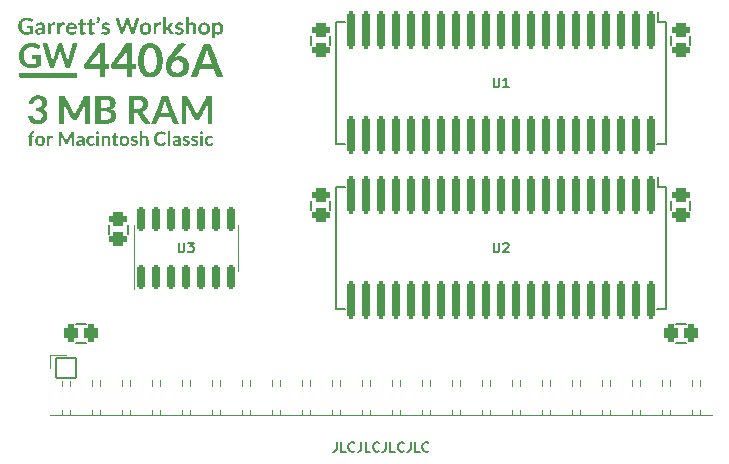
<source format=gto>
G04 #@! TF.GenerationSoftware,KiCad,Pcbnew,(6.0.2-0)*
G04 #@! TF.CreationDate,2022-08-10T03:19:08-04:00*
G04 #@! TF.ProjectId,MacClassicRAMCard,4d616343-6c61-4737-9369-6352414d4361,rev?*
G04 #@! TF.SameCoordinates,Original*
G04 #@! TF.FileFunction,Legend,Top*
G04 #@! TF.FilePolarity,Positive*
%FSLAX46Y46*%
G04 Gerber Fmt 4.6, Leading zero omitted, Abs format (unit mm)*
G04 Created by KiCad (PCBNEW (6.0.2-0)) date 2022-08-10 03:19:08*
%MOMM*%
%LPD*%
G01*
G04 APERTURE LIST*
G04 Aperture macros list*
%AMRoundRect*
0 Rectangle with rounded corners*
0 $1 Rounding radius*
0 $2 $3 $4 $5 $6 $7 $8 $9 X,Y pos of 4 corners*
0 Add a 4 corners polygon primitive as box body*
4,1,4,$2,$3,$4,$5,$6,$7,$8,$9,$2,$3,0*
0 Add four circle primitives for the rounded corners*
1,1,$1+$1,$2,$3*
1,1,$1+$1,$4,$5*
1,1,$1+$1,$6,$7*
1,1,$1+$1,$8,$9*
0 Add four rect primitives between the rounded corners*
20,1,$1+$1,$2,$3,$4,$5,0*
20,1,$1+$1,$4,$5,$6,$7,0*
20,1,$1+$1,$6,$7,$8,$9,0*
20,1,$1+$1,$8,$9,$2,$3,0*%
G04 Aperture macros list end*
%ADD10C,0.203200*%
%ADD11C,0.152400*%
%ADD12C,0.120000*%
%ADD13C,0.200000*%
%ADD14C,1.448000*%
%ADD15C,2.000000*%
%ADD16RoundRect,0.312500X-0.437500X0.262500X-0.437500X-0.262500X0.437500X-0.262500X0.437500X0.262500X0*%
%ADD17RoundRect,0.312500X0.262500X0.437500X-0.262500X0.437500X-0.262500X-0.437500X0.262500X-0.437500X0*%
%ADD18C,2.150000*%
%ADD19RoundRect,0.075000X0.850000X-0.850000X0.850000X0.850000X-0.850000X0.850000X-0.850000X-0.850000X0*%
%ADD20O,1.850000X1.850000*%
%ADD21RoundRect,0.200000X-0.150000X1.374000X-0.150000X-1.374000X0.150000X-1.374000X0.150000X1.374000X0*%
%ADD22RoundRect,0.200000X0.150000X-0.825000X0.150000X0.825000X-0.150000X0.825000X-0.150000X-0.825000X0*%
%ADD23RoundRect,0.312500X-0.262500X-0.437500X0.262500X-0.437500X0.262500X0.437500X-0.262500X0.437500X0*%
%ADD24C,3.296000*%
G04 APERTURE END LIST*
D10*
X116895638Y-129475895D02*
X116895638Y-130056466D01*
X116856933Y-130172580D01*
X116779523Y-130249990D01*
X116663409Y-130288695D01*
X116586000Y-130288695D01*
X117669733Y-130288695D02*
X117282685Y-130288695D01*
X117282685Y-129475895D01*
X118405123Y-130211285D02*
X118366419Y-130249990D01*
X118250304Y-130288695D01*
X118172895Y-130288695D01*
X118056780Y-130249990D01*
X117979371Y-130172580D01*
X117940666Y-130095171D01*
X117901961Y-129940352D01*
X117901961Y-129824238D01*
X117940666Y-129669419D01*
X117979371Y-129592009D01*
X118056780Y-129514600D01*
X118172895Y-129475895D01*
X118250304Y-129475895D01*
X118366419Y-129514600D01*
X118405123Y-129553304D01*
X118985695Y-129475895D02*
X118985695Y-130056466D01*
X118946990Y-130172580D01*
X118869580Y-130249990D01*
X118753466Y-130288695D01*
X118676057Y-130288695D01*
X119759790Y-130288695D02*
X119372742Y-130288695D01*
X119372742Y-129475895D01*
X120495180Y-130211285D02*
X120456476Y-130249990D01*
X120340361Y-130288695D01*
X120262952Y-130288695D01*
X120146838Y-130249990D01*
X120069428Y-130172580D01*
X120030723Y-130095171D01*
X119992019Y-129940352D01*
X119992019Y-129824238D01*
X120030723Y-129669419D01*
X120069428Y-129592009D01*
X120146838Y-129514600D01*
X120262952Y-129475895D01*
X120340361Y-129475895D01*
X120456476Y-129514600D01*
X120495180Y-129553304D01*
X121075752Y-129475895D02*
X121075752Y-130056466D01*
X121037047Y-130172580D01*
X120959638Y-130249990D01*
X120843523Y-130288695D01*
X120766114Y-130288695D01*
X121849847Y-130288695D02*
X121462800Y-130288695D01*
X121462800Y-129475895D01*
X122585238Y-130211285D02*
X122546533Y-130249990D01*
X122430419Y-130288695D01*
X122353009Y-130288695D01*
X122236895Y-130249990D01*
X122159485Y-130172580D01*
X122120780Y-130095171D01*
X122082076Y-129940352D01*
X122082076Y-129824238D01*
X122120780Y-129669419D01*
X122159485Y-129592009D01*
X122236895Y-129514600D01*
X122353009Y-129475895D01*
X122430419Y-129475895D01*
X122546533Y-129514600D01*
X122585238Y-129553304D01*
X123165809Y-129475895D02*
X123165809Y-130056466D01*
X123127104Y-130172580D01*
X123049695Y-130249990D01*
X122933580Y-130288695D01*
X122856171Y-130288695D01*
X123939904Y-130288695D02*
X123552857Y-130288695D01*
X123552857Y-129475895D01*
X124675295Y-130211285D02*
X124636590Y-130249990D01*
X124520476Y-130288695D01*
X124443066Y-130288695D01*
X124326952Y-130249990D01*
X124249542Y-130172580D01*
X124210838Y-130095171D01*
X124172133Y-129940352D01*
X124172133Y-129824238D01*
X124210838Y-129669419D01*
X124249542Y-129592009D01*
X124326952Y-129514600D01*
X124443066Y-129475895D01*
X124520476Y-129475895D01*
X124636590Y-129514600D01*
X124675295Y-129553304D01*
X130190723Y-98614895D02*
X130190723Y-99272876D01*
X130229428Y-99350285D01*
X130268133Y-99388990D01*
X130345542Y-99427695D01*
X130500361Y-99427695D01*
X130577771Y-99388990D01*
X130616476Y-99350285D01*
X130655180Y-99272876D01*
X130655180Y-98614895D01*
X131467980Y-99427695D02*
X131003523Y-99427695D01*
X131235752Y-99427695D02*
X131235752Y-98614895D01*
X131158342Y-98731009D01*
X131080933Y-98808419D01*
X131003523Y-98847123D01*
X103520723Y-112584895D02*
X103520723Y-113242876D01*
X103559428Y-113320285D01*
X103598133Y-113358990D01*
X103675542Y-113397695D01*
X103830361Y-113397695D01*
X103907771Y-113358990D01*
X103946476Y-113320285D01*
X103985180Y-113242876D01*
X103985180Y-112584895D01*
X104294819Y-112584895D02*
X104797980Y-112584895D01*
X104527047Y-112894533D01*
X104643161Y-112894533D01*
X104720571Y-112933238D01*
X104759276Y-112971942D01*
X104797980Y-113049352D01*
X104797980Y-113242876D01*
X104759276Y-113320285D01*
X104720571Y-113358990D01*
X104643161Y-113397695D01*
X104410933Y-113397695D01*
X104333523Y-113358990D01*
X104294819Y-113320285D01*
X130190723Y-112584895D02*
X130190723Y-113242876D01*
X130229428Y-113320285D01*
X130268133Y-113358990D01*
X130345542Y-113397695D01*
X130500361Y-113397695D01*
X130577771Y-113358990D01*
X130616476Y-113320285D01*
X130655180Y-113242876D01*
X130655180Y-112584895D01*
X131003523Y-112662304D02*
X131042228Y-112623600D01*
X131119638Y-112584895D01*
X131313161Y-112584895D01*
X131390571Y-112623600D01*
X131429276Y-112662304D01*
X131467980Y-112739714D01*
X131467980Y-112817123D01*
X131429276Y-112933238D01*
X130964819Y-113397695D01*
X131467980Y-113397695D01*
D11*
X114770000Y-109028600D02*
X114770000Y-109841400D01*
X116370000Y-109028600D02*
X116370000Y-109841400D01*
X95656400Y-119469000D02*
X94843600Y-119469000D01*
X95656400Y-121069000D02*
X94843600Y-121069000D01*
X146850000Y-109028600D02*
X146850000Y-109841400D01*
X145250000Y-109028600D02*
X145250000Y-109841400D01*
D12*
X101240000Y-127190000D02*
X101240000Y-126780000D01*
X111400000Y-124680000D02*
X111400000Y-124240000D01*
X134260000Y-127190000D02*
X134260000Y-126780000D01*
X142600000Y-127190000D02*
X142600000Y-126780000D01*
X104500000Y-127190000D02*
X104500000Y-126780000D01*
X96160000Y-124680000D02*
X96160000Y-124240000D01*
X146960000Y-127190000D02*
X146960000Y-126780000D01*
X114660000Y-127190000D02*
X114660000Y-126780000D01*
X129180000Y-127190000D02*
X129180000Y-126780000D01*
X98700000Y-127190000D02*
X98700000Y-126780000D01*
X147680000Y-124680000D02*
X147680000Y-124240000D01*
X119740000Y-124680000D02*
X119740000Y-124240000D01*
X108860000Y-124680000D02*
X108860000Y-124240000D01*
X122280000Y-124680000D02*
X122280000Y-124240000D01*
X132440000Y-124680000D02*
X132440000Y-124240000D01*
X126640000Y-127190000D02*
X126640000Y-126780000D01*
X94340000Y-124680000D02*
X94340000Y-124300000D01*
X96160000Y-127190000D02*
X96160000Y-126780000D01*
X104500000Y-124680000D02*
X104500000Y-124240000D01*
X103780000Y-127190000D02*
X103780000Y-126780000D01*
X140060000Y-124680000D02*
X140060000Y-124240000D01*
X137520000Y-124680000D02*
X137520000Y-124240000D01*
X141880000Y-127190000D02*
X141880000Y-126780000D01*
X145140000Y-124680000D02*
X145140000Y-124240000D01*
X101960000Y-124680000D02*
X101960000Y-124240000D01*
X144420000Y-124680000D02*
X144420000Y-124240000D01*
X144420000Y-127190000D02*
X144420000Y-126780000D01*
X142600000Y-124680000D02*
X142600000Y-124240000D01*
X129900000Y-127190000D02*
X129900000Y-126780000D01*
X106320000Y-124680000D02*
X106320000Y-124240000D01*
X92650000Y-127190000D02*
X148650000Y-127190000D01*
X96880000Y-127190000D02*
X96880000Y-126780000D01*
X119020000Y-127190000D02*
X119020000Y-126780000D01*
X146960000Y-124680000D02*
X146960000Y-124240000D01*
X103780000Y-124680000D02*
X103780000Y-124240000D01*
X99420000Y-127190000D02*
X99420000Y-126780000D01*
X107040000Y-127190000D02*
X107040000Y-126780000D01*
X116480000Y-124680000D02*
X116480000Y-124240000D01*
X134980000Y-124680000D02*
X134980000Y-124240000D01*
X121560000Y-127190000D02*
X121560000Y-126780000D01*
X113940000Y-127190000D02*
X113940000Y-126780000D01*
X101240000Y-124680000D02*
X101240000Y-124240000D01*
X134980000Y-127190000D02*
X134980000Y-126780000D01*
X134260000Y-124680000D02*
X134260000Y-124240000D01*
X124100000Y-124680000D02*
X124100000Y-124240000D01*
X92650000Y-122080000D02*
X93980000Y-122080000D01*
X106320000Y-127190000D02*
X106320000Y-126780000D01*
X113940000Y-124680000D02*
X113940000Y-124240000D01*
X112120000Y-127190000D02*
X112120000Y-126780000D01*
X122280000Y-127190000D02*
X122280000Y-126780000D01*
X121560000Y-124680000D02*
X121560000Y-124240000D01*
X112120000Y-124680000D02*
X112120000Y-124240000D01*
X117200000Y-124680000D02*
X117200000Y-124240000D01*
X109580000Y-124680000D02*
X109580000Y-124240000D01*
X117200000Y-127190000D02*
X117200000Y-126780000D01*
X111400000Y-127190000D02*
X111400000Y-126780000D01*
X124100000Y-127190000D02*
X124100000Y-126780000D01*
X132440000Y-127190000D02*
X132440000Y-126780000D01*
X107040000Y-124680000D02*
X107040000Y-124240000D01*
X96880000Y-124680000D02*
X96880000Y-124240000D01*
X93620000Y-124680000D02*
X93620000Y-124300000D01*
X119740000Y-127190000D02*
X119740000Y-126780000D01*
X126640000Y-124680000D02*
X126640000Y-124240000D01*
X136800000Y-124680000D02*
X136800000Y-124240000D01*
X136800000Y-127190000D02*
X136800000Y-126780000D01*
X140060000Y-127190000D02*
X140060000Y-126780000D01*
X131720000Y-127190000D02*
X131720000Y-126780000D01*
X131720000Y-124680000D02*
X131720000Y-124240000D01*
X124820000Y-124680000D02*
X124820000Y-124240000D01*
X101960000Y-127190000D02*
X101960000Y-126780000D01*
X119020000Y-124680000D02*
X119020000Y-124240000D01*
X94340000Y-127190000D02*
X94340000Y-126780000D01*
X98700000Y-124680000D02*
X98700000Y-124240000D01*
X129900000Y-124680000D02*
X129900000Y-124240000D01*
X137520000Y-127190000D02*
X137520000Y-126780000D01*
X127360000Y-127190000D02*
X127360000Y-126780000D01*
X139340000Y-127190000D02*
X139340000Y-126780000D01*
X114660000Y-124680000D02*
X114660000Y-124240000D01*
X145140000Y-127190000D02*
X145140000Y-126780000D01*
X141880000Y-124680000D02*
X141880000Y-124240000D01*
X109580000Y-127190000D02*
X109580000Y-126780000D01*
X93620000Y-127190000D02*
X93620000Y-126780000D01*
X99420000Y-124680000D02*
X99420000Y-124240000D01*
X139340000Y-124680000D02*
X139340000Y-124240000D01*
X124820000Y-127190000D02*
X124820000Y-126780000D01*
X108860000Y-127190000D02*
X108860000Y-126780000D01*
X147680000Y-127190000D02*
X147680000Y-126780000D01*
X127360000Y-124680000D02*
X127360000Y-124240000D01*
X92650000Y-123190000D02*
X92650000Y-122080000D01*
X129180000Y-124680000D02*
X129180000Y-124240000D01*
X116480000Y-127190000D02*
X116480000Y-126780000D01*
D13*
X116840000Y-93915000D02*
X117585000Y-93915000D01*
X144780000Y-104205000D02*
X144035000Y-104205000D01*
X144130000Y-93915000D02*
X144130000Y-93091000D01*
X144780000Y-93915000D02*
X144780000Y-104205000D01*
X116840000Y-93980000D02*
X116840000Y-104205000D01*
X144780000Y-93915000D02*
X144130000Y-93915000D01*
X116840000Y-104205000D02*
X117585000Y-104205000D01*
D12*
X99715000Y-113030000D02*
X99715000Y-116480000D01*
X99715000Y-113030000D02*
X99715000Y-111080000D01*
X108565000Y-113030000D02*
X108565000Y-114980000D01*
X108565000Y-113030000D02*
X108565000Y-111080000D01*
D13*
X144780000Y-107885000D02*
X144130000Y-107885000D01*
X144130000Y-107885000D02*
X144130000Y-107061000D01*
X116840000Y-118175000D02*
X117585000Y-118175000D01*
X144780000Y-107885000D02*
X144780000Y-118175000D01*
X144780000Y-118175000D02*
X144035000Y-118175000D01*
X116840000Y-107950000D02*
X116840000Y-118175000D01*
X116840000Y-107885000D02*
X117585000Y-107885000D01*
D11*
X145643600Y-119469000D02*
X146456400Y-119469000D01*
X145643600Y-121069000D02*
X146456400Y-121069000D01*
X99225000Y-111060600D02*
X99225000Y-111873400D01*
X97625000Y-111060600D02*
X97625000Y-111873400D01*
X145250000Y-95058600D02*
X145250000Y-95871400D01*
X146850000Y-95058600D02*
X146850000Y-95871400D01*
X116370000Y-95058600D02*
X116370000Y-95871400D01*
X114770000Y-95058600D02*
X114770000Y-95871400D01*
G36*
X106448787Y-93947019D02*
G01*
X106488103Y-93947346D01*
X106517634Y-93948722D01*
X106539038Y-93951737D01*
X106553975Y-93956981D01*
X106564101Y-93965044D01*
X106571076Y-93976517D01*
X106576556Y-93991991D01*
X106576731Y-93992577D01*
X106582759Y-94015646D01*
X106587819Y-94039629D01*
X106589043Y-94046935D01*
X106591826Y-94062354D01*
X106594421Y-94071701D01*
X106595361Y-94072988D01*
X106600468Y-94069517D01*
X106612235Y-94060184D01*
X106628653Y-94046607D01*
X106639777Y-94037202D01*
X106686258Y-94000503D01*
X106729884Y-93972806D01*
X106773256Y-93953046D01*
X106818975Y-93940156D01*
X106869641Y-93933071D01*
X106897985Y-93931358D01*
X106955963Y-93931887D01*
X107006255Y-93938948D01*
X107051125Y-93953400D01*
X107092834Y-93976101D01*
X107133644Y-94007909D01*
X107156306Y-94029376D01*
X107179933Y-94054032D01*
X107197549Y-94075463D01*
X107212031Y-94097664D01*
X107226257Y-94124627D01*
X107228989Y-94130247D01*
X107253331Y-94188269D01*
X107271151Y-94248623D01*
X107282786Y-94313241D01*
X107288575Y-94384051D01*
X107288854Y-94462983D01*
X107288608Y-94470937D01*
X107284686Y-94534614D01*
X107277132Y-94590186D01*
X107265324Y-94640598D01*
X107248636Y-94688796D01*
X107236465Y-94716916D01*
X107202223Y-94778789D01*
X107160374Y-94833445D01*
X107111847Y-94880072D01*
X107057571Y-94917857D01*
X106998474Y-94945988D01*
X106960969Y-94957925D01*
X106932942Y-94962962D01*
X106897521Y-94965987D01*
X106858413Y-94967002D01*
X106819329Y-94966008D01*
X106783978Y-94963009D01*
X106756068Y-94958006D01*
X106755304Y-94957804D01*
X106714932Y-94943456D01*
X106674288Y-94922942D01*
X106638652Y-94899011D01*
X106631993Y-94893548D01*
X106608828Y-94873719D01*
X106608828Y-95281149D01*
X106362615Y-95281149D01*
X106362615Y-94693346D01*
X106608828Y-94693346D01*
X106634549Y-94717992D01*
X106653028Y-94733865D01*
X106672865Y-94748168D01*
X106684014Y-94754751D01*
X106727489Y-94771099D01*
X106775651Y-94779240D01*
X106825015Y-94778986D01*
X106872098Y-94770154D01*
X106886112Y-94765485D01*
X106925430Y-94744724D01*
X106959600Y-94713962D01*
X106988331Y-94673569D01*
X107011332Y-94623915D01*
X107021090Y-94594003D01*
X107028426Y-94559765D01*
X107033698Y-94517562D01*
X107036788Y-94470715D01*
X107037582Y-94422543D01*
X107035963Y-94376366D01*
X107031815Y-94335504D01*
X107030410Y-94326738D01*
X107017899Y-94270929D01*
X107001315Y-94225209D01*
X106980041Y-94188746D01*
X106953460Y-94160711D01*
X106920955Y-94140275D01*
X106881909Y-94126607D01*
X106881536Y-94126515D01*
X106858290Y-94121526D01*
X106838899Y-94119769D01*
X106817821Y-94121053D01*
X106799001Y-94123674D01*
X106759346Y-94132140D01*
X106725258Y-94145151D01*
X106693358Y-94164444D01*
X106660269Y-94191758D01*
X106652449Y-94199059D01*
X106608828Y-94240495D01*
X106608828Y-94693346D01*
X106362615Y-94693346D01*
X106362615Y-93947019D01*
X106448787Y-93947019D01*
G37*
G36*
X96789909Y-93458052D02*
G01*
X96796496Y-93466077D01*
X96805623Y-93482347D01*
X96816103Y-93504283D01*
X96826746Y-93529302D01*
X96836362Y-93554824D01*
X96841148Y-93569313D01*
X96851128Y-93615836D01*
X96854892Y-93667705D01*
X96852488Y-93720680D01*
X96843968Y-93770523D01*
X96838560Y-93789557D01*
X96815589Y-93844513D01*
X96782906Y-93899531D01*
X96742000Y-93952293D01*
X96716558Y-93979489D01*
X96697549Y-93998144D01*
X96681359Y-94013373D01*
X96669737Y-94023575D01*
X96664489Y-94027150D01*
X96657805Y-94024376D01*
X96644090Y-94017064D01*
X96626066Y-94006678D01*
X96622333Y-94004451D01*
X96603059Y-93992309D01*
X96587118Y-93981222D01*
X96577611Y-93973362D01*
X96577003Y-93972684D01*
X96570062Y-93958341D01*
X96571436Y-93940942D01*
X96581464Y-93919226D01*
X96597758Y-93895486D01*
X96629249Y-93846958D01*
X96649435Y-93798899D01*
X96658396Y-93750567D01*
X96656216Y-93701221D01*
X96642975Y-93650117D01*
X96628569Y-93615800D01*
X96614981Y-93584912D01*
X96607814Y-93561722D01*
X96606849Y-93544600D01*
X96611868Y-93531914D01*
X96616625Y-93526659D01*
X96625711Y-93521036D01*
X96642544Y-93512843D01*
X96664887Y-93502966D01*
X96690505Y-93492289D01*
X96717163Y-93481698D01*
X96742623Y-93472079D01*
X96764651Y-93464315D01*
X96781011Y-93459293D01*
X96789467Y-93457898D01*
X96789909Y-93458052D01*
G37*
G36*
X105058617Y-97246476D02*
G01*
X105101865Y-97136334D01*
X105656138Y-95724905D01*
X106198530Y-95724905D01*
X106752846Y-97136334D01*
X106800740Y-97258299D01*
X106847531Y-97377489D01*
X106893047Y-97493463D01*
X106937116Y-97605781D01*
X106979565Y-97714003D01*
X107020223Y-97817688D01*
X107058916Y-97916395D01*
X107095472Y-98009686D01*
X107129719Y-98097118D01*
X107161484Y-98178253D01*
X107190596Y-98252649D01*
X107216881Y-98319867D01*
X107240167Y-98379465D01*
X107260282Y-98431005D01*
X107277053Y-98474044D01*
X107290308Y-98508144D01*
X107299875Y-98532863D01*
X107305582Y-98547761D01*
X107307274Y-98552410D01*
X107301774Y-98553378D01*
X107286031Y-98554191D01*
X107261253Y-98554833D01*
X107228645Y-98555291D01*
X107189416Y-98555549D01*
X107144773Y-98555592D01*
X107095924Y-98555405D01*
X107076918Y-98555273D01*
X107019351Y-98554807D01*
X106972067Y-98554342D01*
X106933896Y-98553813D01*
X106903669Y-98553157D01*
X106880219Y-98552309D01*
X106862375Y-98551203D01*
X106848969Y-98549777D01*
X106838831Y-98547964D01*
X106830793Y-98545701D01*
X106823686Y-98542922D01*
X106819561Y-98541064D01*
X106790305Y-98522955D01*
X106762479Y-98497681D01*
X106739906Y-98469036D01*
X106731145Y-98453286D01*
X106726866Y-98442947D01*
X106719091Y-98422979D01*
X106708245Y-98394511D01*
X106694750Y-98358674D01*
X106679031Y-98316599D01*
X106661510Y-98269417D01*
X106642612Y-98218258D01*
X106622760Y-98164253D01*
X106617495Y-98149888D01*
X106597791Y-98096095D01*
X106579239Y-98045461D01*
X106562220Y-97999022D01*
X106547114Y-97957816D01*
X106534301Y-97922879D01*
X106524161Y-97895248D01*
X106517074Y-97875961D01*
X106513422Y-97866053D01*
X106513037Y-97865025D01*
X106510507Y-97863810D01*
X106503528Y-97862730D01*
X106491537Y-97861779D01*
X106473971Y-97860949D01*
X106450267Y-97860234D01*
X106419863Y-97859626D01*
X106382195Y-97859119D01*
X106336701Y-97858705D01*
X106282818Y-97858378D01*
X106219984Y-97858131D01*
X106147635Y-97857957D01*
X106065208Y-97857849D01*
X105972140Y-97857799D01*
X105927530Y-97857795D01*
X105344798Y-97857795D01*
X105338515Y-97873541D01*
X105335350Y-97881900D01*
X105328648Y-97899920D01*
X105318811Y-97926509D01*
X105306242Y-97960577D01*
X105291342Y-98001031D01*
X105274515Y-98046780D01*
X105256162Y-98096733D01*
X105236686Y-98149796D01*
X105232479Y-98161266D01*
X105212815Y-98214859D01*
X105194190Y-98265580D01*
X105177005Y-98312338D01*
X105161664Y-98354038D01*
X105148568Y-98389588D01*
X105138121Y-98417894D01*
X105130725Y-98437864D01*
X105126782Y-98448403D01*
X105126431Y-98449314D01*
X105115619Y-98467751D01*
X105097776Y-98488934D01*
X105075857Y-98510008D01*
X105052820Y-98528119D01*
X105032503Y-98540019D01*
X105024796Y-98543396D01*
X105017262Y-98546165D01*
X105008712Y-98548396D01*
X104997958Y-98550161D01*
X104983811Y-98551528D01*
X104965083Y-98552569D01*
X104940586Y-98553353D01*
X104909130Y-98553951D01*
X104869528Y-98554433D01*
X104820591Y-98554869D01*
X104775115Y-98555223D01*
X104725328Y-98555491D01*
X104679303Y-98555523D01*
X104638255Y-98555336D01*
X104603401Y-98554943D01*
X104575955Y-98554361D01*
X104557132Y-98553605D01*
X104548150Y-98552690D01*
X104547552Y-98552360D01*
X104549621Y-98546703D01*
X104555706Y-98530828D01*
X104565635Y-98505175D01*
X104579235Y-98470185D01*
X104596335Y-98426298D01*
X104616761Y-98373954D01*
X104640341Y-98313594D01*
X104666904Y-98245658D01*
X104696276Y-98170586D01*
X104728285Y-98088818D01*
X104762759Y-98000795D01*
X104799526Y-97906957D01*
X104838413Y-97807745D01*
X104879248Y-97703598D01*
X104921858Y-97594958D01*
X104966071Y-97482264D01*
X104967733Y-97478030D01*
X105482514Y-97478030D01*
X105483624Y-97479454D01*
X105488567Y-97480695D01*
X105498014Y-97481766D01*
X105512636Y-97482677D01*
X105533104Y-97483441D01*
X105560090Y-97484068D01*
X105594263Y-97484571D01*
X105636296Y-97484960D01*
X105686858Y-97485247D01*
X105746622Y-97485443D01*
X105816258Y-97485560D01*
X105896437Y-97485609D01*
X105927448Y-97485612D01*
X106009668Y-97485602D01*
X106081174Y-97485560D01*
X106142701Y-97485470D01*
X106194987Y-97485314D01*
X106238769Y-97485077D01*
X106274782Y-97484741D01*
X106303765Y-97484291D01*
X106326454Y-97483709D01*
X106343586Y-97482979D01*
X106355897Y-97482084D01*
X106364124Y-97481008D01*
X106369005Y-97479734D01*
X106371276Y-97478245D01*
X106371673Y-97476524D01*
X106371407Y-97475592D01*
X106368914Y-97468861D01*
X106362769Y-97452142D01*
X106353255Y-97426204D01*
X106340652Y-97391816D01*
X106325243Y-97349745D01*
X106307307Y-97300760D01*
X106287127Y-97245629D01*
X106264984Y-97185120D01*
X106241159Y-97120002D01*
X106215933Y-97051043D01*
X106189588Y-96979010D01*
X106185349Y-96967420D01*
X106144941Y-96856729D01*
X106108477Y-96756419D01*
X106075842Y-96666163D01*
X106046921Y-96585632D01*
X106021599Y-96514499D01*
X105999763Y-96452437D01*
X105981296Y-96399118D01*
X105966085Y-96354215D01*
X105954014Y-96317399D01*
X105944969Y-96288344D01*
X105938836Y-96266722D01*
X105936259Y-96256046D01*
X105932380Y-96242594D01*
X105928341Y-96235086D01*
X105928093Y-96234907D01*
X105925191Y-96239206D01*
X105919890Y-96252764D01*
X105912806Y-96273789D01*
X105904556Y-96300491D01*
X105899072Y-96319298D01*
X105888097Y-96356647D01*
X105875674Y-96397148D01*
X105863199Y-96436342D01*
X105852070Y-96469772D01*
X105850262Y-96474995D01*
X105845915Y-96487169D01*
X105837977Y-96509105D01*
X105826811Y-96539817D01*
X105812778Y-96578320D01*
X105796238Y-96623626D01*
X105777555Y-96674750D01*
X105757089Y-96730706D01*
X105735201Y-96790507D01*
X105712254Y-96853168D01*
X105688609Y-96917703D01*
X105664628Y-96983125D01*
X105640671Y-97048449D01*
X105617101Y-97112687D01*
X105594279Y-97174855D01*
X105572566Y-97233966D01*
X105552325Y-97289034D01*
X105533916Y-97339073D01*
X105517701Y-97383097D01*
X105504042Y-97420119D01*
X105493300Y-97449155D01*
X105485838Y-97469216D01*
X105482514Y-97478030D01*
X104967733Y-97478030D01*
X105011715Y-97365956D01*
X105058617Y-97246476D01*
G37*
G36*
X93997261Y-94320711D02*
G01*
X94017976Y-94247545D01*
X94047701Y-94180805D01*
X94085889Y-94121041D01*
X94131994Y-94068804D01*
X94185469Y-94024644D01*
X94245768Y-93989111D01*
X94312344Y-93962755D01*
X94365970Y-93949361D01*
X94404301Y-93944254D01*
X94449093Y-93941831D01*
X94495928Y-93942072D01*
X94540385Y-93944957D01*
X94577565Y-93950364D01*
X94643939Y-93969396D01*
X94703787Y-93997537D01*
X94756680Y-94034202D01*
X94802191Y-94078807D01*
X94839889Y-94130767D01*
X94869346Y-94189495D01*
X94890132Y-94254408D01*
X94901818Y-94324920D01*
X94904128Y-94395588D01*
X94903179Y-94424670D01*
X94901927Y-94444556D01*
X94899932Y-94457499D01*
X94896754Y-94465753D01*
X94891952Y-94471573D01*
X94888750Y-94474318D01*
X94885451Y-94476655D01*
X94881185Y-94478633D01*
X94875037Y-94480282D01*
X94866091Y-94481632D01*
X94853428Y-94482714D01*
X94836134Y-94483556D01*
X94813290Y-94484188D01*
X94783982Y-94484641D01*
X94747291Y-94484944D01*
X94702301Y-94485126D01*
X94648097Y-94485218D01*
X94583761Y-94485250D01*
X94552004Y-94485252D01*
X94228775Y-94485252D01*
X94232530Y-94512450D01*
X94244297Y-94575196D01*
X94261093Y-94628304D01*
X94283255Y-94672584D01*
X94311117Y-94708843D01*
X94316314Y-94714139D01*
X94350671Y-94742689D01*
X94388251Y-94763076D01*
X94430975Y-94775990D01*
X94480763Y-94782121D01*
X94507411Y-94782858D01*
X94543546Y-94781683D01*
X94576125Y-94777400D01*
X94608161Y-94769181D01*
X94642668Y-94756201D01*
X94682660Y-94737634D01*
X94695056Y-94731420D01*
X94729501Y-94714563D01*
X94755990Y-94703482D01*
X94776350Y-94698000D01*
X94792407Y-94697941D01*
X94805990Y-94703130D01*
X94818925Y-94713392D01*
X94824423Y-94718979D01*
X94838657Y-94734937D01*
X94855966Y-94755514D01*
X94872129Y-94775655D01*
X94899248Y-94810460D01*
X94862332Y-94844993D01*
X94810900Y-94885546D01*
X94751354Y-94918980D01*
X94684994Y-94944698D01*
X94613124Y-94962099D01*
X94605315Y-94963419D01*
X94557868Y-94968914D01*
X94505375Y-94971298D01*
X94451874Y-94970621D01*
X94401403Y-94966933D01*
X94358309Y-94960349D01*
X94300885Y-94943503D01*
X94248808Y-94920803D01*
X94187865Y-94884373D01*
X94134344Y-94839379D01*
X94088532Y-94786216D01*
X94050718Y-94725277D01*
X94021190Y-94656959D01*
X94000235Y-94581655D01*
X93999832Y-94579729D01*
X93994465Y-94545034D01*
X93990871Y-94503367D01*
X93989084Y-94458078D01*
X93989138Y-94412515D01*
X93991066Y-94370029D01*
X93994404Y-94338637D01*
X94235203Y-94338637D01*
X94240725Y-94339398D01*
X94256480Y-94340101D01*
X94281247Y-94340728D01*
X94313806Y-94341260D01*
X94352938Y-94341677D01*
X94397423Y-94341963D01*
X94446042Y-94342097D01*
X94461375Y-94342105D01*
X94518300Y-94342078D01*
X94564817Y-94341968D01*
X94601969Y-94341728D01*
X94630799Y-94341312D01*
X94652350Y-94340673D01*
X94667666Y-94339766D01*
X94677789Y-94338544D01*
X94683764Y-94336960D01*
X94686633Y-94334970D01*
X94687440Y-94332525D01*
X94687448Y-94332084D01*
X94685458Y-94313887D01*
X94680492Y-94289284D01*
X94673653Y-94262569D01*
X94666044Y-94238038D01*
X94658769Y-94219985D01*
X94658541Y-94219535D01*
X94633269Y-94182390D01*
X94600211Y-94152721D01*
X94560762Y-94131159D01*
X94516316Y-94118335D01*
X94468270Y-94114882D01*
X94434608Y-94118151D01*
X94383722Y-94131100D01*
X94340847Y-94152063D01*
X94305487Y-94181384D01*
X94277144Y-94219412D01*
X94269447Y-94233533D01*
X94261344Y-94251793D01*
X94252752Y-94274609D01*
X94244810Y-94298486D01*
X94238657Y-94319931D01*
X94235431Y-94335449D01*
X94235203Y-94338637D01*
X93994404Y-94338637D01*
X93994901Y-94333967D01*
X93997261Y-94320711D01*
G37*
G36*
X91388555Y-94646064D02*
G01*
X91392354Y-94630015D01*
X91407911Y-94593272D01*
X91431791Y-94556431D01*
X91461453Y-94523016D01*
X91482787Y-94504682D01*
X91540158Y-94467959D01*
X91606748Y-94437674D01*
X91682244Y-94413915D01*
X91766334Y-94396774D01*
X91858703Y-94386341D01*
X91900476Y-94383956D01*
X91984932Y-94380447D01*
X91984819Y-94348393D01*
X91983856Y-94324906D01*
X91981479Y-94297113D01*
X91979001Y-94276875D01*
X91968613Y-94229782D01*
X91952129Y-94192228D01*
X91929015Y-94163739D01*
X91898733Y-94143842D01*
X91860748Y-94132064D01*
X91814524Y-94127932D01*
X91810293Y-94127918D01*
X91781899Y-94128803D01*
X91756526Y-94131812D01*
X91731685Y-94137709D01*
X91704887Y-94147257D01*
X91673644Y-94161217D01*
X91635467Y-94180353D01*
X91630081Y-94183149D01*
X91602123Y-94197443D01*
X91581837Y-94206964D01*
X91566890Y-94212515D01*
X91554952Y-94214902D01*
X91543694Y-94214929D01*
X91539244Y-94214503D01*
X91519436Y-94210419D01*
X91502673Y-94202004D01*
X91487032Y-94187582D01*
X91470588Y-94165478D01*
X91456146Y-94142128D01*
X91428374Y-94094989D01*
X91441831Y-94080589D01*
X91456663Y-94067413D01*
X91478978Y-94050847D01*
X91506036Y-94032663D01*
X91535095Y-94014632D01*
X91563415Y-93998523D01*
X91587553Y-93986426D01*
X91639625Y-93966619D01*
X91696741Y-93951536D01*
X91756602Y-93941325D01*
X91816910Y-93936134D01*
X91875368Y-93936111D01*
X91929676Y-93941403D01*
X91977537Y-93952158D01*
X91999092Y-93959950D01*
X92056161Y-93989201D01*
X92104369Y-94025300D01*
X92144327Y-94068908D01*
X92176643Y-94120685D01*
X92201120Y-94178917D01*
X92216794Y-94224724D01*
X92218480Y-94592612D01*
X92220167Y-94960500D01*
X92164103Y-94960250D01*
X92122390Y-94959120D01*
X92090596Y-94955974D01*
X92067324Y-94950550D01*
X92051174Y-94942587D01*
X92045869Y-94938117D01*
X92038071Y-94926770D01*
X92028896Y-94908214D01*
X92020187Y-94886231D01*
X92019288Y-94883621D01*
X92004973Y-94841369D01*
X91957221Y-94877369D01*
X91906100Y-94911668D01*
X91853634Y-94938977D01*
X91802513Y-94957981D01*
X91781206Y-94963358D01*
X91755497Y-94967179D01*
X91722679Y-94969736D01*
X91686411Y-94970976D01*
X91650356Y-94970845D01*
X91618173Y-94969291D01*
X91593525Y-94966260D01*
X91592710Y-94966100D01*
X91539786Y-94950264D01*
X91493013Y-94925653D01*
X91453328Y-94893076D01*
X91421673Y-94853344D01*
X91398985Y-94807267D01*
X91395038Y-94795546D01*
X91387698Y-94761600D01*
X91384123Y-94722340D01*
X91384322Y-94691849D01*
X91616967Y-94691849D01*
X91621560Y-94727680D01*
X91634857Y-94756376D01*
X91657213Y-94778357D01*
X91688988Y-94794044D01*
X91708570Y-94799671D01*
X91732089Y-94803942D01*
X91755386Y-94804944D01*
X91782837Y-94802694D01*
X91801704Y-94800011D01*
X91843550Y-94789094D01*
X91886974Y-94770023D01*
X91928103Y-94744716D01*
X91952008Y-94725619D01*
X91984932Y-94696193D01*
X91984932Y-94616309D01*
X91984736Y-94583652D01*
X91984027Y-94560741D01*
X91982631Y-94545874D01*
X91980369Y-94537350D01*
X91977066Y-94533468D01*
X91976280Y-94533105D01*
X91965824Y-94531962D01*
X91946453Y-94532359D01*
X91920562Y-94534050D01*
X91890546Y-94536791D01*
X91858801Y-94540336D01*
X91827724Y-94544439D01*
X91799709Y-94548855D01*
X91777153Y-94553338D01*
X91775912Y-94553631D01*
X91732169Y-94565707D01*
X91697713Y-94579085D01*
X91670384Y-94594706D01*
X91656244Y-94605781D01*
X91633992Y-94629632D01*
X91621444Y-94654976D01*
X91617020Y-94685269D01*
X91616967Y-94691849D01*
X91384322Y-94691849D01*
X91384384Y-94682313D01*
X91388555Y-94646064D01*
G37*
G36*
X90796213Y-93533772D02*
G01*
X90858099Y-93542125D01*
X90916246Y-93555617D01*
X90973007Y-93574690D01*
X91030735Y-93599787D01*
X91037975Y-93603291D01*
X91065035Y-93617397D01*
X91093638Y-93633795D01*
X91122035Y-93651306D01*
X91148479Y-93668750D01*
X91171222Y-93684948D01*
X91188515Y-93698723D01*
X91198610Y-93708894D01*
X91200487Y-93712888D01*
X91197381Y-93720674D01*
X91189024Y-93735572D01*
X91176853Y-93755401D01*
X91162308Y-93777979D01*
X91146828Y-93801125D01*
X91131852Y-93822657D01*
X91118819Y-93840394D01*
X91109168Y-93852153D01*
X91107508Y-93853850D01*
X91092270Y-93865198D01*
X91075578Y-93870220D01*
X91055761Y-93868684D01*
X91031148Y-93860360D01*
X91000070Y-93845018D01*
X90985766Y-93837042D01*
X90927266Y-93806498D01*
X90871709Y-93783978D01*
X90815236Y-93768290D01*
X90753990Y-93758246D01*
X90719513Y-93754900D01*
X90658089Y-93754256D01*
X90594933Y-93761239D01*
X90533192Y-93775171D01*
X90476011Y-93795377D01*
X90434830Y-93816095D01*
X90408770Y-93834288D01*
X90379632Y-93859106D01*
X90350318Y-93887652D01*
X90323729Y-93917033D01*
X90302767Y-93944350D01*
X90296630Y-93954012D01*
X90266642Y-94014303D01*
X90242073Y-94083828D01*
X90237420Y-94100231D01*
X90231309Y-94131075D01*
X90226997Y-94170199D01*
X90224511Y-94214569D01*
X90223877Y-94261152D01*
X90225123Y-94306915D01*
X90228275Y-94348823D01*
X90233360Y-94383844D01*
X90234845Y-94390775D01*
X90257199Y-94466341D01*
X90287241Y-94533480D01*
X90324919Y-94592135D01*
X90370179Y-94642251D01*
X90422969Y-94683774D01*
X90483237Y-94716647D01*
X90550929Y-94740816D01*
X90573503Y-94746553D01*
X90601837Y-94751905D01*
X90632860Y-94755118D01*
X90669902Y-94756463D01*
X90696609Y-94756482D01*
X90753786Y-94754317D01*
X90804317Y-94748407D01*
X90852617Y-94737987D01*
X90903099Y-94722291D01*
X90912124Y-94719076D01*
X90960000Y-94701752D01*
X90960000Y-94445171D01*
X90859537Y-94445171D01*
X90823373Y-94445122D01*
X90796857Y-94444828D01*
X90778184Y-94444068D01*
X90765550Y-94442620D01*
X90757151Y-94440263D01*
X90751182Y-94436775D01*
X90745840Y-94431935D01*
X90745019Y-94431116D01*
X90739539Y-94425161D01*
X90735706Y-94418743D01*
X90733228Y-94409823D01*
X90731809Y-94396360D01*
X90731155Y-94376315D01*
X90730972Y-94347649D01*
X90730965Y-94333776D01*
X90730965Y-94250491D01*
X91206213Y-94250491D01*
X91206213Y-94820388D01*
X91157704Y-94850940D01*
X91088044Y-94889730D01*
X91014014Y-94920754D01*
X90933560Y-94944779D01*
X90871249Y-94958041D01*
X90841748Y-94962126D01*
X90804093Y-94965406D01*
X90760794Y-94967843D01*
X90714362Y-94969398D01*
X90667307Y-94970031D01*
X90622139Y-94969703D01*
X90581370Y-94968376D01*
X90547510Y-94966010D01*
X90527336Y-94963388D01*
X90439161Y-94942360D01*
X90356551Y-94911570D01*
X90280014Y-94871529D01*
X90210060Y-94822750D01*
X90147197Y-94765747D01*
X90091933Y-94701030D01*
X90044777Y-94629112D01*
X90006237Y-94550505D01*
X89976822Y-94465723D01*
X89959795Y-94391552D01*
X89954756Y-94353081D01*
X89951645Y-94306848D01*
X89950457Y-94256378D01*
X89951183Y-94205194D01*
X89953818Y-94156823D01*
X89958354Y-94114788D01*
X89960346Y-94102468D01*
X89981482Y-94014349D01*
X90011977Y-93931783D01*
X90051397Y-93855365D01*
X90099311Y-93785691D01*
X90155285Y-93723357D01*
X90218888Y-93668961D01*
X90289687Y-93623097D01*
X90319426Y-93607518D01*
X90374150Y-93582654D01*
X90426538Y-93563456D01*
X90479424Y-93549270D01*
X90535639Y-93539440D01*
X90598015Y-93533314D01*
X90651812Y-93530715D01*
X90728235Y-93530116D01*
X90796213Y-93533772D01*
G37*
G36*
X104382837Y-93775265D02*
G01*
X104384324Y-94050130D01*
X104424405Y-94020046D01*
X104476447Y-93985263D01*
X104527657Y-93960420D01*
X104580796Y-93944586D01*
X104638627Y-93936830D01*
X104674630Y-93935667D01*
X104718298Y-93936908D01*
X104754787Y-93941361D01*
X104788120Y-93949854D01*
X104822320Y-93963219D01*
X104833805Y-93968518D01*
X104880667Y-93997023D01*
X104921732Y-94034976D01*
X104956429Y-94081637D01*
X104984187Y-94136262D01*
X105001177Y-94185786D01*
X105003705Y-94195173D01*
X105005873Y-94204455D01*
X105007715Y-94214572D01*
X105009264Y-94226460D01*
X105010553Y-94241059D01*
X105011616Y-94259305D01*
X105012487Y-94282138D01*
X105013198Y-94310494D01*
X105013784Y-94345313D01*
X105014278Y-94387532D01*
X105014712Y-94438089D01*
X105015122Y-94497922D01*
X105015539Y-94567970D01*
X105015679Y-94592612D01*
X105017728Y-94954774D01*
X104771237Y-94954774D01*
X104769395Y-94604064D01*
X104769003Y-94529795D01*
X104768615Y-94466056D01*
X104768154Y-94411922D01*
X104767546Y-94366471D01*
X104766714Y-94328780D01*
X104765583Y-94297927D01*
X104764076Y-94272987D01*
X104762119Y-94253040D01*
X104759635Y-94237161D01*
X104756548Y-94224429D01*
X104752782Y-94213919D01*
X104748263Y-94204710D01*
X104742913Y-94195878D01*
X104736658Y-94186500D01*
X104734880Y-94183868D01*
X104713379Y-94158679D01*
X104687162Y-94141135D01*
X104654407Y-94130378D01*
X104613290Y-94125550D01*
X104610599Y-94125434D01*
X104565062Y-94126987D01*
X104522989Y-94136034D01*
X104482230Y-94153411D01*
X104440631Y-94179960D01*
X104411522Y-94203039D01*
X104381461Y-94228473D01*
X104381461Y-94954774D01*
X104135248Y-94954774D01*
X104135248Y-93500401D01*
X104381351Y-93500401D01*
X104382837Y-93775265D01*
G37*
G36*
X105187043Y-94405933D02*
G01*
X105190409Y-94359974D01*
X105196077Y-94321238D01*
X105196496Y-94319201D01*
X105215957Y-94250488D01*
X105244318Y-94185682D01*
X105280530Y-94126812D01*
X105320505Y-94078996D01*
X105372204Y-94033126D01*
X105428992Y-93996694D01*
X105491452Y-93969478D01*
X105560167Y-93951257D01*
X105635717Y-93941809D01*
X105684098Y-93940259D01*
X105762432Y-93944287D01*
X105833533Y-93956775D01*
X105898233Y-93978048D01*
X105957360Y-94008433D01*
X106011747Y-94048256D01*
X106049339Y-94083900D01*
X106073453Y-94110704D01*
X106092480Y-94136153D01*
X106109601Y-94164839D01*
X106121667Y-94188313D01*
X106141699Y-94232013D01*
X106156439Y-94272296D01*
X106166712Y-94312602D01*
X106173341Y-94356372D01*
X106177148Y-94407047D01*
X106177824Y-94423030D01*
X106178597Y-94481745D01*
X106175971Y-94532821D01*
X106169541Y-94579669D01*
X106158903Y-94625704D01*
X106150391Y-94654165D01*
X106122898Y-94722429D01*
X106086750Y-94783256D01*
X106042222Y-94836380D01*
X105989587Y-94881534D01*
X105929117Y-94918454D01*
X105861087Y-94946873D01*
X105843320Y-94952502D01*
X105821715Y-94958517D01*
X105801801Y-94962823D01*
X105780697Y-94965761D01*
X105755520Y-94967677D01*
X105723389Y-94968912D01*
X105701276Y-94969436D01*
X105667415Y-94969763D01*
X105635181Y-94969407D01*
X105607393Y-94968445D01*
X105586871Y-94966957D01*
X105580418Y-94966076D01*
X105507162Y-94947530D01*
X105440137Y-94919546D01*
X105379804Y-94882579D01*
X105326626Y-94837082D01*
X105281064Y-94783512D01*
X105243580Y-94722321D01*
X105214634Y-94653965D01*
X105196589Y-94588228D01*
X105190754Y-94550262D01*
X105187217Y-94504765D01*
X105186010Y-94456622D01*
X105438872Y-94456622D01*
X105441955Y-94528505D01*
X105451308Y-94591004D01*
X105467083Y-94644420D01*
X105489437Y-94689052D01*
X105518521Y-94725199D01*
X105554491Y-94753160D01*
X105597501Y-94773235D01*
X105602711Y-94774989D01*
X105626517Y-94779726D01*
X105657793Y-94781792D01*
X105692911Y-94781350D01*
X105728245Y-94778567D01*
X105760169Y-94773607D01*
X105784885Y-94766703D01*
X105817174Y-94749090D01*
X105847850Y-94723317D01*
X105873527Y-94692535D01*
X105884809Y-94673604D01*
X105899168Y-94642214D01*
X105909827Y-94610972D01*
X105917233Y-94577431D01*
X105921835Y-94539143D01*
X105924080Y-94493660D01*
X105924489Y-94456622D01*
X105924309Y-94418177D01*
X105923619Y-94388700D01*
X105922200Y-94365715D01*
X105919830Y-94346742D01*
X105916288Y-94329303D01*
X105911557Y-94311625D01*
X105894615Y-94262006D01*
X105874903Y-94222287D01*
X105851419Y-94191050D01*
X105823162Y-94166880D01*
X105799389Y-94153104D01*
X105754031Y-94136056D01*
X105706347Y-94127580D01*
X105658376Y-94127410D01*
X105612155Y-94135283D01*
X105569720Y-94150932D01*
X105533110Y-94174092D01*
X105516156Y-94189978D01*
X105488323Y-94226602D01*
X105466953Y-94269492D01*
X105451779Y-94319577D01*
X105442531Y-94377786D01*
X105438939Y-94445046D01*
X105438872Y-94456622D01*
X105186010Y-94456622D01*
X105185980Y-94455426D01*
X105187043Y-94405933D01*
G37*
G36*
X100124351Y-93540201D02*
G01*
X100151912Y-93541136D01*
X100174116Y-93542623D01*
X100189017Y-93544669D01*
X100194666Y-93547280D01*
X100194627Y-93547639D01*
X100192658Y-93553898D01*
X100187500Y-93570439D01*
X100179357Y-93596605D01*
X100168432Y-93631740D01*
X100154929Y-93675190D01*
X100139053Y-93726297D01*
X100121006Y-93784405D01*
X100100992Y-93848859D01*
X100079216Y-93919003D01*
X100055880Y-93994180D01*
X100031190Y-94073735D01*
X100005347Y-94157011D01*
X99978557Y-94243352D01*
X99975010Y-94254785D01*
X99757833Y-94954774D01*
X99514954Y-94954774D01*
X99482873Y-94856002D01*
X99477061Y-94838098D01*
X99468303Y-94811096D01*
X99456933Y-94776031D01*
X99443286Y-94733940D01*
X99427699Y-94685856D01*
X99410505Y-94632814D01*
X99392042Y-94575849D01*
X99372644Y-94515997D01*
X99352646Y-94454292D01*
X99332384Y-94391769D01*
X99312194Y-94329463D01*
X99292410Y-94268409D01*
X99273368Y-94209642D01*
X99255404Y-94154196D01*
X99238852Y-94103107D01*
X99224048Y-94057409D01*
X99211328Y-94018137D01*
X99201026Y-93986327D01*
X99193479Y-93963013D01*
X99189022Y-93949230D01*
X99188308Y-93947019D01*
X99184304Y-93938224D01*
X99181139Y-93940299D01*
X99180772Y-93941293D01*
X99178420Y-93948429D01*
X99172909Y-93965274D01*
X99164623Y-93990647D01*
X99153948Y-94023366D01*
X99141268Y-94062252D01*
X99126969Y-94106123D01*
X99111436Y-94153799D01*
X99103254Y-94178917D01*
X99085044Y-94234780D01*
X99064096Y-94298951D01*
X99041253Y-94368859D01*
X99017355Y-94441932D01*
X98993243Y-94515601D01*
X98969758Y-94587293D01*
X98947741Y-94654439D01*
X98938906Y-94681363D01*
X98849150Y-94954774D01*
X98606376Y-94954774D01*
X98389672Y-94257648D01*
X98362767Y-94171084D01*
X98336781Y-94087461D01*
X98311921Y-94007439D01*
X98288391Y-93931680D01*
X98266396Y-93860844D01*
X98246141Y-93795592D01*
X98227832Y-93736584D01*
X98211673Y-93684482D01*
X98197869Y-93639946D01*
X98186626Y-93603637D01*
X98178148Y-93576216D01*
X98172640Y-93558343D01*
X98170308Y-93550680D01*
X98170257Y-93550502D01*
X98170069Y-93547254D01*
X98172395Y-93544794D01*
X98178587Y-93543012D01*
X98189998Y-93541801D01*
X98207980Y-93541053D01*
X98233886Y-93540661D01*
X98269067Y-93540516D01*
X98295615Y-93540503D01*
X98337640Y-93540584D01*
X98369822Y-93540894D01*
X98393771Y-93541556D01*
X98411094Y-93542691D01*
X98423402Y-93544424D01*
X98432303Y-93546877D01*
X98439405Y-93550173D01*
X98441981Y-93551682D01*
X98456894Y-93562946D01*
X98468373Y-93575222D01*
X98468942Y-93576059D01*
X98471988Y-93583805D01*
X98477799Y-93601590D01*
X98486093Y-93628415D01*
X98496586Y-93663280D01*
X98508994Y-93705186D01*
X98523033Y-93753135D01*
X98538420Y-93806126D01*
X98554871Y-93863161D01*
X98572102Y-93923240D01*
X98589830Y-93985365D01*
X98607772Y-94048535D01*
X98625642Y-94111751D01*
X98643159Y-94174016D01*
X98660038Y-94234328D01*
X98675996Y-94291689D01*
X98690748Y-94345100D01*
X98704012Y-94393561D01*
X98715503Y-94436073D01*
X98724938Y-94471637D01*
X98732034Y-94499254D01*
X98736507Y-94517925D01*
X98737143Y-94520891D01*
X98749833Y-94582296D01*
X98762098Y-94532342D01*
X98766111Y-94517810D01*
X98773243Y-94493967D01*
X98783172Y-94461802D01*
X98795574Y-94422303D01*
X98810127Y-94376458D01*
X98826505Y-94325256D01*
X98844387Y-94269684D01*
X98863448Y-94210731D01*
X98883365Y-94149384D01*
X98903815Y-94086633D01*
X98924474Y-94023465D01*
X98945019Y-93960868D01*
X98965126Y-93899830D01*
X98984472Y-93841341D01*
X99002734Y-93786387D01*
X99019587Y-93735956D01*
X99034709Y-93691039D01*
X99047777Y-93652621D01*
X99058466Y-93621692D01*
X99066453Y-93599239D01*
X99071415Y-93586251D01*
X99072589Y-93583735D01*
X99084482Y-93568592D01*
X99100049Y-93554697D01*
X99101925Y-93553384D01*
X99111265Y-93547818D01*
X99121314Y-93544118D01*
X99134595Y-93541911D01*
X99153634Y-93540827D01*
X99180956Y-93540492D01*
X99189501Y-93540482D01*
X99227310Y-93541291D01*
X99255686Y-93544117D01*
X99276561Y-93549554D01*
X99291866Y-93558196D01*
X99303532Y-93570639D01*
X99307651Y-93576878D01*
X99310939Y-93584795D01*
X99317393Y-93602645D01*
X99326696Y-93629449D01*
X99338529Y-93664232D01*
X99352575Y-93706017D01*
X99368516Y-93753828D01*
X99386032Y-93806686D01*
X99404806Y-93863617D01*
X99424521Y-93923643D01*
X99444857Y-93985787D01*
X99465496Y-94049074D01*
X99486122Y-94112525D01*
X99506414Y-94175165D01*
X99526055Y-94236017D01*
X99544728Y-94294104D01*
X99562113Y-94348449D01*
X99577893Y-94398077D01*
X99591749Y-94442009D01*
X99603364Y-94479270D01*
X99612418Y-94508883D01*
X99618595Y-94529871D01*
X99621050Y-94538963D01*
X99630748Y-94578360D01*
X99643836Y-94516060D01*
X99647491Y-94500601D01*
X99654023Y-94475128D01*
X99663158Y-94440636D01*
X99674623Y-94398120D01*
X99688146Y-94348577D01*
X99703452Y-94293002D01*
X99720268Y-94232389D01*
X99738322Y-94167736D01*
X99757340Y-94100037D01*
X99777049Y-94030288D01*
X99780211Y-94019135D01*
X99803187Y-93938158D01*
X99823289Y-93867466D01*
X99840775Y-93806326D01*
X99855901Y-93754006D01*
X99868922Y-93709774D01*
X99880096Y-93672898D01*
X99889679Y-93642646D01*
X99897927Y-93618287D01*
X99905096Y-93599088D01*
X99911444Y-93584318D01*
X99917225Y-93573245D01*
X99922697Y-93565136D01*
X99928116Y-93559260D01*
X99933739Y-93554884D01*
X99939821Y-93551278D01*
X99945051Y-93548526D01*
X99955573Y-93545792D01*
X99974371Y-93543562D01*
X99999499Y-93541842D01*
X100029008Y-93540638D01*
X100060952Y-93539959D01*
X100093382Y-93539811D01*
X100124351Y-93540201D01*
G37*
G36*
X95403282Y-93964197D02*
G01*
X95666673Y-93964197D01*
X95666673Y-94135973D01*
X95402786Y-94135973D01*
X95404466Y-94423699D01*
X95404861Y-94488615D01*
X95405252Y-94543076D01*
X95405683Y-94588081D01*
X95406195Y-94624626D01*
X95406831Y-94653709D01*
X95407634Y-94676326D01*
X95408646Y-94693476D01*
X95409910Y-94706156D01*
X95411469Y-94715362D01*
X95413366Y-94722092D01*
X95415642Y-94727344D01*
X95417597Y-94730866D01*
X95437854Y-94755609D01*
X95463203Y-94770289D01*
X95493057Y-94774786D01*
X95526827Y-94768981D01*
X95553023Y-94758458D01*
X95571454Y-94749758D01*
X95586023Y-94744671D01*
X95598178Y-94744119D01*
X95609369Y-94749025D01*
X95621045Y-94760312D01*
X95634655Y-94778900D01*
X95651648Y-94805713D01*
X95667025Y-94831014D01*
X95697804Y-94881894D01*
X95679076Y-94897529D01*
X95657425Y-94912542D01*
X95628507Y-94928400D01*
X95596177Y-94943231D01*
X95564292Y-94955164D01*
X95553525Y-94958430D01*
X95528322Y-94963519D01*
X95495947Y-94967223D01*
X95459591Y-94969467D01*
X95422451Y-94970176D01*
X95387721Y-94969274D01*
X95358594Y-94966686D01*
X95341733Y-94963424D01*
X95300362Y-94948591D01*
X95265591Y-94928207D01*
X95234449Y-94901183D01*
X95204784Y-94864408D01*
X95181689Y-94821339D01*
X95168868Y-94782357D01*
X95167579Y-94770906D01*
X95166420Y-94748756D01*
X95165404Y-94716664D01*
X95164544Y-94675382D01*
X95163853Y-94625664D01*
X95163346Y-94568264D01*
X95163035Y-94503937D01*
X95162935Y-94446602D01*
X95162795Y-94135973D01*
X95099811Y-94135973D01*
X95071345Y-94135729D01*
X95051971Y-94134762D01*
X95039335Y-94132718D01*
X95031081Y-94129242D01*
X95025693Y-94124841D01*
X95016749Y-94111864D01*
X95011267Y-94093260D01*
X95008914Y-94067158D01*
X95009304Y-94032934D01*
X95011059Y-93990017D01*
X95051141Y-93983225D01*
X95079500Y-93978484D01*
X95111016Y-93973310D01*
X95131783Y-93969958D01*
X95172344Y-93963483D01*
X95196573Y-93827850D01*
X95203657Y-93788943D01*
X95210449Y-93753034D01*
X95216589Y-93721918D01*
X95221716Y-93697386D01*
X95225474Y-93681231D01*
X95226960Y-93676201D01*
X95233816Y-93663624D01*
X95244354Y-93654607D01*
X95260293Y-93648630D01*
X95283352Y-93645168D01*
X95315250Y-93643699D01*
X95334287Y-93643548D01*
X95403282Y-93643548D01*
X95403282Y-93964197D01*
G37*
G36*
X102457565Y-94337947D02*
G01*
X102495519Y-94334900D01*
X102506443Y-94334052D01*
X102515835Y-94332905D01*
X102524497Y-94330677D01*
X102533234Y-94326583D01*
X102542848Y-94319842D01*
X102554142Y-94309670D01*
X102567921Y-94295283D01*
X102584986Y-94275900D01*
X102606141Y-94250736D01*
X102632189Y-94219008D01*
X102663934Y-94179935D01*
X102699542Y-94135986D01*
X102729931Y-94098791D01*
X102758835Y-94063993D01*
X102785282Y-94032718D01*
X102808301Y-94006091D01*
X102826920Y-93985240D01*
X102840167Y-93971292D01*
X102846340Y-93965794D01*
X102853070Y-93961574D01*
X102860082Y-93958377D01*
X102868990Y-93956062D01*
X102881408Y-93954487D01*
X102898951Y-93953510D01*
X102923232Y-93952988D01*
X102955866Y-93952781D01*
X102994669Y-93952745D01*
X103036188Y-93952789D01*
X103067541Y-93952990D01*
X103090017Y-93953458D01*
X103104902Y-93954299D01*
X103113482Y-93955619D01*
X103117045Y-93957527D01*
X103116878Y-93960130D01*
X103114939Y-93962765D01*
X103109534Y-93969190D01*
X103097606Y-93983452D01*
X103079959Y-94004588D01*
X103057397Y-94031633D01*
X103030724Y-94063625D01*
X103000744Y-94099599D01*
X102968260Y-94138592D01*
X102948982Y-94161740D01*
X102914771Y-94202649D01*
X102881967Y-94241551D01*
X102851474Y-94277395D01*
X102824198Y-94309132D01*
X102801043Y-94335711D01*
X102782914Y-94356084D01*
X102770716Y-94369201D01*
X102767118Y-94372716D01*
X102742609Y-94394737D01*
X102762906Y-94415660D01*
X102769971Y-94424280D01*
X102782841Y-94441391D01*
X102800837Y-94466042D01*
X102823283Y-94497282D01*
X102849502Y-94534161D01*
X102878816Y-94575729D01*
X102910548Y-94621036D01*
X102944020Y-94669129D01*
X102961420Y-94694246D01*
X103139637Y-94951911D01*
X103012746Y-94953453D01*
X102971130Y-94953896D01*
X102939342Y-94954007D01*
X102915757Y-94953676D01*
X102898754Y-94952791D01*
X102886711Y-94951242D01*
X102878003Y-94948920D01*
X102871008Y-94945712D01*
X102867333Y-94943549D01*
X102859353Y-94936187D01*
X102846514Y-94920853D01*
X102828600Y-94897252D01*
X102805400Y-94865089D01*
X102776699Y-94824069D01*
X102742284Y-94773898D01*
X102709341Y-94725262D01*
X102679632Y-94681469D01*
X102651432Y-94640408D01*
X102625471Y-94603107D01*
X102602481Y-94570594D01*
X102583193Y-94543897D01*
X102568338Y-94524044D01*
X102558647Y-94512064D01*
X102555568Y-94509050D01*
X102539971Y-94503007D01*
X102515793Y-94498857D01*
X102499415Y-94497565D01*
X102457565Y-94495452D01*
X102457565Y-94954774D01*
X102211352Y-94954774D01*
X102211352Y-93500401D01*
X102457565Y-93500401D01*
X102457565Y-94337947D01*
G37*
G36*
X101953200Y-93931804D02*
G01*
X101993804Y-93939199D01*
X102025579Y-93953263D01*
X102035333Y-93960404D01*
X102050060Y-93972786D01*
X102034265Y-94058674D01*
X102028447Y-94089676D01*
X102023004Y-94117530D01*
X102018411Y-94139886D01*
X102015142Y-94154394D01*
X102014219Y-94157773D01*
X102007642Y-94169349D01*
X101995955Y-94176046D01*
X101977603Y-94178128D01*
X101951034Y-94175861D01*
X101929099Y-94172267D01*
X101900661Y-94167613D01*
X101878774Y-94165712D01*
X101858907Y-94166421D01*
X101837701Y-94169397D01*
X101790807Y-94182395D01*
X101749265Y-94204668D01*
X101712338Y-94236764D01*
X101679286Y-94279231D01*
X101670599Y-94293098D01*
X101650216Y-94327116D01*
X101650216Y-94954774D01*
X101404004Y-94954774D01*
X101404004Y-93952745D01*
X101493131Y-93952745D01*
X101525728Y-93953117D01*
X101554228Y-93954148D01*
X101576493Y-93955712D01*
X101590382Y-93957684D01*
X101593275Y-93958641D01*
X101604235Y-93967761D01*
X101612897Y-93982986D01*
X101619796Y-94005842D01*
X101625466Y-94037855D01*
X101628002Y-94057728D01*
X101631172Y-94082556D01*
X101634261Y-94102524D01*
X101636874Y-94115302D01*
X101638364Y-94118785D01*
X101642932Y-94114335D01*
X101651305Y-94102859D01*
X101658662Y-94091587D01*
X101682499Y-94059293D01*
X101713078Y-94026309D01*
X101747238Y-93995548D01*
X101781814Y-93969921D01*
X101806209Y-93955776D01*
X101829328Y-93944952D01*
X101848301Y-93938128D01*
X101867724Y-93934148D01*
X101892197Y-93931859D01*
X101904179Y-93931170D01*
X101953200Y-93931804D01*
G37*
G36*
X102443078Y-97499472D02*
G01*
X102455201Y-97402681D01*
X102476010Y-97307743D01*
X102505985Y-97212644D01*
X102545603Y-97115368D01*
X102563865Y-97076212D01*
X102575324Y-97052611D01*
X102586355Y-97030410D01*
X102597363Y-97009019D01*
X102608754Y-96987850D01*
X102620935Y-96966316D01*
X102634311Y-96943827D01*
X102649288Y-96919795D01*
X102666271Y-96893631D01*
X102685668Y-96864748D01*
X102707883Y-96832556D01*
X102733323Y-96796468D01*
X102762393Y-96755895D01*
X102795499Y-96710248D01*
X102833048Y-96658940D01*
X102875444Y-96601381D01*
X102923094Y-96536983D01*
X102976404Y-96465159D01*
X103035780Y-96385318D01*
X103098864Y-96300584D01*
X103157222Y-96222253D01*
X103209181Y-96152587D01*
X103255159Y-96091051D01*
X103295572Y-96037108D01*
X103330837Y-95990222D01*
X103361370Y-95949856D01*
X103387590Y-95915474D01*
X103409912Y-95886539D01*
X103428754Y-95862514D01*
X103444532Y-95842863D01*
X103457664Y-95827049D01*
X103468565Y-95814536D01*
X103477654Y-95804788D01*
X103485347Y-95797267D01*
X103492060Y-95791438D01*
X103497914Y-95786975D01*
X103518850Y-95772579D01*
X103538910Y-95760433D01*
X103559261Y-95750360D01*
X103581068Y-95742180D01*
X103605495Y-95735715D01*
X103633709Y-95730787D01*
X103666874Y-95727218D01*
X103706157Y-95724828D01*
X103752721Y-95723439D01*
X103807734Y-95722873D01*
X103872360Y-95722951D01*
X103914145Y-95723216D01*
X104136798Y-95724905D01*
X103691307Y-96271726D01*
X103634772Y-96341114D01*
X103580008Y-96408312D01*
X103527477Y-96472757D01*
X103477641Y-96533883D01*
X103430960Y-96591124D01*
X103387895Y-96643915D01*
X103348909Y-96691690D01*
X103314463Y-96733885D01*
X103285017Y-96769934D01*
X103261033Y-96799272D01*
X103242972Y-96821333D01*
X103231297Y-96835552D01*
X103226771Y-96841009D01*
X103216368Y-96854024D01*
X103210338Y-96863045D01*
X103209673Y-96865418D01*
X103215496Y-96864341D01*
X103228618Y-96859561D01*
X103242562Y-96853694D01*
X103318485Y-96824715D01*
X103396382Y-96804347D01*
X103478232Y-96792237D01*
X103566009Y-96788028D01*
X103605470Y-96788542D01*
X103676767Y-96792390D01*
X103740533Y-96799857D01*
X103800286Y-96811547D01*
X103859543Y-96828061D01*
X103884829Y-96836478D01*
X103973278Y-96872789D01*
X104054170Y-96917699D01*
X104127546Y-96971241D01*
X104193444Y-97033451D01*
X104251904Y-97104363D01*
X104302964Y-97184013D01*
X104327454Y-97230631D01*
X104355832Y-97293947D01*
X104377802Y-97355700D01*
X104394055Y-97418762D01*
X104405284Y-97486003D01*
X104412181Y-97560298D01*
X104413708Y-97588678D01*
X104413557Y-97692484D01*
X104403305Y-97791728D01*
X104382680Y-97887727D01*
X104351408Y-97981799D01*
X104315461Y-98062830D01*
X104279565Y-98129547D01*
X104240962Y-98188908D01*
X104196981Y-98244632D01*
X104144948Y-98300437D01*
X104143837Y-98301550D01*
X104091150Y-98351036D01*
X104038771Y-98393134D01*
X103983030Y-98430495D01*
X103920258Y-98465768D01*
X103907166Y-98472487D01*
X103831253Y-98507950D01*
X103758207Y-98535452D01*
X103684062Y-98556221D01*
X103604850Y-98571486D01*
X103572387Y-98576126D01*
X103535218Y-98579787D01*
X103489974Y-98582360D01*
X103439985Y-98583816D01*
X103388578Y-98584129D01*
X103339082Y-98583272D01*
X103294825Y-98581217D01*
X103264914Y-98578635D01*
X103163895Y-98561958D01*
X103066613Y-98535469D01*
X102973877Y-98499640D01*
X102886496Y-98454943D01*
X102805278Y-98401851D01*
X102731031Y-98340834D01*
X102664566Y-98272365D01*
X102606688Y-98196916D01*
X102603894Y-98192759D01*
X102552361Y-98105690D01*
X102510564Y-98013363D01*
X102478427Y-97915505D01*
X102455875Y-97811844D01*
X102442832Y-97702106D01*
X102441694Y-97670489D01*
X102905341Y-97670489D01*
X102905980Y-97697470D01*
X102913964Y-97780883D01*
X102930712Y-97857289D01*
X102956014Y-97926447D01*
X102989663Y-97988114D01*
X103031448Y-98042050D01*
X103081161Y-98088013D01*
X103138592Y-98125760D01*
X103203532Y-98155051D01*
X103275773Y-98175644D01*
X103327359Y-98184354D01*
X103364393Y-98187019D01*
X103408139Y-98186998D01*
X103454236Y-98184535D01*
X103498326Y-98179870D01*
X103536049Y-98173249D01*
X103538941Y-98172575D01*
X103610127Y-98150648D01*
X103674249Y-98120236D01*
X103732763Y-98080507D01*
X103787123Y-98030628D01*
X103787127Y-98030624D01*
X103835593Y-97971892D01*
X103873981Y-97907821D01*
X103902192Y-97838680D01*
X103920131Y-97764743D01*
X103927700Y-97686282D01*
X103927234Y-97637348D01*
X103918577Y-97555937D01*
X103900760Y-97480904D01*
X103874060Y-97412588D01*
X103838755Y-97351332D01*
X103795123Y-97297477D01*
X103743440Y-97251363D01*
X103683983Y-97213331D01*
X103617032Y-97183723D01*
X103542862Y-97162879D01*
X103540892Y-97162468D01*
X103462009Y-97151446D01*
X103383326Y-97150735D01*
X103306317Y-97160127D01*
X103232455Y-97179417D01*
X103163214Y-97208395D01*
X103144872Y-97218208D01*
X103110863Y-97240790D01*
X103074669Y-97270654D01*
X103039285Y-97304870D01*
X103007704Y-97340506D01*
X102982920Y-97374630D01*
X102979632Y-97380013D01*
X102946407Y-97446181D01*
X102923099Y-97516009D01*
X102909484Y-97590458D01*
X102905341Y-97670489D01*
X102441694Y-97670489D01*
X102439160Y-97600130D01*
X102443078Y-97499472D01*
G37*
G36*
X91119231Y-95683462D02*
G01*
X91169969Y-95685025D01*
X91217985Y-95687456D01*
X91260635Y-95690692D01*
X91295273Y-95694667D01*
X91303553Y-95695968D01*
X91412041Y-95719643D01*
X91514399Y-95752736D01*
X91611443Y-95795559D01*
X91703992Y-95848429D01*
X91709892Y-95852234D01*
X91737371Y-95870801D01*
X91764225Y-95890225D01*
X91788869Y-95909215D01*
X91809720Y-95926479D01*
X91825192Y-95940726D01*
X91833702Y-95950664D01*
X91834801Y-95954045D01*
X91830135Y-95964089D01*
X91819988Y-95981510D01*
X91805629Y-96004436D01*
X91788330Y-96030996D01*
X91769361Y-96059318D01*
X91749992Y-96087529D01*
X91731495Y-96113759D01*
X91715141Y-96136134D01*
X91702200Y-96152785D01*
X91693942Y-96161838D01*
X91693477Y-96162212D01*
X91680300Y-96170794D01*
X91666598Y-96175372D01*
X91647983Y-96177097D01*
X91636099Y-96177249D01*
X91621205Y-96177017D01*
X91608824Y-96175737D01*
X91596713Y-96172533D01*
X91582626Y-96166528D01*
X91564318Y-96156847D01*
X91539546Y-96142614D01*
X91523999Y-96133495D01*
X91452059Y-96094137D01*
X91383905Y-96063434D01*
X91316792Y-96040635D01*
X91247973Y-96024989D01*
X91174703Y-96015744D01*
X91094238Y-96012150D01*
X91080243Y-96012048D01*
X91019985Y-96013100D01*
X90967838Y-96016911D01*
X90920697Y-96023940D01*
X90875453Y-96034646D01*
X90830631Y-96048911D01*
X90763510Y-96076176D01*
X90704590Y-96108288D01*
X90651031Y-96147060D01*
X90599992Y-96194306D01*
X90595243Y-96199225D01*
X90543821Y-96259763D01*
X90500794Y-96325489D01*
X90465558Y-96397599D01*
X90437507Y-96477287D01*
X90420610Y-96543705D01*
X90415335Y-96575273D01*
X90411060Y-96615453D01*
X90407874Y-96661441D01*
X90405866Y-96710435D01*
X90405127Y-96759629D01*
X90405745Y-96806221D01*
X90407810Y-96847408D01*
X90410136Y-96871285D01*
X90427098Y-96967123D01*
X90452884Y-97055875D01*
X90487133Y-97137249D01*
X90529484Y-97210951D01*
X90579576Y-97276688D01*
X90637047Y-97334169D01*
X90701536Y-97383101D01*
X90772681Y-97423190D01*
X90850122Y-97454144D01*
X90933497Y-97475671D01*
X91022445Y-97487478D01*
X91116605Y-97489272D01*
X91168994Y-97486018D01*
X91236926Y-97478051D01*
X91299410Y-97466343D01*
X91360885Y-97449839D01*
X91425792Y-97427485D01*
X91442405Y-97421120D01*
X91486781Y-97403832D01*
X91486781Y-97027542D01*
X91343086Y-97027542D01*
X91290838Y-97027583D01*
X91248903Y-97027042D01*
X91216150Y-97024919D01*
X91191446Y-97020218D01*
X91173661Y-97011939D01*
X91161664Y-96999087D01*
X91154322Y-96980661D01*
X91150504Y-96955666D01*
X91149079Y-96923101D01*
X91148916Y-96881971D01*
X91148954Y-96856314D01*
X91148954Y-96735522D01*
X91836059Y-96735522D01*
X91836059Y-97581272D01*
X91795080Y-97608522D01*
X91709552Y-97659902D01*
X91619946Y-97702744D01*
X91524910Y-97737550D01*
X91423091Y-97764821D01*
X91322504Y-97783648D01*
X91290185Y-97787625D01*
X91249633Y-97791102D01*
X91203099Y-97794020D01*
X91152833Y-97796319D01*
X91101083Y-97797941D01*
X91050099Y-97798827D01*
X91002132Y-97798916D01*
X90959431Y-97798151D01*
X90924245Y-97796471D01*
X90904603Y-97794635D01*
X90797681Y-97775811D01*
X90694832Y-97746914D01*
X90596729Y-97708349D01*
X90504045Y-97660519D01*
X90417451Y-97603828D01*
X90337622Y-97538680D01*
X90265228Y-97465479D01*
X90200943Y-97384629D01*
X90186052Y-97363021D01*
X90130364Y-97269502D01*
X90084676Y-97170425D01*
X90049014Y-97065857D01*
X90023404Y-96955867D01*
X90017217Y-96918750D01*
X90012159Y-96874487D01*
X90008814Y-96822191D01*
X90007179Y-96765133D01*
X90007256Y-96706586D01*
X90009043Y-96649824D01*
X90012541Y-96598117D01*
X90017241Y-96558020D01*
X90039427Y-96446037D01*
X90070934Y-96340556D01*
X90111477Y-96241847D01*
X90160770Y-96150178D01*
X90218529Y-96065817D01*
X90284469Y-95989033D01*
X90358303Y-95920095D01*
X90439747Y-95859271D01*
X90528515Y-95806829D01*
X90624324Y-95763039D01*
X90726886Y-95728169D01*
X90835917Y-95702487D01*
X90941938Y-95687181D01*
X90977124Y-95684628D01*
X91020164Y-95683199D01*
X91068415Y-95682832D01*
X91119231Y-95683462D01*
G37*
G36*
X103654571Y-93938998D02*
G01*
X103692827Y-93941571D01*
X103724707Y-93945671D01*
X103740162Y-93949030D01*
X103771999Y-93959556D01*
X103806105Y-93973882D01*
X103840230Y-93990743D01*
X103872124Y-94008875D01*
X103899538Y-94027012D01*
X103920223Y-94043889D01*
X103930773Y-94056202D01*
X103932002Y-94063860D01*
X103927886Y-94076199D01*
X103917716Y-94095026D01*
X103911738Y-94104872D01*
X103893444Y-94133419D01*
X103878834Y-94153304D01*
X103866280Y-94166006D01*
X103854152Y-94173006D01*
X103840819Y-94175785D01*
X103833378Y-94176054D01*
X103806995Y-94171986D01*
X103778622Y-94160914D01*
X103721019Y-94135986D01*
X103665789Y-94120589D01*
X103613888Y-94114892D01*
X103566269Y-94119068D01*
X103556909Y-94121213D01*
X103518588Y-94134321D01*
X103490455Y-94151708D01*
X103471846Y-94173994D01*
X103462097Y-94201802D01*
X103460811Y-94211214D01*
X103460261Y-94232962D01*
X103463735Y-94251887D01*
X103472177Y-94268701D01*
X103486530Y-94284115D01*
X103507736Y-94298839D01*
X103536738Y-94313584D01*
X103574479Y-94329059D01*
X103621902Y-94345977D01*
X103653630Y-94356539D01*
X103716788Y-94378403D01*
X103769697Y-94399584D01*
X103813476Y-94420798D01*
X103849243Y-94442760D01*
X103878115Y-94466185D01*
X103901211Y-94491789D01*
X103919648Y-94520288D01*
X103924684Y-94530007D01*
X103932229Y-94545760D01*
X103937409Y-94558737D01*
X103940660Y-94571658D01*
X103942414Y-94587240D01*
X103943108Y-94608202D01*
X103943175Y-94637262D01*
X103943147Y-94645507D01*
X103942769Y-94678820D01*
X103941695Y-94703454D01*
X103939592Y-94722173D01*
X103936127Y-94737745D01*
X103930968Y-94752936D01*
X103929884Y-94755717D01*
X103902672Y-94809879D01*
X103866986Y-94856522D01*
X103823135Y-94895472D01*
X103771431Y-94926554D01*
X103712184Y-94949595D01*
X103645705Y-94964419D01*
X103572305Y-94970854D01*
X103545482Y-94971097D01*
X103516670Y-94970628D01*
X103490910Y-94969871D01*
X103470987Y-94968929D01*
X103459687Y-94967906D01*
X103459594Y-94967890D01*
X103415044Y-94957902D01*
X103368352Y-94943576D01*
X103322270Y-94926051D01*
X103279548Y-94906469D01*
X103242936Y-94885970D01*
X103217108Y-94867360D01*
X103195069Y-94848596D01*
X103228162Y-94793517D01*
X103243246Y-94769895D01*
X103257883Y-94749557D01*
X103270218Y-94734951D01*
X103276852Y-94729226D01*
X103298655Y-94720816D01*
X103322884Y-94720689D01*
X103351106Y-94729087D01*
X103383858Y-94745652D01*
X103422570Y-94766672D01*
X103456155Y-94781230D01*
X103488128Y-94790378D01*
X103522008Y-94795162D01*
X103554647Y-94796578D01*
X103581548Y-94796699D01*
X103600638Y-94795768D01*
X103615552Y-94793060D01*
X103629925Y-94787850D01*
X103647394Y-94779416D01*
X103651593Y-94777272D01*
X103682314Y-94758041D01*
X103702640Y-94736392D01*
X103713604Y-94710646D01*
X103716238Y-94679123D01*
X103715908Y-94672711D01*
X103712977Y-94652690D01*
X103706422Y-94635251D01*
X103695184Y-94619671D01*
X103678206Y-94605227D01*
X103654428Y-94591193D01*
X103622793Y-94576848D01*
X103582242Y-94561467D01*
X103531717Y-94544326D01*
X103524924Y-94542113D01*
X103489950Y-94530313D01*
X103454622Y-94517610D01*
X103422209Y-94505234D01*
X103395978Y-94494409D01*
X103386900Y-94490295D01*
X103335875Y-94460655D01*
X103294076Y-94424713D01*
X103261819Y-94382939D01*
X103239416Y-94335806D01*
X103227184Y-94283786D01*
X103224833Y-94246707D01*
X103230131Y-94188317D01*
X103245725Y-94134431D01*
X103271166Y-94085590D01*
X103306004Y-94042339D01*
X103349792Y-94005220D01*
X103402078Y-93974776D01*
X103462415Y-93951550D01*
X103471046Y-93949027D01*
X103496869Y-93943969D01*
X103531088Y-93940437D01*
X103570747Y-93938431D01*
X103612893Y-93937951D01*
X103654571Y-93938998D01*
G37*
G36*
X97424815Y-93938998D02*
G01*
X97463071Y-93941571D01*
X97494950Y-93945671D01*
X97510406Y-93949030D01*
X97542243Y-93959556D01*
X97576348Y-93973882D01*
X97610473Y-93990743D01*
X97642367Y-94008875D01*
X97669782Y-94027012D01*
X97690466Y-94043889D01*
X97701016Y-94056202D01*
X97702246Y-94063860D01*
X97698129Y-94076199D01*
X97687960Y-94095026D01*
X97681982Y-94104872D01*
X97663687Y-94133419D01*
X97649078Y-94153304D01*
X97636524Y-94166006D01*
X97624395Y-94173006D01*
X97611062Y-94175785D01*
X97603621Y-94176054D01*
X97577238Y-94171986D01*
X97548865Y-94160914D01*
X97491262Y-94135986D01*
X97436033Y-94120589D01*
X97384131Y-94114892D01*
X97336513Y-94119068D01*
X97327153Y-94121213D01*
X97288831Y-94134321D01*
X97260698Y-94151708D01*
X97242089Y-94173994D01*
X97232341Y-94201802D01*
X97231054Y-94211214D01*
X97230504Y-94232962D01*
X97233979Y-94251887D01*
X97242421Y-94268701D01*
X97256773Y-94284115D01*
X97277979Y-94298839D01*
X97306981Y-94313584D01*
X97344722Y-94329059D01*
X97392146Y-94345977D01*
X97423873Y-94356539D01*
X97487031Y-94378403D01*
X97539941Y-94399584D01*
X97583720Y-94420798D01*
X97619487Y-94442760D01*
X97648359Y-94466185D01*
X97671455Y-94491789D01*
X97689892Y-94520288D01*
X97694927Y-94530007D01*
X97702472Y-94545760D01*
X97707653Y-94558737D01*
X97710903Y-94571658D01*
X97712658Y-94587240D01*
X97713352Y-94608202D01*
X97713419Y-94637262D01*
X97713391Y-94645507D01*
X97713013Y-94678820D01*
X97711938Y-94703454D01*
X97709835Y-94722173D01*
X97706371Y-94737745D01*
X97701211Y-94752936D01*
X97700127Y-94755717D01*
X97672916Y-94809879D01*
X97637229Y-94856522D01*
X97593378Y-94895472D01*
X97541674Y-94926554D01*
X97482427Y-94949595D01*
X97415948Y-94964419D01*
X97342548Y-94970854D01*
X97315726Y-94971097D01*
X97286914Y-94970628D01*
X97261154Y-94969871D01*
X97241231Y-94968929D01*
X97229931Y-94967906D01*
X97229838Y-94967890D01*
X97185287Y-94957902D01*
X97138596Y-94943576D01*
X97092514Y-94926051D01*
X97049791Y-94906469D01*
X97013180Y-94885970D01*
X96987352Y-94867360D01*
X96965312Y-94848596D01*
X96998406Y-94793517D01*
X97013490Y-94769895D01*
X97028126Y-94749557D01*
X97040461Y-94734951D01*
X97047095Y-94729226D01*
X97068899Y-94720816D01*
X97093128Y-94720689D01*
X97121349Y-94729087D01*
X97154101Y-94745652D01*
X97192814Y-94766672D01*
X97226398Y-94781230D01*
X97258372Y-94790378D01*
X97292252Y-94795162D01*
X97324891Y-94796578D01*
X97351792Y-94796699D01*
X97370881Y-94795768D01*
X97385795Y-94793060D01*
X97400169Y-94787850D01*
X97417638Y-94779416D01*
X97421836Y-94777272D01*
X97452557Y-94758041D01*
X97472883Y-94736392D01*
X97483847Y-94710646D01*
X97486482Y-94679123D01*
X97486152Y-94672711D01*
X97483221Y-94652690D01*
X97476665Y-94635251D01*
X97465428Y-94619671D01*
X97448449Y-94605227D01*
X97424671Y-94591193D01*
X97393036Y-94576848D01*
X97352485Y-94561467D01*
X97301960Y-94544326D01*
X97295167Y-94542113D01*
X97260194Y-94530313D01*
X97224866Y-94517610D01*
X97192452Y-94505234D01*
X97166221Y-94494409D01*
X97157143Y-94490295D01*
X97106118Y-94460655D01*
X97064320Y-94424713D01*
X97032062Y-94382939D01*
X97009660Y-94335806D01*
X96997427Y-94283786D01*
X96995077Y-94246707D01*
X97000374Y-94188317D01*
X97015968Y-94134431D01*
X97041409Y-94085590D01*
X97076248Y-94042339D01*
X97120035Y-94005220D01*
X97172322Y-93974776D01*
X97232659Y-93951550D01*
X97241289Y-93949027D01*
X97267113Y-93943969D01*
X97301331Y-93940437D01*
X97340991Y-93938431D01*
X97383137Y-93937951D01*
X97424815Y-93938998D01*
G37*
G36*
X92234332Y-95704946D02*
G01*
X92276435Y-95705229D01*
X92309608Y-95705769D01*
X92335112Y-95706621D01*
X92354207Y-95707840D01*
X92368154Y-95709482D01*
X92378213Y-95711601D01*
X92384496Y-95713757D01*
X92411052Y-95729317D01*
X92434021Y-95750907D01*
X92446206Y-95768666D01*
X92449328Y-95777188D01*
X92455257Y-95795921D01*
X92463760Y-95824032D01*
X92474602Y-95860692D01*
X92487552Y-95905068D01*
X92502376Y-95956331D01*
X92518841Y-96013648D01*
X92536713Y-96076190D01*
X92555759Y-96143125D01*
X92575747Y-96213623D01*
X92596443Y-96286851D01*
X92617613Y-96361980D01*
X92639025Y-96438179D01*
X92660445Y-96514616D01*
X92681641Y-96590460D01*
X92702378Y-96664881D01*
X92722425Y-96737047D01*
X92741546Y-96806128D01*
X92759511Y-96871293D01*
X92776084Y-96931710D01*
X92791033Y-96986549D01*
X92804126Y-97034979D01*
X92815127Y-97076168D01*
X92823805Y-97109287D01*
X92829927Y-97133503D01*
X92833168Y-97147540D01*
X92839175Y-97176722D01*
X92844430Y-97201589D01*
X92848500Y-97220139D01*
X92850950Y-97230370D01*
X92851411Y-97231727D01*
X92853153Y-97227052D01*
X92856894Y-97213270D01*
X92862104Y-97192444D01*
X92868250Y-97166635D01*
X92868954Y-97163611D01*
X92873281Y-97147187D01*
X92880788Y-97121289D01*
X92891210Y-97086726D01*
X92904283Y-97044309D01*
X92919740Y-96994846D01*
X92937319Y-96939148D01*
X92956754Y-96878024D01*
X92977780Y-96812284D01*
X93000134Y-96742737D01*
X93023550Y-96670194D01*
X93047763Y-96595463D01*
X93072510Y-96519354D01*
X93097524Y-96442678D01*
X93122543Y-96366243D01*
X93147301Y-96290859D01*
X93171533Y-96217337D01*
X93194974Y-96146485D01*
X93217361Y-96079113D01*
X93238428Y-96016031D01*
X93257912Y-95958049D01*
X93275546Y-95905976D01*
X93291066Y-95860622D01*
X93304209Y-95822797D01*
X93314709Y-95793309D01*
X93322301Y-95772970D01*
X93326721Y-95762588D01*
X93327150Y-95761853D01*
X93341681Y-95744337D01*
X93359984Y-95727789D01*
X93365906Y-95723522D01*
X93375003Y-95717751D01*
X93383547Y-95713551D01*
X93393548Y-95710629D01*
X93407017Y-95708694D01*
X93425965Y-95707452D01*
X93452401Y-95706613D01*
X93487118Y-95705906D01*
X93530385Y-95705497D01*
X93564099Y-95706397D01*
X93590125Y-95709068D01*
X93610331Y-95713970D01*
X93626582Y-95721563D01*
X93640744Y-95732308D01*
X93654685Y-95746666D01*
X93655359Y-95747429D01*
X93658690Y-95751488D01*
X93662094Y-95756417D01*
X93665769Y-95762797D01*
X93669915Y-95771214D01*
X93674734Y-95782250D01*
X93680424Y-95796489D01*
X93687185Y-95814514D01*
X93695218Y-95836909D01*
X93704722Y-95864257D01*
X93715897Y-95897142D01*
X93728942Y-95936147D01*
X93744059Y-95981855D01*
X93761446Y-96034851D01*
X93781304Y-96095717D01*
X93803833Y-96165036D01*
X93829231Y-96243394D01*
X93857700Y-96331371D01*
X93889439Y-96429554D01*
X93895997Y-96449848D01*
X93923757Y-96535863D01*
X93950677Y-96619485D01*
X93976530Y-96699997D01*
X94001088Y-96776682D01*
X94024125Y-96848825D01*
X94045413Y-96915708D01*
X94064724Y-96976615D01*
X94081832Y-97030830D01*
X94096509Y-97077635D01*
X94108528Y-97116314D01*
X94117661Y-97146151D01*
X94123683Y-97166428D01*
X94126199Y-97175680D01*
X94131493Y-97197611D01*
X94136021Y-97214857D01*
X94139054Y-97224698D01*
X94139668Y-97225936D01*
X94141707Y-97222279D01*
X94144291Y-97210370D01*
X94145632Y-97201684D01*
X94147659Y-97188465D01*
X94150462Y-97173111D01*
X94154198Y-97155029D01*
X94159029Y-97133624D01*
X94165112Y-97108302D01*
X94172608Y-97078467D01*
X94181676Y-97043526D01*
X94192475Y-97002885D01*
X94205164Y-96955947D01*
X94219902Y-96902120D01*
X94236850Y-96840809D01*
X94256166Y-96771419D01*
X94278010Y-96693356D01*
X94302541Y-96606026D01*
X94329919Y-96508833D01*
X94358051Y-96409152D01*
X94386481Y-96308586D01*
X94412010Y-96218504D01*
X94434801Y-96138357D01*
X94455018Y-96067597D01*
X94472824Y-96005673D01*
X94488381Y-95952036D01*
X94501855Y-95906137D01*
X94513408Y-95867426D01*
X94523202Y-95835355D01*
X94531403Y-95809372D01*
X94538173Y-95788931D01*
X94543675Y-95773479D01*
X94548073Y-95762470D01*
X94551530Y-95755352D01*
X94553262Y-95752667D01*
X94567919Y-95738140D01*
X94587651Y-95724222D01*
X94598126Y-95718618D01*
X94606873Y-95714692D01*
X94615274Y-95711602D01*
X94624772Y-95709246D01*
X94636810Y-95707525D01*
X94652831Y-95706338D01*
X94674278Y-95705585D01*
X94702593Y-95705165D01*
X94739219Y-95704978D01*
X94785599Y-95704923D01*
X94794907Y-95704920D01*
X94837390Y-95705047D01*
X94875925Y-95705432D01*
X94909091Y-95706040D01*
X94935468Y-95706835D01*
X94953636Y-95707781D01*
X94962174Y-95708842D01*
X94962646Y-95709158D01*
X94961005Y-95714983D01*
X94956140Y-95731209D01*
X94948215Y-95757303D01*
X94937396Y-95792726D01*
X94923847Y-95836945D01*
X94907735Y-95889422D01*
X94889223Y-95949622D01*
X94868477Y-96017008D01*
X94845662Y-96091045D01*
X94820943Y-96171197D01*
X94794486Y-96256927D01*
X94766455Y-96347700D01*
X94737015Y-96442979D01*
X94706332Y-96542229D01*
X94674570Y-96644914D01*
X94643428Y-96745545D01*
X94323954Y-97777637D01*
X93969888Y-97774769D01*
X93733273Y-97045015D01*
X93704565Y-96956420D01*
X93676803Y-96870626D01*
X93650195Y-96788287D01*
X93624951Y-96710053D01*
X93601278Y-96636577D01*
X93579387Y-96568509D01*
X93559486Y-96506502D01*
X93541785Y-96451207D01*
X93526492Y-96403277D01*
X93513817Y-96363362D01*
X93503969Y-96332115D01*
X93497156Y-96310187D01*
X93493588Y-96298230D01*
X93493111Y-96296356D01*
X93488865Y-96281736D01*
X93484140Y-96278493D01*
X93479525Y-96286639D01*
X93477230Y-96296061D01*
X93475041Y-96303680D01*
X93469498Y-96321532D01*
X93460811Y-96348967D01*
X93449189Y-96385335D01*
X93434843Y-96429986D01*
X93417983Y-96482271D01*
X93398819Y-96541540D01*
X93377562Y-96607143D01*
X93354422Y-96678429D01*
X93329609Y-96754751D01*
X93303332Y-96835456D01*
X93275804Y-96919896D01*
X93247232Y-97007421D01*
X93234596Y-97046098D01*
X92995550Y-97777526D01*
X92819299Y-97777579D01*
X92767053Y-97777489D01*
X92725301Y-97777160D01*
X92693086Y-97776553D01*
X92669453Y-97775630D01*
X92653445Y-97774354D01*
X92644107Y-97772686D01*
X92640483Y-97770588D01*
X92640436Y-97770475D01*
X92638370Y-97764002D01*
X92633121Y-97747248D01*
X92624893Y-97720870D01*
X92613891Y-97685527D01*
X92600317Y-97641876D01*
X92584376Y-97590577D01*
X92566272Y-97532285D01*
X92546208Y-97467660D01*
X92524390Y-97397360D01*
X92501019Y-97322042D01*
X92476302Y-97242365D01*
X92450441Y-97158987D01*
X92423640Y-97072565D01*
X92396104Y-96983758D01*
X92368036Y-96893224D01*
X92339640Y-96801620D01*
X92311120Y-96709605D01*
X92282681Y-96617836D01*
X92254526Y-96526972D01*
X92226859Y-96437671D01*
X92199883Y-96350591D01*
X92173804Y-96266389D01*
X92148824Y-96185724D01*
X92125149Y-96109254D01*
X92102981Y-96037636D01*
X92082525Y-95971529D01*
X92063984Y-95911591D01*
X92047563Y-95858480D01*
X92033465Y-95812853D01*
X92021895Y-95775369D01*
X92013057Y-95746686D01*
X92007153Y-95727462D01*
X92004389Y-95718355D01*
X92004216Y-95717747D01*
X92000868Y-95704864D01*
X92182038Y-95704864D01*
X92234332Y-95704946D01*
G37*
G36*
X96159098Y-93964197D02*
G01*
X96422489Y-93964197D01*
X96422489Y-94135973D01*
X96158602Y-94135973D01*
X96160282Y-94423699D01*
X96160677Y-94488615D01*
X96161068Y-94543076D01*
X96161499Y-94588081D01*
X96162011Y-94624626D01*
X96162647Y-94653709D01*
X96163450Y-94676326D01*
X96164462Y-94693476D01*
X96165726Y-94706156D01*
X96167286Y-94715362D01*
X96169182Y-94722092D01*
X96171458Y-94727344D01*
X96173413Y-94730866D01*
X96193670Y-94755609D01*
X96219019Y-94770289D01*
X96248873Y-94774786D01*
X96282643Y-94768981D01*
X96308839Y-94758458D01*
X96327270Y-94749758D01*
X96341839Y-94744671D01*
X96353994Y-94744119D01*
X96365185Y-94749025D01*
X96376861Y-94760312D01*
X96390471Y-94778900D01*
X96407465Y-94805713D01*
X96422841Y-94831014D01*
X96453620Y-94881894D01*
X96434892Y-94897529D01*
X96413241Y-94912542D01*
X96384323Y-94928400D01*
X96351993Y-94943231D01*
X96320108Y-94955164D01*
X96309341Y-94958430D01*
X96284139Y-94963519D01*
X96251763Y-94967223D01*
X96215407Y-94969467D01*
X96178267Y-94970176D01*
X96143537Y-94969274D01*
X96114410Y-94966686D01*
X96097549Y-94963424D01*
X96056178Y-94948591D01*
X96021407Y-94928207D01*
X95990265Y-94901183D01*
X95960600Y-94864408D01*
X95937505Y-94821339D01*
X95924684Y-94782357D01*
X95923395Y-94770906D01*
X95922236Y-94748756D01*
X95921220Y-94716664D01*
X95920360Y-94675382D01*
X95919669Y-94625664D01*
X95919162Y-94568264D01*
X95918851Y-94503937D01*
X95918751Y-94446602D01*
X95918611Y-94135973D01*
X95855627Y-94135973D01*
X95827161Y-94135729D01*
X95807787Y-94134762D01*
X95795151Y-94132718D01*
X95786897Y-94129242D01*
X95781510Y-94124841D01*
X95772565Y-94111864D01*
X95767083Y-94093260D01*
X95764730Y-94067158D01*
X95765121Y-94032934D01*
X95766875Y-93990017D01*
X95806957Y-93983225D01*
X95835316Y-93978484D01*
X95866832Y-93973310D01*
X95887599Y-93969958D01*
X95928160Y-93963483D01*
X95952389Y-93827850D01*
X95959474Y-93788943D01*
X95966265Y-93753034D01*
X95972405Y-93721918D01*
X95977533Y-93697386D01*
X95981290Y-93681231D01*
X95982776Y-93676201D01*
X95989632Y-93663624D01*
X96000170Y-93654607D01*
X96016109Y-93648630D01*
X96039168Y-93645168D01*
X96071066Y-93643699D01*
X96090103Y-93643548D01*
X96159098Y-93643548D01*
X96159098Y-93964197D01*
G37*
G36*
X91606476Y-98184949D02*
G01*
X91782044Y-98184992D01*
X91968416Y-98185064D01*
X92165779Y-98185164D01*
X92374320Y-98185291D01*
X92478296Y-98185362D01*
X94858337Y-98187033D01*
X94883165Y-98204465D01*
X94901229Y-98220354D01*
X94917511Y-98239860D01*
X94922308Y-98247409D01*
X94927027Y-98256175D01*
X94930575Y-98264524D01*
X94933120Y-98274187D01*
X94934827Y-98286895D01*
X94935865Y-98304380D01*
X94936398Y-98328373D01*
X94936596Y-98360605D01*
X94936623Y-98396027D01*
X94936424Y-98433389D01*
X94935867Y-98467684D01*
X94935014Y-98496967D01*
X94933926Y-98519294D01*
X94932664Y-98532720D01*
X94932246Y-98534775D01*
X94922689Y-98554089D01*
X94905998Y-98574632D01*
X94885440Y-98592845D01*
X94870114Y-98602496D01*
X94868175Y-98603413D01*
X94865838Y-98604279D01*
X94862776Y-98605094D01*
X94858663Y-98605860D01*
X94853171Y-98606578D01*
X94845974Y-98607251D01*
X94836745Y-98607880D01*
X94825157Y-98608465D01*
X94810882Y-98609010D01*
X94793594Y-98609514D01*
X94772967Y-98609980D01*
X94748672Y-98610410D01*
X94720384Y-98610804D01*
X94687774Y-98611165D01*
X94650517Y-98611493D01*
X94608285Y-98611790D01*
X94560752Y-98612059D01*
X94507590Y-98612299D01*
X94448473Y-98612513D01*
X94383073Y-98612703D01*
X94311064Y-98612869D01*
X94232119Y-98613014D01*
X94145910Y-98613139D01*
X94052112Y-98613245D01*
X93950396Y-98613334D01*
X93840436Y-98613407D01*
X93721906Y-98613466D01*
X93594477Y-98613512D01*
X93457824Y-98613547D01*
X93311619Y-98613573D01*
X93155536Y-98613591D01*
X92989247Y-98613602D01*
X92812425Y-98613608D01*
X92624744Y-98613610D01*
X92464172Y-98613611D01*
X90080016Y-98613611D01*
X90054780Y-98600283D01*
X90028317Y-98580003D01*
X90012367Y-98559241D01*
X89995189Y-98531528D01*
X89993433Y-98408196D01*
X89992960Y-98365473D01*
X89992970Y-98332507D01*
X89993549Y-98307614D01*
X89994782Y-98289106D01*
X89996756Y-98275297D01*
X89999555Y-98264500D01*
X90000925Y-98260648D01*
X90015181Y-98235853D01*
X90036610Y-98213168D01*
X90061482Y-98196082D01*
X90076427Y-98189993D01*
X90082016Y-98189429D01*
X90094879Y-98188900D01*
X90115201Y-98188407D01*
X90143168Y-98187947D01*
X90178965Y-98187522D01*
X90222780Y-98187130D01*
X90274797Y-98186772D01*
X90335203Y-98186447D01*
X90404184Y-98186155D01*
X90481924Y-98185895D01*
X90568611Y-98185666D01*
X90664430Y-98185470D01*
X90769567Y-98185305D01*
X90884208Y-98185170D01*
X91008539Y-98185066D01*
X91142745Y-98184993D01*
X91287013Y-98184949D01*
X91441528Y-98184934D01*
X91606476Y-98184949D01*
G37*
G36*
X93799549Y-93931804D02*
G01*
X93840152Y-93939199D01*
X93871927Y-93953263D01*
X93881681Y-93960404D01*
X93896408Y-93972786D01*
X93880613Y-94058674D01*
X93874795Y-94089676D01*
X93869352Y-94117530D01*
X93864759Y-94139886D01*
X93861490Y-94154394D01*
X93860567Y-94157773D01*
X93853990Y-94169349D01*
X93842303Y-94176046D01*
X93823951Y-94178128D01*
X93797382Y-94175861D01*
X93775447Y-94172267D01*
X93747009Y-94167613D01*
X93725122Y-94165712D01*
X93705255Y-94166421D01*
X93684049Y-94169397D01*
X93637155Y-94182395D01*
X93595614Y-94204668D01*
X93558686Y-94236764D01*
X93525634Y-94279231D01*
X93516947Y-94293098D01*
X93496564Y-94327116D01*
X93496564Y-94954774D01*
X93250352Y-94954774D01*
X93250352Y-93952745D01*
X93339479Y-93952745D01*
X93372076Y-93953117D01*
X93400576Y-93954148D01*
X93422841Y-93955712D01*
X93436731Y-93957684D01*
X93439623Y-93958641D01*
X93450583Y-93967761D01*
X93459245Y-93982986D01*
X93466144Y-94005842D01*
X93471814Y-94037855D01*
X93474350Y-94057728D01*
X93477520Y-94082556D01*
X93480609Y-94102524D01*
X93483222Y-94115302D01*
X93484712Y-94118785D01*
X93489280Y-94114335D01*
X93497653Y-94102859D01*
X93505010Y-94091587D01*
X93528847Y-94059293D01*
X93559426Y-94026309D01*
X93593586Y-93995548D01*
X93628162Y-93969921D01*
X93652557Y-93955776D01*
X93675676Y-93944952D01*
X93694649Y-93938128D01*
X93714072Y-93934148D01*
X93738545Y-93931859D01*
X93750527Y-93931170D01*
X93799549Y-93931804D01*
G37*
G36*
X95559553Y-97442204D02*
G01*
X95587274Y-97404456D01*
X95620207Y-97359777D01*
X95658022Y-97308614D01*
X95700385Y-97251414D01*
X95746968Y-97188622D01*
X95797437Y-97120687D01*
X95851463Y-97048054D01*
X95908715Y-96971169D01*
X95968860Y-96890481D01*
X96031568Y-96806435D01*
X96096508Y-96719478D01*
X96163348Y-96630056D01*
X96175847Y-96613345D01*
X96842482Y-95722042D01*
X97304274Y-95722042D01*
X97304274Y-97485612D01*
X97659789Y-97485612D01*
X97658102Y-97645530D01*
X97657566Y-97692668D01*
X97656995Y-97729737D01*
X97656284Y-97758121D01*
X97655323Y-97779202D01*
X97654007Y-97794362D01*
X97652227Y-97804986D01*
X97649877Y-97812455D01*
X97646848Y-97818153D01*
X97644437Y-97821600D01*
X97631227Y-97836028D01*
X97615065Y-97849568D01*
X97613530Y-97850637D01*
X97607334Y-97854589D01*
X97600807Y-97857637D01*
X97592457Y-97859899D01*
X97580793Y-97861492D01*
X97564325Y-97862534D01*
X97541561Y-97863140D01*
X97511010Y-97863428D01*
X97471181Y-97863515D01*
X97449437Y-97863520D01*
X97304274Y-97863520D01*
X97304274Y-98556352D01*
X96880559Y-98556352D01*
X96880559Y-97863520D01*
X96266458Y-97863395D01*
X96169152Y-97863368D01*
X96082635Y-97863322D01*
X96006248Y-97863247D01*
X95939326Y-97863130D01*
X95881210Y-97862961D01*
X95831237Y-97862729D01*
X95788746Y-97862421D01*
X95753076Y-97862028D01*
X95723563Y-97861538D01*
X95699547Y-97860940D01*
X95680367Y-97860223D01*
X95665360Y-97859375D01*
X95653864Y-97858385D01*
X95645219Y-97857243D01*
X95638762Y-97855936D01*
X95633832Y-97854454D01*
X95629767Y-97852786D01*
X95629454Y-97852642D01*
X95602380Y-97835274D01*
X95578651Y-97811294D01*
X95562169Y-97784688D01*
X95561605Y-97783358D01*
X95557856Y-97771437D01*
X95552649Y-97750935D01*
X95546394Y-97723877D01*
X95539499Y-97692287D01*
X95532373Y-97658190D01*
X95525425Y-97623610D01*
X95519063Y-97590572D01*
X95513696Y-97561101D01*
X95509733Y-97537221D01*
X95507583Y-97520957D01*
X95507409Y-97514955D01*
X95510972Y-97509397D01*
X95521070Y-97495121D01*
X95527947Y-97485612D01*
X96022320Y-97485612D01*
X96880559Y-97485612D01*
X96880559Y-96970595D01*
X96880634Y-96874058D01*
X96880854Y-96784414D01*
X96881215Y-96702190D01*
X96881710Y-96627917D01*
X96882334Y-96562121D01*
X96883081Y-96505330D01*
X96883947Y-96458074D01*
X96884925Y-96420880D01*
X96886009Y-96394277D01*
X96886744Y-96383198D01*
X96888936Y-96355798D01*
X96890482Y-96332904D01*
X96891256Y-96316719D01*
X96891128Y-96309448D01*
X96891039Y-96309273D01*
X96887478Y-96313602D01*
X96877540Y-96326615D01*
X96861629Y-96347766D01*
X96840149Y-96376512D01*
X96813503Y-96412306D01*
X96782095Y-96454603D01*
X96746329Y-96502860D01*
X96706609Y-96556532D01*
X96663339Y-96615072D01*
X96616922Y-96677937D01*
X96567762Y-96744582D01*
X96516263Y-96814461D01*
X96462829Y-96887029D01*
X96455734Y-96896670D01*
X96022320Y-97485612D01*
X95527947Y-97485612D01*
X95537375Y-97472575D01*
X95559553Y-97442204D01*
G37*
G36*
X97827001Y-97442204D02*
G01*
X97854722Y-97404456D01*
X97887656Y-97359777D01*
X97925470Y-97308614D01*
X97967833Y-97251414D01*
X98014416Y-97188622D01*
X98064886Y-97120687D01*
X98118912Y-97048054D01*
X98176163Y-96971169D01*
X98236308Y-96890481D01*
X98299016Y-96806435D01*
X98363956Y-96719478D01*
X98430796Y-96630056D01*
X98443295Y-96613345D01*
X99109930Y-95722042D01*
X99571722Y-95722042D01*
X99571722Y-97485612D01*
X99927237Y-97485612D01*
X99925550Y-97645530D01*
X99925014Y-97692668D01*
X99924444Y-97729737D01*
X99923732Y-97758121D01*
X99922771Y-97779202D01*
X99921455Y-97794362D01*
X99919675Y-97804986D01*
X99917325Y-97812455D01*
X99914297Y-97818153D01*
X99911886Y-97821600D01*
X99898675Y-97836028D01*
X99882513Y-97849568D01*
X99880978Y-97850637D01*
X99874782Y-97854589D01*
X99868255Y-97857637D01*
X99859905Y-97859899D01*
X99848241Y-97861492D01*
X99831773Y-97862534D01*
X99809009Y-97863140D01*
X99778458Y-97863428D01*
X99738629Y-97863515D01*
X99716885Y-97863520D01*
X99571722Y-97863520D01*
X99571722Y-98556352D01*
X99148007Y-98556352D01*
X99148007Y-97863520D01*
X98533907Y-97863395D01*
X98436600Y-97863368D01*
X98350084Y-97863322D01*
X98273696Y-97863247D01*
X98206774Y-97863130D01*
X98148658Y-97862961D01*
X98098686Y-97862729D01*
X98056195Y-97862421D01*
X98020524Y-97862028D01*
X97991011Y-97861538D01*
X97966996Y-97860940D01*
X97947815Y-97860223D01*
X97932808Y-97859375D01*
X97921313Y-97858385D01*
X97912667Y-97857243D01*
X97906211Y-97855936D01*
X97901280Y-97854454D01*
X97897215Y-97852786D01*
X97896903Y-97852642D01*
X97869828Y-97835274D01*
X97846099Y-97811294D01*
X97829617Y-97784688D01*
X97829053Y-97783358D01*
X97825304Y-97771437D01*
X97820098Y-97750935D01*
X97813843Y-97723877D01*
X97806948Y-97692287D01*
X97799821Y-97658190D01*
X97792873Y-97623610D01*
X97786511Y-97590572D01*
X97781144Y-97561101D01*
X97777181Y-97537221D01*
X97775031Y-97520957D01*
X97774858Y-97514955D01*
X97778420Y-97509397D01*
X97788519Y-97495121D01*
X97795395Y-97485612D01*
X98289768Y-97485612D01*
X99148007Y-97485612D01*
X99148007Y-96970595D01*
X99148082Y-96874058D01*
X99148302Y-96784414D01*
X99148663Y-96702190D01*
X99149158Y-96627917D01*
X99149782Y-96562121D01*
X99150530Y-96505330D01*
X99151395Y-96458074D01*
X99152373Y-96420880D01*
X99153457Y-96394277D01*
X99154193Y-96383198D01*
X99156384Y-96355798D01*
X99157930Y-96332904D01*
X99158704Y-96316719D01*
X99158576Y-96309448D01*
X99158487Y-96309273D01*
X99154926Y-96313602D01*
X99144988Y-96326615D01*
X99129078Y-96347766D01*
X99107597Y-96376512D01*
X99080951Y-96412306D01*
X99049543Y-96454603D01*
X99013777Y-96502860D01*
X98974057Y-96556532D01*
X98930787Y-96615072D01*
X98884370Y-96677937D01*
X98835210Y-96744582D01*
X98783711Y-96814461D01*
X98730277Y-96887029D01*
X98723182Y-96896670D01*
X98289768Y-97485612D01*
X97795395Y-97485612D01*
X97804823Y-97472575D01*
X97827001Y-97442204D01*
G37*
G36*
X100100259Y-97079075D02*
G01*
X100103722Y-96968990D01*
X100109963Y-96868263D01*
X100119244Y-96775080D01*
X100131828Y-96687627D01*
X100147978Y-96604091D01*
X100167958Y-96522656D01*
X100192030Y-96441510D01*
X100193232Y-96437780D01*
X100235013Y-96323305D01*
X100283300Y-96218233D01*
X100338085Y-96122571D01*
X100399359Y-96036329D01*
X100467116Y-95959512D01*
X100541348Y-95892129D01*
X100622046Y-95834186D01*
X100709203Y-95785693D01*
X100802813Y-95746655D01*
X100902866Y-95717082D01*
X100931618Y-95710586D01*
X100968511Y-95704477D01*
X101013663Y-95699650D01*
X101063941Y-95696220D01*
X101116210Y-95694303D01*
X101167339Y-95694014D01*
X101214193Y-95695470D01*
X101253015Y-95698709D01*
X101357700Y-95716789D01*
X101456701Y-95744775D01*
X101549898Y-95782566D01*
X101637171Y-95830059D01*
X101718402Y-95887152D01*
X101793470Y-95953744D01*
X101862256Y-96029732D01*
X101924641Y-96115013D01*
X101980506Y-96209487D01*
X102029730Y-96313051D01*
X102058916Y-96387416D01*
X102086748Y-96470903D01*
X102110311Y-96556480D01*
X102130149Y-96646560D01*
X102146806Y-96743551D01*
X102158133Y-96827136D01*
X102161555Y-96863227D01*
X102164338Y-96908743D01*
X102166483Y-96961752D01*
X102167990Y-97020322D01*
X102168859Y-97082520D01*
X102169092Y-97146415D01*
X102168689Y-97210072D01*
X102167650Y-97271561D01*
X102165976Y-97328949D01*
X102163668Y-97380302D01*
X102160726Y-97423689D01*
X102157938Y-97451200D01*
X102140107Y-97573741D01*
X102118089Y-97686748D01*
X102091506Y-97791487D01*
X102059977Y-97889223D01*
X102023125Y-97981224D01*
X101980568Y-98068754D01*
X101963735Y-98099492D01*
X101906150Y-98190877D01*
X101841705Y-98273233D01*
X101770635Y-98346394D01*
X101693179Y-98410196D01*
X101609572Y-98464475D01*
X101520052Y-98509066D01*
X101424855Y-98543805D01*
X101324219Y-98568527D01*
X101276738Y-98576409D01*
X101244279Y-98579815D01*
X101203805Y-98582236D01*
X101158587Y-98583644D01*
X101111895Y-98584010D01*
X101067001Y-98583307D01*
X101027177Y-98581506D01*
X100997466Y-98578810D01*
X100895948Y-98560474D01*
X100799519Y-98531951D01*
X100708389Y-98493419D01*
X100622767Y-98445050D01*
X100542864Y-98387021D01*
X100468889Y-98319506D01*
X100401053Y-98242680D01*
X100339565Y-98156718D01*
X100284636Y-98061796D01*
X100236475Y-97958087D01*
X100228326Y-97937957D01*
X100192456Y-97838195D01*
X100162681Y-97735030D01*
X100138842Y-97627381D01*
X100120776Y-97514170D01*
X100108323Y-97394317D01*
X100101322Y-97266743D01*
X100099705Y-97137724D01*
X100599705Y-97137724D01*
X100600178Y-97205191D01*
X100601924Y-97267370D01*
X100602207Y-97273995D01*
X100606756Y-97359549D01*
X100612509Y-97435694D01*
X100619736Y-97504438D01*
X100628709Y-97567787D01*
X100639698Y-97627747D01*
X100652973Y-97686324D01*
X100663103Y-97725144D01*
X100691333Y-97815415D01*
X100723825Y-97895208D01*
X100760742Y-97964741D01*
X100802248Y-98024229D01*
X100848509Y-98073889D01*
X100899686Y-98113936D01*
X100955946Y-98144588D01*
X100991629Y-98158366D01*
X101051270Y-98174650D01*
X101107594Y-98182124D01*
X101164148Y-98181144D01*
X101189283Y-98178232D01*
X101258798Y-98163072D01*
X101322567Y-98138166D01*
X101380716Y-98103417D01*
X101433371Y-98058727D01*
X101480657Y-98004001D01*
X101522702Y-97939140D01*
X101538590Y-97909328D01*
X101553131Y-97877128D01*
X101568893Y-97836551D01*
X101584943Y-97790466D01*
X101600351Y-97741745D01*
X101614188Y-97693259D01*
X101625522Y-97647877D01*
X101629847Y-97627805D01*
X101645675Y-97535515D01*
X101657882Y-97434567D01*
X101666329Y-97327212D01*
X101670877Y-97215701D01*
X101671388Y-97102286D01*
X101668382Y-97002565D01*
X101663205Y-96911916D01*
X101656503Y-96830761D01*
X101647976Y-96757208D01*
X101637324Y-96689367D01*
X101624247Y-96625343D01*
X101608443Y-96563247D01*
X101589611Y-96501186D01*
X101587907Y-96495990D01*
X101564763Y-96430814D01*
X101541093Y-96375040D01*
X101515737Y-96326634D01*
X101487537Y-96283563D01*
X101455333Y-96243795D01*
X101427403Y-96214466D01*
X101376512Y-96171996D01*
X101319735Y-96138712D01*
X101258379Y-96114888D01*
X101193749Y-96100798D01*
X101127151Y-96096715D01*
X101059891Y-96102915D01*
X100993275Y-96119670D01*
X100986556Y-96121987D01*
X100935886Y-96143077D01*
X100892347Y-96168735D01*
X100851784Y-96201591D01*
X100834702Y-96218104D01*
X100790315Y-96270241D01*
X100750156Y-96332682D01*
X100714371Y-96405029D01*
X100683106Y-96486885D01*
X100656507Y-96577854D01*
X100634719Y-96677540D01*
X100617888Y-96785546D01*
X100613935Y-96818548D01*
X100609115Y-96870680D01*
X100605211Y-96931449D01*
X100602293Y-96998068D01*
X100600434Y-97067755D01*
X100599705Y-97137724D01*
X100099705Y-97137724D01*
X100099613Y-97130369D01*
X100100259Y-97079075D01*
G37*
G36*
X100228432Y-94405933D02*
G01*
X100231797Y-94359974D01*
X100237466Y-94321238D01*
X100237884Y-94319201D01*
X100257346Y-94250488D01*
X100285707Y-94185682D01*
X100321919Y-94126812D01*
X100361894Y-94078996D01*
X100413592Y-94033126D01*
X100470381Y-93996694D01*
X100532841Y-93969478D01*
X100601555Y-93951257D01*
X100677105Y-93941809D01*
X100725487Y-93940259D01*
X100803821Y-93944287D01*
X100874922Y-93956775D01*
X100939621Y-93978048D01*
X100998749Y-94008433D01*
X101053136Y-94048256D01*
X101090727Y-94083900D01*
X101114842Y-94110704D01*
X101133868Y-94136153D01*
X101150989Y-94164839D01*
X101163055Y-94188313D01*
X101183087Y-94232013D01*
X101197828Y-94272296D01*
X101208101Y-94312602D01*
X101214729Y-94356372D01*
X101218537Y-94407047D01*
X101219212Y-94423030D01*
X101219986Y-94481745D01*
X101217360Y-94532821D01*
X101210930Y-94579669D01*
X101200291Y-94625704D01*
X101191779Y-94654165D01*
X101164286Y-94722429D01*
X101128139Y-94783256D01*
X101083611Y-94836380D01*
X101030975Y-94881534D01*
X100970506Y-94918454D01*
X100902476Y-94946873D01*
X100884709Y-94952502D01*
X100863103Y-94958517D01*
X100843190Y-94962823D01*
X100822085Y-94965761D01*
X100796909Y-94967677D01*
X100764778Y-94968912D01*
X100742664Y-94969436D01*
X100708804Y-94969763D01*
X100676569Y-94969407D01*
X100648781Y-94968445D01*
X100628260Y-94966957D01*
X100621806Y-94966076D01*
X100548550Y-94947530D01*
X100481525Y-94919546D01*
X100421193Y-94882579D01*
X100368015Y-94837082D01*
X100322453Y-94783512D01*
X100284968Y-94722321D01*
X100256023Y-94653965D01*
X100237978Y-94588228D01*
X100232143Y-94550262D01*
X100228606Y-94504765D01*
X100227398Y-94456622D01*
X100480260Y-94456622D01*
X100483344Y-94528505D01*
X100492696Y-94591004D01*
X100508472Y-94644420D01*
X100530825Y-94689052D01*
X100559910Y-94725199D01*
X100595880Y-94753160D01*
X100638889Y-94773235D01*
X100644099Y-94774989D01*
X100667906Y-94779726D01*
X100699182Y-94781792D01*
X100734299Y-94781350D01*
X100769634Y-94778567D01*
X100801558Y-94773607D01*
X100826273Y-94766703D01*
X100858563Y-94749090D01*
X100889238Y-94723317D01*
X100914915Y-94692535D01*
X100926197Y-94673604D01*
X100940556Y-94642214D01*
X100951215Y-94610972D01*
X100958622Y-94577431D01*
X100963224Y-94539143D01*
X100965469Y-94493660D01*
X100965878Y-94456622D01*
X100965697Y-94418177D01*
X100965008Y-94388700D01*
X100963589Y-94365715D01*
X100961218Y-94346742D01*
X100957676Y-94329303D01*
X100952945Y-94311625D01*
X100936003Y-94262006D01*
X100916292Y-94222287D01*
X100892808Y-94191050D01*
X100864551Y-94166880D01*
X100840777Y-94153104D01*
X100795419Y-94136056D01*
X100747736Y-94127580D01*
X100699765Y-94127410D01*
X100653543Y-94135283D01*
X100611109Y-94150932D01*
X100574498Y-94174092D01*
X100557545Y-94189978D01*
X100529711Y-94226602D01*
X100508342Y-94269492D01*
X100493167Y-94319577D01*
X100483919Y-94377786D01*
X100480328Y-94445046D01*
X100480260Y-94456622D01*
X100227398Y-94456622D01*
X100227368Y-94455426D01*
X100228432Y-94405933D01*
G37*
G36*
X93003651Y-93931804D02*
G01*
X93044255Y-93939199D01*
X93076030Y-93953263D01*
X93085784Y-93960404D01*
X93100511Y-93972786D01*
X93084716Y-94058674D01*
X93078898Y-94089676D01*
X93073455Y-94117530D01*
X93068861Y-94139886D01*
X93065593Y-94154394D01*
X93064670Y-94157773D01*
X93058093Y-94169349D01*
X93046406Y-94176046D01*
X93028054Y-94178128D01*
X93001485Y-94175861D01*
X92979549Y-94172267D01*
X92951112Y-94167613D01*
X92929225Y-94165712D01*
X92909358Y-94166421D01*
X92888152Y-94169397D01*
X92841257Y-94182395D01*
X92799716Y-94204668D01*
X92762789Y-94236764D01*
X92729737Y-94279231D01*
X92721050Y-94293098D01*
X92700667Y-94327116D01*
X92700667Y-94954774D01*
X92454454Y-94954774D01*
X92454454Y-93952745D01*
X92543582Y-93952745D01*
X92576178Y-93953117D01*
X92604679Y-93954148D01*
X92626944Y-93955712D01*
X92640833Y-93957684D01*
X92643726Y-93958641D01*
X92654686Y-93967761D01*
X92663348Y-93982986D01*
X92670246Y-94005842D01*
X92675916Y-94037855D01*
X92678453Y-94057728D01*
X92681622Y-94082556D01*
X92684712Y-94102524D01*
X92687325Y-94115302D01*
X92688815Y-94118785D01*
X92693382Y-94114335D01*
X92701756Y-94102859D01*
X92709113Y-94091587D01*
X92732950Y-94059293D01*
X92763529Y-94026309D01*
X92797689Y-93995548D01*
X92832264Y-93969921D01*
X92856659Y-93955776D01*
X92879779Y-93944952D01*
X92898752Y-93938128D01*
X92918175Y-93934148D01*
X92942648Y-93931859D01*
X92954630Y-93931170D01*
X93003651Y-93931804D01*
G37*
G36*
X96006408Y-102519379D02*
G01*
X95610212Y-102519379D01*
X95610360Y-101718533D01*
X95610403Y-101630262D01*
X95610496Y-101543990D01*
X95610636Y-101460270D01*
X95610822Y-101379656D01*
X95611049Y-101302703D01*
X95611314Y-101229965D01*
X95611616Y-101161995D01*
X95611950Y-101099348D01*
X95612315Y-101042578D01*
X95612706Y-100992239D01*
X95613122Y-100948885D01*
X95613559Y-100913071D01*
X95614015Y-100885350D01*
X95614486Y-100866276D01*
X95614888Y-100857389D01*
X95616441Y-100834396D01*
X95617516Y-100815204D01*
X95618023Y-100801694D01*
X95617873Y-100795749D01*
X95617818Y-100795643D01*
X95615426Y-100799670D01*
X95608737Y-100811777D01*
X95597993Y-100831513D01*
X95583436Y-100858425D01*
X95565307Y-100892063D01*
X95543849Y-100931976D01*
X95519304Y-100977712D01*
X95491913Y-101028821D01*
X95461919Y-101084849D01*
X95429563Y-101145348D01*
X95395087Y-101209864D01*
X95358734Y-101277947D01*
X95320744Y-101349146D01*
X95281361Y-101423008D01*
X95254540Y-101473338D01*
X95198639Y-101578171D01*
X95147193Y-101674459D01*
X95100189Y-101762223D01*
X95057614Y-101841489D01*
X95019457Y-101912278D01*
X94985703Y-101974614D01*
X94956342Y-102028520D01*
X94931359Y-102074020D01*
X94910744Y-102111135D01*
X94894482Y-102139890D01*
X94882562Y-102160308D01*
X94874970Y-102172411D01*
X94872744Y-102175410D01*
X94856740Y-102191028D01*
X94837636Y-102205908D01*
X94826843Y-102212701D01*
X94800910Y-102227064D01*
X94626971Y-102227064D01*
X94601129Y-102212751D01*
X94582703Y-102200493D01*
X94564064Y-102184927D01*
X94555229Y-102176005D01*
X94550265Y-102168999D01*
X94541585Y-102154896D01*
X94529123Y-102133578D01*
X94512816Y-102104926D01*
X94492597Y-102068822D01*
X94468402Y-102025149D01*
X94440166Y-101973787D01*
X94407824Y-101914618D01*
X94371310Y-101847525D01*
X94330561Y-101772388D01*
X94285511Y-101689091D01*
X94236094Y-101597513D01*
X94182247Y-101497537D01*
X94168321Y-101471656D01*
X94127714Y-101396194D01*
X94088353Y-101323086D01*
X94050480Y-101252782D01*
X94014338Y-101185730D01*
X93980171Y-101122381D01*
X93948220Y-101063182D01*
X93918729Y-101008584D01*
X93891940Y-100959035D01*
X93868096Y-100914984D01*
X93847440Y-100876881D01*
X93830216Y-100845175D01*
X93816664Y-100820314D01*
X93807029Y-100802748D01*
X93801553Y-100792927D01*
X93800323Y-100790901D01*
X93800225Y-100795882D01*
X93800856Y-100808444D01*
X93802097Y-100826540D01*
X93803379Y-100842796D01*
X93803838Y-100853130D01*
X93804285Y-100872587D01*
X93804718Y-100900625D01*
X93805134Y-100936704D01*
X93805530Y-100980281D01*
X93805904Y-101030817D01*
X93806252Y-101087769D01*
X93806573Y-101150598D01*
X93806862Y-101218762D01*
X93807118Y-101291720D01*
X93807337Y-101368931D01*
X93807518Y-101449853D01*
X93807656Y-101533947D01*
X93807749Y-101620670D01*
X93807795Y-101706454D01*
X93808006Y-102519379D01*
X93416642Y-102519379D01*
X93416642Y-100132543D01*
X93612600Y-100132543D01*
X93671451Y-100132680D01*
X93720863Y-100133097D01*
X93761057Y-100133799D01*
X93792253Y-100134791D01*
X93814672Y-100136080D01*
X93828534Y-100137671D01*
X93830961Y-100138184D01*
X93854588Y-100148482D01*
X93872961Y-100163641D01*
X93876730Y-100168363D01*
X93882488Y-100177013D01*
X93890407Y-100189901D01*
X93900655Y-100207338D01*
X93913403Y-100229634D01*
X93928821Y-100257100D01*
X93947077Y-100290044D01*
X93968343Y-100328779D01*
X93992787Y-100373613D01*
X94020580Y-100424857D01*
X94051891Y-100482822D01*
X94086890Y-100547818D01*
X94125747Y-100620154D01*
X94168631Y-100700142D01*
X94215713Y-100788090D01*
X94260516Y-100871877D01*
X94309468Y-100963456D01*
X94354088Y-101046926D01*
X94394592Y-101122703D01*
X94431200Y-101191204D01*
X94464126Y-101252846D01*
X94493590Y-101308044D01*
X94519807Y-101357215D01*
X94542996Y-101400775D01*
X94563372Y-101439141D01*
X94581154Y-101472730D01*
X94596559Y-101501958D01*
X94609803Y-101527240D01*
X94621104Y-101548995D01*
X94630679Y-101567637D01*
X94638746Y-101583584D01*
X94645520Y-101597252D01*
X94651221Y-101609057D01*
X94656064Y-101619416D01*
X94660266Y-101628745D01*
X94664046Y-101637461D01*
X94667620Y-101645980D01*
X94671206Y-101654719D01*
X94675020Y-101664094D01*
X94679279Y-101674521D01*
X94679992Y-101676256D01*
X94689909Y-101700078D01*
X94698717Y-101720718D01*
X94705691Y-101736520D01*
X94710111Y-101745830D01*
X94711123Y-101747520D01*
X94714082Y-101744781D01*
X94719680Y-101734635D01*
X94727108Y-101718700D01*
X94735310Y-101699204D01*
X94746678Y-101671864D01*
X94760256Y-101640587D01*
X94773972Y-101610098D01*
X94781420Y-101594118D01*
X94786789Y-101583316D01*
X94796261Y-101564846D01*
X94809545Y-101539261D01*
X94826345Y-101507110D01*
X94846370Y-101468947D01*
X94869325Y-101425322D01*
X94894917Y-101376787D01*
X94922853Y-101323893D01*
X94952840Y-101267193D01*
X94984583Y-101207237D01*
X95017791Y-101144576D01*
X95052169Y-101079764D01*
X95087424Y-101013350D01*
X95123263Y-100945887D01*
X95159392Y-100877927D01*
X95195519Y-100810019D01*
X95231349Y-100742717D01*
X95266590Y-100676572D01*
X95300947Y-100612135D01*
X95334129Y-100549957D01*
X95365841Y-100490591D01*
X95395789Y-100434588D01*
X95423682Y-100382498D01*
X95449225Y-100334875D01*
X95472124Y-100292269D01*
X95492088Y-100255232D01*
X95508821Y-100224315D01*
X95522032Y-100200070D01*
X95531426Y-100183049D01*
X95536711Y-100173802D01*
X95537596Y-100172420D01*
X95548650Y-100160906D01*
X95563408Y-100149546D01*
X95568364Y-100146478D01*
X95588470Y-100134958D01*
X95797439Y-100133557D01*
X96006408Y-100132155D01*
X96006408Y-102519379D01*
G37*
G36*
X99828496Y-103517595D02*
G01*
X99860778Y-103519766D01*
X99887678Y-103523225D01*
X99900720Y-103526060D01*
X99927585Y-103534942D01*
X99956364Y-103547031D01*
X99985160Y-103561259D01*
X100012073Y-103576558D01*
X100035206Y-103591863D01*
X100052660Y-103606104D01*
X100061562Y-103616494D01*
X100062600Y-103622957D01*
X100059126Y-103633368D01*
X100050545Y-103649256D01*
X100045501Y-103657563D01*
X100030063Y-103681652D01*
X100017735Y-103698431D01*
X100007142Y-103709150D01*
X99996908Y-103715057D01*
X99985657Y-103717402D01*
X99979378Y-103717629D01*
X99957115Y-103714196D01*
X99933173Y-103704854D01*
X99884566Y-103683819D01*
X99837962Y-103670826D01*
X99794166Y-103666019D01*
X99753984Y-103669542D01*
X99746086Y-103671352D01*
X99713749Y-103682414D01*
X99690010Y-103697085D01*
X99674307Y-103715890D01*
X99666081Y-103739356D01*
X99664996Y-103747298D01*
X99664531Y-103765649D01*
X99667463Y-103781619D01*
X99674587Y-103795807D01*
X99686698Y-103808814D01*
X99704592Y-103821238D01*
X99729065Y-103833680D01*
X99760912Y-103846739D01*
X99800929Y-103861015D01*
X99827702Y-103869927D01*
X99880996Y-103888377D01*
X99925642Y-103906250D01*
X99962584Y-103924150D01*
X99992765Y-103942682D01*
X100017129Y-103962449D01*
X100036618Y-103984055D01*
X100052175Y-104008103D01*
X100056424Y-104016304D01*
X100062791Y-104029597D01*
X100067163Y-104040547D01*
X100069905Y-104051450D01*
X100071386Y-104064599D01*
X100071971Y-104082287D01*
X100072028Y-104106809D01*
X100072004Y-104113766D01*
X100071685Y-104141877D01*
X100070779Y-104162663D01*
X100069004Y-104178459D01*
X100066081Y-104191599D01*
X100061727Y-104204418D01*
X100060812Y-104206764D01*
X100037851Y-104252468D01*
X100007737Y-104291826D01*
X99970735Y-104324693D01*
X99927105Y-104350921D01*
X99877111Y-104370363D01*
X99821014Y-104382873D01*
X99759077Y-104388303D01*
X99736444Y-104388507D01*
X99712131Y-104388112D01*
X99690394Y-104387473D01*
X99673583Y-104386678D01*
X99664048Y-104385815D01*
X99663969Y-104385802D01*
X99626376Y-104377374D01*
X99586977Y-104365284D01*
X99548091Y-104350497D01*
X99512041Y-104333973D01*
X99481147Y-104316675D01*
X99459353Y-104300972D01*
X99440755Y-104285138D01*
X99468680Y-104238661D01*
X99481409Y-104218728D01*
X99493759Y-104201566D01*
X99504168Y-104189241D01*
X99509766Y-104184410D01*
X99528164Y-104177313D01*
X99548609Y-104177207D01*
X99572424Y-104184294D01*
X99600061Y-104198271D01*
X99632727Y-104216008D01*
X99661067Y-104228293D01*
X99688047Y-104236012D01*
X99716636Y-104240049D01*
X99744178Y-104241244D01*
X99766877Y-104241346D01*
X99782986Y-104240560D01*
X99795570Y-104238275D01*
X99807699Y-104233879D01*
X99822440Y-104226762D01*
X99825983Y-104224953D01*
X99851906Y-104208725D01*
X99869058Y-104190458D01*
X99878309Y-104168732D01*
X99880532Y-104142133D01*
X99880254Y-104136721D01*
X99877781Y-104119827D01*
X99872249Y-104105112D01*
X99862766Y-104091965D01*
X99848439Y-104079776D01*
X99828375Y-104067935D01*
X99801680Y-104055830D01*
X99767462Y-104042851D01*
X99724828Y-104028387D01*
X99719096Y-104026520D01*
X99689584Y-104016562D01*
X99659774Y-104005843D01*
X99632422Y-103995400D01*
X99610288Y-103986266D01*
X99602627Y-103982794D01*
X99559571Y-103957783D01*
X99524300Y-103927454D01*
X99497081Y-103892204D01*
X99478177Y-103852432D01*
X99467855Y-103808536D01*
X99465871Y-103777247D01*
X99470342Y-103727977D01*
X99483500Y-103682506D01*
X99504968Y-103641293D01*
X99534366Y-103604796D01*
X99571315Y-103573474D01*
X99615436Y-103547785D01*
X99666349Y-103528186D01*
X99673632Y-103526058D01*
X99695423Y-103521789D01*
X99724297Y-103518809D01*
X99757763Y-103517116D01*
X99793327Y-103516711D01*
X99828496Y-103517595D01*
G37*
G36*
X98195146Y-103538858D02*
G01*
X98417402Y-103538858D01*
X98417402Y-103683808D01*
X98194728Y-103683808D01*
X98196145Y-103926598D01*
X98196479Y-103981376D01*
X98196809Y-104027332D01*
X98197172Y-104065309D01*
X98197604Y-104096146D01*
X98198141Y-104120687D01*
X98198818Y-104139772D01*
X98199673Y-104154244D01*
X98200740Y-104164943D01*
X98202055Y-104172712D01*
X98203655Y-104178391D01*
X98205576Y-104182823D01*
X98207226Y-104185794D01*
X98224319Y-104206673D01*
X98245710Y-104219061D01*
X98270901Y-104222856D01*
X98299397Y-104217957D01*
X98321502Y-104209077D01*
X98337055Y-104201736D01*
X98349348Y-104197443D01*
X98359605Y-104196978D01*
X98369048Y-104201118D01*
X98378901Y-104210641D01*
X98390385Y-104226327D01*
X98404725Y-104248953D01*
X98417700Y-104270302D01*
X98443672Y-104313236D01*
X98427869Y-104326429D01*
X98409599Y-104339098D01*
X98385197Y-104352479D01*
X98357916Y-104364993D01*
X98331011Y-104375063D01*
X98321925Y-104377819D01*
X98300659Y-104382113D01*
X98273339Y-104385239D01*
X98242662Y-104387133D01*
X98211322Y-104387731D01*
X98182015Y-104386970D01*
X98157437Y-104384786D01*
X98143209Y-104382033D01*
X98108299Y-104369517D01*
X98078959Y-104352316D01*
X98052680Y-104329512D01*
X98027648Y-104298481D01*
X98008160Y-104262138D01*
X97997341Y-104229244D01*
X97996254Y-104219581D01*
X97995276Y-104200891D01*
X97994418Y-104173810D01*
X97993693Y-104138975D01*
X97993110Y-104097022D01*
X97992682Y-104048587D01*
X97992419Y-103994305D01*
X97992335Y-103945925D01*
X97992217Y-103683808D01*
X97939069Y-103683808D01*
X97915049Y-103683602D01*
X97898701Y-103682785D01*
X97888038Y-103681060D01*
X97881073Y-103678128D01*
X97876527Y-103674414D01*
X97868979Y-103663463D01*
X97864353Y-103647765D01*
X97862368Y-103625740D01*
X97862697Y-103596861D01*
X97864178Y-103560646D01*
X97898000Y-103554915D01*
X97921930Y-103550914D01*
X97948524Y-103546548D01*
X97966048Y-103543719D01*
X98000274Y-103538256D01*
X98020719Y-103423805D01*
X98026698Y-103390974D01*
X98032429Y-103360673D01*
X98037609Y-103334417D01*
X98041936Y-103313716D01*
X98045107Y-103300084D01*
X98046361Y-103295840D01*
X98052147Y-103285226D01*
X98061039Y-103277618D01*
X98074488Y-103272574D01*
X98093946Y-103269653D01*
X98120862Y-103268413D01*
X98136927Y-103268285D01*
X98195146Y-103268285D01*
X98195146Y-103538858D01*
G37*
G36*
X102130290Y-103174683D02*
G01*
X102176773Y-103180610D01*
X102220326Y-103190507D01*
X102263054Y-103204773D01*
X102307067Y-103223805D01*
X102318962Y-103229574D01*
X102343997Y-103242838D01*
X102369333Y-103257812D01*
X102393651Y-103273536D01*
X102415632Y-103289051D01*
X102433958Y-103303397D01*
X102447311Y-103315615D01*
X102454370Y-103324745D01*
X102454969Y-103328546D01*
X102450760Y-103335871D01*
X102441983Y-103348957D01*
X102430007Y-103365942D01*
X102416203Y-103384965D01*
X102401941Y-103404164D01*
X102388592Y-103421677D01*
X102377525Y-103435643D01*
X102370112Y-103444200D01*
X102369142Y-103445141D01*
X102354424Y-103453533D01*
X102336375Y-103454555D01*
X102314260Y-103448075D01*
X102287341Y-103433965D01*
X102280106Y-103429443D01*
X102258945Y-103416592D01*
X102236712Y-103404252D01*
X102217322Y-103394568D01*
X102212502Y-103392440D01*
X102157847Y-103374110D01*
X102101418Y-103363875D01*
X102044403Y-103361482D01*
X101987991Y-103366676D01*
X101933370Y-103379200D01*
X101881730Y-103398800D01*
X101834259Y-103425222D01*
X101792145Y-103458209D01*
X101763381Y-103488822D01*
X101728773Y-103538920D01*
X101702072Y-103594436D01*
X101683345Y-103655142D01*
X101672658Y-103720811D01*
X101670077Y-103791213D01*
X101670701Y-103809430D01*
X101677812Y-103877352D01*
X101692248Y-103939811D01*
X101713779Y-103996480D01*
X101742173Y-104047035D01*
X101777202Y-104091149D01*
X101818633Y-104128497D01*
X101866238Y-104158751D01*
X101919786Y-104181587D01*
X101937535Y-104187102D01*
X101955519Y-104191770D01*
X101972456Y-104194881D01*
X101991023Y-104196695D01*
X102013900Y-104197476D01*
X102043558Y-104197487D01*
X102095139Y-104195260D01*
X102139763Y-104189058D01*
X102179560Y-104178202D01*
X102216656Y-104162010D01*
X102253181Y-104139804D01*
X102275641Y-104123362D01*
X102298489Y-104106620D01*
X102316418Y-104096662D01*
X102331505Y-104093607D01*
X102345828Y-104097573D01*
X102361465Y-104108682D01*
X102380495Y-104127051D01*
X102382892Y-104129528D01*
X102399725Y-104147162D01*
X102416231Y-104164751D01*
X102429796Y-104179498D01*
X102434294Y-104184519D01*
X102451923Y-104204481D01*
X102429876Y-104229002D01*
X102385439Y-104271521D01*
X102333858Y-104308664D01*
X102276485Y-104339661D01*
X102214669Y-104363746D01*
X102172535Y-104375379D01*
X102146861Y-104379871D01*
X102113979Y-104383419D01*
X102076306Y-104385961D01*
X102036256Y-104387440D01*
X101996245Y-104387795D01*
X101958689Y-104386968D01*
X101926002Y-104384899D01*
X101903137Y-104381995D01*
X101830492Y-104364672D01*
X101763028Y-104339327D01*
X101701038Y-104306271D01*
X101644814Y-104265819D01*
X101594650Y-104218283D01*
X101550840Y-104163977D01*
X101513676Y-104103213D01*
X101483451Y-104036306D01*
X101460459Y-103963568D01*
X101446287Y-103893984D01*
X101442876Y-103862829D01*
X101440947Y-103825111D01*
X101440464Y-103783812D01*
X101441394Y-103741915D01*
X101443701Y-103702401D01*
X101447351Y-103668250D01*
X101449045Y-103657507D01*
X101466820Y-103582630D01*
X101492711Y-103512590D01*
X101526429Y-103447780D01*
X101567685Y-103388596D01*
X101616189Y-103335433D01*
X101671650Y-103288686D01*
X101733780Y-103248749D01*
X101758491Y-103235733D01*
X101808198Y-103213311D01*
X101856924Y-103196443D01*
X101907227Y-103184519D01*
X101961663Y-103176927D01*
X102020094Y-103173148D01*
X102078766Y-103172328D01*
X102130290Y-103174683D01*
G37*
G36*
X91376193Y-103911607D02*
G01*
X91379033Y-103872826D01*
X91383817Y-103840139D01*
X91384170Y-103838420D01*
X91400592Y-103780438D01*
X91424523Y-103725753D01*
X91455081Y-103676077D01*
X91488812Y-103635729D01*
X91532437Y-103597022D01*
X91580357Y-103566280D01*
X91633062Y-103543315D01*
X91691045Y-103527939D01*
X91754796Y-103519966D01*
X91795622Y-103518658D01*
X91861722Y-103522058D01*
X91921720Y-103532595D01*
X91976315Y-103550546D01*
X92026208Y-103576186D01*
X92072101Y-103609790D01*
X92103822Y-103639867D01*
X92124170Y-103662485D01*
X92140226Y-103683959D01*
X92154673Y-103708165D01*
X92164854Y-103727973D01*
X92181758Y-103764849D01*
X92194196Y-103798840D01*
X92202865Y-103832851D01*
X92208458Y-103869786D01*
X92211671Y-103912547D01*
X92212241Y-103926034D01*
X92212894Y-103975580D01*
X92210678Y-104018679D01*
X92205252Y-104058211D01*
X92196275Y-104097056D01*
X92189092Y-104121072D01*
X92165893Y-104178675D01*
X92135391Y-104230003D01*
X92097817Y-104274830D01*
X92053402Y-104312932D01*
X92002376Y-104344086D01*
X91944970Y-104368067D01*
X91929978Y-104372817D01*
X91911747Y-104377893D01*
X91894943Y-104381526D01*
X91877134Y-104384005D01*
X91855890Y-104385622D01*
X91828777Y-104386664D01*
X91810117Y-104387106D01*
X91781545Y-104387382D01*
X91754344Y-104387082D01*
X91730896Y-104386270D01*
X91713579Y-104385014D01*
X91708134Y-104384271D01*
X91646318Y-104368621D01*
X91589761Y-104345008D01*
X91538850Y-104313814D01*
X91493977Y-104275422D01*
X91455531Y-104230218D01*
X91423900Y-104178584D01*
X91399476Y-104120903D01*
X91384249Y-104065432D01*
X91379325Y-104033395D01*
X91376340Y-103995004D01*
X91375321Y-103954380D01*
X91588693Y-103954380D01*
X91591295Y-104015037D01*
X91599187Y-104067775D01*
X91612499Y-104112849D01*
X91631361Y-104150511D01*
X91655904Y-104181012D01*
X91686256Y-104204607D01*
X91722549Y-104221546D01*
X91726945Y-104223026D01*
X91747034Y-104227024D01*
X91773425Y-104228767D01*
X91803058Y-104228394D01*
X91832874Y-104226046D01*
X91859813Y-104221861D01*
X91880668Y-104216035D01*
X91907915Y-104201172D01*
X91933800Y-104179424D01*
X91955467Y-104153450D01*
X91964987Y-104137475D01*
X91977103Y-104110987D01*
X91986098Y-104084624D01*
X91992348Y-104056322D01*
X91996231Y-104024013D01*
X91998125Y-103985634D01*
X91998471Y-103954380D01*
X91998318Y-103921938D01*
X91997736Y-103897066D01*
X91996539Y-103877670D01*
X91994539Y-103861660D01*
X91991550Y-103846945D01*
X91987558Y-103832027D01*
X91973262Y-103790158D01*
X91956628Y-103756641D01*
X91936812Y-103730283D01*
X91912968Y-103709888D01*
X91892907Y-103698263D01*
X91854633Y-103683877D01*
X91814397Y-103676725D01*
X91773917Y-103676582D01*
X91734914Y-103683225D01*
X91699106Y-103696430D01*
X91668214Y-103715974D01*
X91653908Y-103729378D01*
X91630421Y-103760283D01*
X91612389Y-103796474D01*
X91599584Y-103838738D01*
X91591781Y-103887856D01*
X91588750Y-103944612D01*
X91588693Y-103954380D01*
X91375321Y-103954380D01*
X91375296Y-103953370D01*
X91376193Y-103911607D01*
G37*
G36*
X91247025Y-103158801D02*
G01*
X91275922Y-103161262D01*
X91290714Y-103163663D01*
X91317288Y-103169236D01*
X91318648Y-103222879D01*
X91318814Y-103253226D01*
X91317325Y-103275369D01*
X91313853Y-103290679D01*
X91308069Y-103300525D01*
X91299645Y-103306276D01*
X91298552Y-103306714D01*
X91288902Y-103309029D01*
X91272291Y-103311696D01*
X91251392Y-103314323D01*
X91236862Y-103315813D01*
X91202692Y-103320047D01*
X91176274Y-103326011D01*
X91155749Y-103334406D01*
X91139260Y-103345938D01*
X91128635Y-103356821D01*
X91115782Y-103374985D01*
X91106318Y-103396278D01*
X91099744Y-103422472D01*
X91095558Y-103455337D01*
X91093951Y-103479670D01*
X91091269Y-103534026D01*
X91314873Y-103534026D01*
X91314873Y-103678976D01*
X91102344Y-103678976D01*
X91099864Y-104372318D01*
X90997191Y-104373622D01*
X90894519Y-104374926D01*
X90894519Y-103690195D01*
X90852242Y-103683986D01*
X90821968Y-103678842D01*
X90800024Y-103672649D01*
X90785088Y-103663890D01*
X90775836Y-103651051D01*
X90770947Y-103632617D01*
X90769097Y-103607073D01*
X90768896Y-103588515D01*
X90768896Y-103534026D01*
X90894519Y-103534026D01*
X90894603Y-103477254D01*
X90896191Y-103431867D01*
X90901209Y-103392804D01*
X90910253Y-103357151D01*
X90923918Y-103321993D01*
X90928315Y-103312546D01*
X90953713Y-103270514D01*
X90986531Y-103234099D01*
X91025892Y-103203964D01*
X91070919Y-103180774D01*
X91120732Y-103165193D01*
X91124022Y-103164478D01*
X91149224Y-103160763D01*
X91180346Y-103158568D01*
X91214056Y-103157908D01*
X91247025Y-103158801D01*
G37*
G36*
X103011557Y-104114236D02*
G01*
X103014763Y-104100693D01*
X103027890Y-104069689D01*
X103048041Y-104038602D01*
X103073070Y-104010405D01*
X103091072Y-103994934D01*
X103139484Y-103963947D01*
X103195674Y-103938391D01*
X103259380Y-103918342D01*
X103330337Y-103903878D01*
X103408280Y-103895074D01*
X103443530Y-103893063D01*
X103514796Y-103890102D01*
X103514701Y-103863053D01*
X103513888Y-103843234D01*
X103511883Y-103819782D01*
X103509792Y-103802704D01*
X103501026Y-103762966D01*
X103487116Y-103731277D01*
X103467612Y-103707237D01*
X103442059Y-103690447D01*
X103410007Y-103680509D01*
X103371002Y-103677022D01*
X103367431Y-103677010D01*
X103343472Y-103677757D01*
X103322061Y-103680296D01*
X103301099Y-103685273D01*
X103278486Y-103693329D01*
X103252123Y-103705109D01*
X103219908Y-103721257D01*
X103215363Y-103723615D01*
X103191772Y-103735678D01*
X103174653Y-103743711D01*
X103162041Y-103748396D01*
X103151968Y-103750410D01*
X103142467Y-103750432D01*
X103138713Y-103750073D01*
X103121998Y-103746627D01*
X103107853Y-103739526D01*
X103094654Y-103727357D01*
X103080779Y-103708705D01*
X103068592Y-103689001D01*
X103045157Y-103649224D01*
X103056513Y-103637072D01*
X103069029Y-103625954D01*
X103087859Y-103611976D01*
X103110690Y-103596632D01*
X103135211Y-103581416D01*
X103159109Y-103567823D01*
X103179477Y-103557616D01*
X103223417Y-103540902D01*
X103271613Y-103528175D01*
X103322125Y-103519558D01*
X103373015Y-103515178D01*
X103422343Y-103515158D01*
X103468170Y-103519624D01*
X103508556Y-103528699D01*
X103526745Y-103535274D01*
X103574901Y-103559957D01*
X103615581Y-103590418D01*
X103649298Y-103627216D01*
X103676567Y-103670907D01*
X103697222Y-103720045D01*
X103710447Y-103758698D01*
X103711871Y-104069132D01*
X103713294Y-104379566D01*
X103665986Y-104379355D01*
X103630787Y-104378401D01*
X103603959Y-104375746D01*
X103584320Y-104371170D01*
X103570693Y-104364451D01*
X103566217Y-104360678D01*
X103559637Y-104351103D01*
X103551894Y-104335446D01*
X103544545Y-104316896D01*
X103543786Y-104314693D01*
X103531707Y-104279039D01*
X103491413Y-104309417D01*
X103448275Y-104338360D01*
X103404003Y-104361404D01*
X103360866Y-104377440D01*
X103342887Y-104381978D01*
X103321193Y-104385202D01*
X103293500Y-104387359D01*
X103262896Y-104388405D01*
X103232472Y-104388295D01*
X103205315Y-104386984D01*
X103184517Y-104384426D01*
X103183828Y-104384291D01*
X103139170Y-104370929D01*
X103099701Y-104350161D01*
X103066215Y-104322671D01*
X103039503Y-104289144D01*
X103020358Y-104250263D01*
X103017027Y-104240373D01*
X103010834Y-104211729D01*
X103007817Y-104178600D01*
X103007985Y-104152871D01*
X103204297Y-104152871D01*
X103208173Y-104183106D01*
X103219393Y-104207320D01*
X103238258Y-104225869D01*
X103265070Y-104239106D01*
X103281594Y-104243854D01*
X103301440Y-104247458D01*
X103321099Y-104248304D01*
X103344263Y-104246405D01*
X103360184Y-104244141D01*
X103395494Y-104234929D01*
X103432137Y-104218836D01*
X103466842Y-104197482D01*
X103487014Y-104181367D01*
X103514796Y-104156537D01*
X103514796Y-104089128D01*
X103514630Y-104061571D01*
X103514033Y-104042238D01*
X103512855Y-104029693D01*
X103510946Y-104022500D01*
X103508158Y-104019225D01*
X103507495Y-104018918D01*
X103498673Y-104017954D01*
X103482327Y-104018289D01*
X103460479Y-104019716D01*
X103435151Y-104022029D01*
X103408364Y-104025020D01*
X103382140Y-104028482D01*
X103358500Y-104032208D01*
X103339466Y-104035992D01*
X103338420Y-104036239D01*
X103301508Y-104046428D01*
X103272433Y-104057717D01*
X103249372Y-104070899D01*
X103237440Y-104080244D01*
X103218664Y-104100371D01*
X103208075Y-104121756D01*
X103204342Y-104147319D01*
X103204297Y-104152871D01*
X103007985Y-104152871D01*
X103008037Y-104144824D01*
X103011557Y-104114236D01*
G37*
G36*
X92836432Y-103511524D02*
G01*
X92870695Y-103517764D01*
X92897507Y-103529632D01*
X92905738Y-103535658D01*
X92918164Y-103546105D01*
X92904837Y-103618580D01*
X92899927Y-103644741D01*
X92895334Y-103668245D01*
X92891458Y-103687109D01*
X92888700Y-103699352D01*
X92887921Y-103702203D01*
X92882371Y-103711971D01*
X92872509Y-103717622D01*
X92857024Y-103719379D01*
X92834604Y-103717466D01*
X92816094Y-103714433D01*
X92792098Y-103710506D01*
X92773629Y-103708902D01*
X92756865Y-103709500D01*
X92738971Y-103712011D01*
X92699400Y-103722979D01*
X92664346Y-103741774D01*
X92633186Y-103768858D01*
X92605295Y-103804692D01*
X92597965Y-103816394D01*
X92580766Y-103845099D01*
X92580766Y-104374734D01*
X92373005Y-104374734D01*
X92373005Y-103529195D01*
X92448213Y-103529195D01*
X92475719Y-103529508D01*
X92499768Y-103530378D01*
X92518556Y-103531698D01*
X92530276Y-103533362D01*
X92532717Y-103534170D01*
X92541965Y-103541865D01*
X92549274Y-103554713D01*
X92555096Y-103573999D01*
X92559880Y-103601013D01*
X92562020Y-103617783D01*
X92564695Y-103638733D01*
X92567302Y-103655582D01*
X92569507Y-103666365D01*
X92570764Y-103669304D01*
X92574619Y-103665549D01*
X92581684Y-103655865D01*
X92587892Y-103646354D01*
X92608006Y-103619103D01*
X92633810Y-103591270D01*
X92662635Y-103565313D01*
X92691811Y-103543688D01*
X92712396Y-103531752D01*
X92731905Y-103522619D01*
X92747915Y-103516860D01*
X92764305Y-103513502D01*
X92784956Y-103511570D01*
X92795066Y-103510989D01*
X92836432Y-103511524D01*
G37*
G36*
X93604511Y-103194603D02*
G01*
X93608886Y-103200821D01*
X93617350Y-103214825D01*
X93629490Y-103235851D01*
X93644897Y-103263132D01*
X93663156Y-103295905D01*
X93683858Y-103333405D01*
X93706591Y-103374865D01*
X93730942Y-103419521D01*
X93756500Y-103466608D01*
X93782854Y-103515361D01*
X93809592Y-103565014D01*
X93836303Y-103614803D01*
X93862574Y-103663963D01*
X93887994Y-103711728D01*
X93912151Y-103757334D01*
X93934635Y-103800015D01*
X93955032Y-103839007D01*
X93972933Y-103873543D01*
X93987924Y-103902860D01*
X93999594Y-103926192D01*
X94007532Y-103942774D01*
X94009816Y-103947923D01*
X94018081Y-103967027D01*
X94023628Y-103978300D01*
X94027305Y-103982895D01*
X94029960Y-103981963D01*
X94031942Y-103977951D01*
X94038052Y-103963968D01*
X94048057Y-103942875D01*
X94061556Y-103915429D01*
X94078149Y-103882385D01*
X94097435Y-103844500D01*
X94119013Y-103802528D01*
X94142483Y-103757225D01*
X94167443Y-103709348D01*
X94193494Y-103659651D01*
X94220235Y-103608891D01*
X94247264Y-103557823D01*
X94274181Y-103507203D01*
X94300586Y-103457786D01*
X94326077Y-103410329D01*
X94350254Y-103365587D01*
X94372717Y-103324315D01*
X94393065Y-103287270D01*
X94410896Y-103255207D01*
X94425811Y-103228881D01*
X94437408Y-103209049D01*
X94445287Y-103196467D01*
X94448576Y-103192187D01*
X94452915Y-103188636D01*
X94457752Y-103185956D01*
X94464419Y-103184025D01*
X94474249Y-103182721D01*
X94488578Y-103181920D01*
X94508737Y-103181501D01*
X94536060Y-103181340D01*
X94566844Y-103181316D01*
X94672871Y-103181316D01*
X94672871Y-104374734D01*
X94474290Y-104374734D01*
X94475740Y-103947372D01*
X94475922Y-103884122D01*
X94476035Y-103823773D01*
X94476080Y-103767005D01*
X94476060Y-103714498D01*
X94475976Y-103666934D01*
X94475832Y-103624993D01*
X94475629Y-103589355D01*
X94475369Y-103560700D01*
X94475056Y-103539710D01*
X94474691Y-103527065D01*
X94474304Y-103523394D01*
X94471631Y-103528104D01*
X94464788Y-103540688D01*
X94454128Y-103560486D01*
X94440006Y-103586833D01*
X94422776Y-103619066D01*
X94402791Y-103656523D01*
X94380405Y-103698540D01*
X94355973Y-103744454D01*
X94329849Y-103793603D01*
X94302387Y-103845323D01*
X94298358Y-103852915D01*
X94270490Y-103905353D01*
X94243705Y-103955599D01*
X94218379Y-104002955D01*
X94194890Y-104046724D01*
X94173616Y-104086206D01*
X94154933Y-104120703D01*
X94139219Y-104149516D01*
X94126851Y-104171948D01*
X94118207Y-104187300D01*
X94113664Y-104194874D01*
X94113457Y-104195166D01*
X94100164Y-104210682D01*
X94085847Y-104220924D01*
X94068136Y-104226850D01*
X94044660Y-104229419D01*
X94027846Y-104229748D01*
X94000081Y-104228668D01*
X93979412Y-104224783D01*
X93963447Y-104217130D01*
X93949796Y-104204744D01*
X93942111Y-104195166D01*
X93937957Y-104188410D01*
X93929623Y-104173823D01*
X93917485Y-104152094D01*
X93901921Y-104123914D01*
X93883308Y-104089972D01*
X93862023Y-104050958D01*
X93838443Y-104007563D01*
X93812945Y-103960475D01*
X93785907Y-103910385D01*
X93757704Y-103857983D01*
X93752386Y-103848084D01*
X93724310Y-103795812D01*
X93697587Y-103746060D01*
X93672565Y-103699477D01*
X93649592Y-103656711D01*
X93629017Y-103618411D01*
X93611188Y-103585225D01*
X93596454Y-103557802D01*
X93585162Y-103536789D01*
X93577661Y-103522835D01*
X93574299Y-103516588D01*
X93574147Y-103516308D01*
X93574092Y-103520904D01*
X93574070Y-103534479D01*
X93574080Y-103556348D01*
X93574119Y-103585829D01*
X93574187Y-103622235D01*
X93574282Y-103664883D01*
X93574402Y-103713089D01*
X93574546Y-103766168D01*
X93574712Y-103823436D01*
X93574899Y-103884209D01*
X93575097Y-103945117D01*
X93576523Y-104374734D01*
X93377988Y-104374734D01*
X93377988Y-103181316D01*
X93590429Y-103181316D01*
X93604511Y-103194603D01*
G37*
G36*
X97488890Y-103515831D02*
G01*
X97519680Y-103519588D01*
X97547808Y-103526755D01*
X97576667Y-103538033D01*
X97586358Y-103542504D01*
X97625901Y-103566557D01*
X97660553Y-103598584D01*
X97689832Y-103637957D01*
X97713255Y-103684051D01*
X97727591Y-103725841D01*
X97729724Y-103733762D01*
X97731554Y-103741595D01*
X97733108Y-103750131D01*
X97734415Y-103760163D01*
X97735503Y-103772482D01*
X97736400Y-103787878D01*
X97737135Y-103807145D01*
X97737735Y-103831073D01*
X97738229Y-103860454D01*
X97738646Y-103896080D01*
X97739013Y-103938741D01*
X97739358Y-103989230D01*
X97739710Y-104048339D01*
X97739828Y-104069132D01*
X97741558Y-104374734D01*
X97533562Y-104374734D01*
X97532007Y-104078795D01*
X97531676Y-104016125D01*
X97531349Y-103962340D01*
X97530960Y-103916661D01*
X97530447Y-103878308D01*
X97529745Y-103846503D01*
X97528790Y-103820468D01*
X97527519Y-103799424D01*
X97525867Y-103782592D01*
X97523771Y-103769193D01*
X97521166Y-103758449D01*
X97517989Y-103749580D01*
X97514175Y-103741809D01*
X97509661Y-103734357D01*
X97504383Y-103726444D01*
X97502882Y-103724222D01*
X97484739Y-103702967D01*
X97462617Y-103688163D01*
X97434977Y-103679086D01*
X97400281Y-103675013D01*
X97398011Y-103674914D01*
X97359585Y-103676225D01*
X97324083Y-103683859D01*
X97289689Y-103698522D01*
X97254587Y-103720924D01*
X97230024Y-103740399D01*
X97204658Y-103761861D01*
X97204658Y-104374734D01*
X96996897Y-104374734D01*
X96996897Y-103529195D01*
X97069144Y-103529195D01*
X97098719Y-103529568D01*
X97123557Y-103530622D01*
X97142070Y-103532253D01*
X97152674Y-103534360D01*
X97153243Y-103534595D01*
X97166423Y-103545734D01*
X97177008Y-103566009D01*
X97185050Y-103595517D01*
X97185479Y-103597723D01*
X97190714Y-103625183D01*
X97228840Y-103594402D01*
X97274413Y-103561996D01*
X97320442Y-103538527D01*
X97368705Y-103523362D01*
X97420982Y-103515867D01*
X97452042Y-103514784D01*
X97488890Y-103515831D01*
G37*
G36*
X96719756Y-103160376D02*
G01*
X96749332Y-103176460D01*
X96751465Y-103178052D01*
X96776784Y-103202659D01*
X96793455Y-103231471D01*
X96801769Y-103265027D01*
X96802443Y-103272202D01*
X96803104Y-103293844D01*
X96801047Y-103310286D01*
X96795721Y-103325743D01*
X96795322Y-103326650D01*
X96776795Y-103358627D01*
X96753147Y-103382432D01*
X96724125Y-103398237D01*
X96689479Y-103406215D01*
X96678572Y-103407078D01*
X96657512Y-103407575D01*
X96642132Y-103406140D01*
X96628540Y-103402148D01*
X96617612Y-103397311D01*
X96588417Y-103378847D01*
X96564984Y-103354944D01*
X96551901Y-103333513D01*
X96545146Y-103310803D01*
X96542628Y-103283647D01*
X96544329Y-103256093D01*
X96550233Y-103232191D01*
X96552359Y-103227270D01*
X96571137Y-103198627D01*
X96595677Y-103176460D01*
X96624393Y-103161160D01*
X96655702Y-103153118D01*
X96688017Y-103152726D01*
X96719756Y-103160376D01*
G37*
G36*
X104945217Y-103517595D02*
G01*
X104977498Y-103519766D01*
X105004399Y-103523225D01*
X105017441Y-103526060D01*
X105044306Y-103534942D01*
X105073085Y-103547031D01*
X105101880Y-103561259D01*
X105128793Y-103576558D01*
X105151926Y-103591863D01*
X105169381Y-103606104D01*
X105178283Y-103616494D01*
X105179320Y-103622957D01*
X105175847Y-103633368D01*
X105167266Y-103649256D01*
X105162221Y-103657563D01*
X105146784Y-103681652D01*
X105134456Y-103698431D01*
X105123863Y-103709150D01*
X105113628Y-103715057D01*
X105102377Y-103717402D01*
X105096098Y-103717629D01*
X105073835Y-103714196D01*
X105049894Y-103704854D01*
X105001287Y-103683819D01*
X104954683Y-103670826D01*
X104910887Y-103666019D01*
X104870705Y-103669542D01*
X104862807Y-103671352D01*
X104830470Y-103682414D01*
X104806730Y-103697085D01*
X104791028Y-103715890D01*
X104782802Y-103739356D01*
X104781716Y-103747298D01*
X104781252Y-103765649D01*
X104784184Y-103781619D01*
X104791308Y-103795807D01*
X104803419Y-103808814D01*
X104821313Y-103821238D01*
X104845785Y-103833680D01*
X104877633Y-103846739D01*
X104917650Y-103861015D01*
X104944422Y-103869927D01*
X104997716Y-103888377D01*
X105042363Y-103906250D01*
X105079305Y-103924150D01*
X105109486Y-103942682D01*
X105133849Y-103962449D01*
X105153338Y-103984055D01*
X105168896Y-104008103D01*
X105173145Y-104016304D01*
X105179512Y-104029597D01*
X105183883Y-104040547D01*
X105186626Y-104051450D01*
X105188107Y-104064599D01*
X105188692Y-104082287D01*
X105188749Y-104106809D01*
X105188725Y-104113766D01*
X105188406Y-104141877D01*
X105187499Y-104162663D01*
X105185725Y-104178459D01*
X105182801Y-104191599D01*
X105178448Y-104204418D01*
X105177533Y-104206764D01*
X105154571Y-104252468D01*
X105124458Y-104291826D01*
X105087455Y-104324693D01*
X105043826Y-104350921D01*
X104993831Y-104370363D01*
X104937735Y-104382873D01*
X104875798Y-104388303D01*
X104853164Y-104388507D01*
X104828852Y-104388112D01*
X104807115Y-104387473D01*
X104790303Y-104386678D01*
X104780768Y-104385815D01*
X104780690Y-104385802D01*
X104743097Y-104377374D01*
X104703697Y-104365284D01*
X104664812Y-104350497D01*
X104628762Y-104333973D01*
X104597868Y-104316675D01*
X104576073Y-104300972D01*
X104557476Y-104285138D01*
X104585401Y-104238661D01*
X104598129Y-104218728D01*
X104610480Y-104201566D01*
X104620889Y-104189241D01*
X104626487Y-104184410D01*
X104644885Y-104177313D01*
X104665330Y-104177207D01*
X104689144Y-104184294D01*
X104716781Y-104198271D01*
X104749448Y-104216008D01*
X104777787Y-104228293D01*
X104804767Y-104236012D01*
X104833356Y-104240049D01*
X104860898Y-104241244D01*
X104883598Y-104241346D01*
X104899706Y-104240560D01*
X104912291Y-104238275D01*
X104924420Y-104233879D01*
X104939160Y-104226762D01*
X104942703Y-104224953D01*
X104968627Y-104208725D01*
X104985778Y-104190458D01*
X104995030Y-104168732D01*
X104997253Y-104142133D01*
X104996974Y-104136721D01*
X104994501Y-104119827D01*
X104988970Y-104105112D01*
X104979487Y-104091965D01*
X104965160Y-104079776D01*
X104945096Y-104067935D01*
X104918401Y-104055830D01*
X104884183Y-104042851D01*
X104841548Y-104028387D01*
X104835816Y-104026520D01*
X104806305Y-104016562D01*
X104776494Y-104005843D01*
X104749143Y-103995400D01*
X104727008Y-103986266D01*
X104719348Y-103982794D01*
X104676292Y-103957783D01*
X104641021Y-103927454D01*
X104613801Y-103892204D01*
X104594898Y-103852432D01*
X104584575Y-103808536D01*
X104582592Y-103777247D01*
X104587062Y-103727977D01*
X104600221Y-103682506D01*
X104621689Y-103641293D01*
X104651086Y-103604796D01*
X104688035Y-103573474D01*
X104732156Y-103547785D01*
X104783070Y-103528186D01*
X104790353Y-103526058D01*
X104812143Y-103521789D01*
X104841018Y-103518809D01*
X104874484Y-103517116D01*
X104910048Y-103516711D01*
X104945217Y-103517595D01*
G37*
G36*
X102823870Y-104374734D02*
G01*
X102616109Y-104374734D01*
X102616109Y-103147494D01*
X102823870Y-103147494D01*
X102823870Y-104374734D01*
G37*
G36*
X100443027Y-103379432D02*
G01*
X100444281Y-103611370D01*
X100478103Y-103585985D01*
X100522018Y-103556634D01*
X100565230Y-103535671D01*
X100610070Y-103522310D01*
X100658869Y-103515765D01*
X100689250Y-103514784D01*
X100726098Y-103515831D01*
X100756888Y-103519588D01*
X100785015Y-103526755D01*
X100813874Y-103538033D01*
X100823566Y-103542504D01*
X100863109Y-103566557D01*
X100897761Y-103598584D01*
X100927039Y-103637957D01*
X100950462Y-103684051D01*
X100964799Y-103725841D01*
X100966932Y-103733762D01*
X100968761Y-103741595D01*
X100970315Y-103750131D01*
X100971622Y-103760163D01*
X100972710Y-103772482D01*
X100973608Y-103787878D01*
X100974342Y-103807145D01*
X100974943Y-103831073D01*
X100975437Y-103860454D01*
X100975853Y-103896080D01*
X100976220Y-103938741D01*
X100976566Y-103989230D01*
X100976918Y-104048339D01*
X100977036Y-104069132D01*
X100978765Y-104374734D01*
X100770769Y-104374734D01*
X100769215Y-104078795D01*
X100768884Y-104016125D01*
X100768556Y-103962340D01*
X100768168Y-103916661D01*
X100767654Y-103878308D01*
X100766952Y-103846503D01*
X100765998Y-103820468D01*
X100764727Y-103799424D01*
X100763075Y-103782592D01*
X100760979Y-103769193D01*
X100758374Y-103758449D01*
X100755196Y-103749580D01*
X100751383Y-103741809D01*
X100746869Y-103734357D01*
X100741590Y-103726444D01*
X100740090Y-103724222D01*
X100721947Y-103702967D01*
X100699824Y-103688163D01*
X100672185Y-103679086D01*
X100637489Y-103675013D01*
X100635219Y-103674914D01*
X100596793Y-103676225D01*
X100561291Y-103683859D01*
X100526897Y-103698522D01*
X100491794Y-103720924D01*
X100467231Y-103740399D01*
X100441865Y-103761861D01*
X100441865Y-104374734D01*
X100234104Y-104374734D01*
X100234104Y-103147494D01*
X100441772Y-103147494D01*
X100443027Y-103379432D01*
G37*
G36*
X98522208Y-103911607D02*
G01*
X98525048Y-103872826D01*
X98529832Y-103840139D01*
X98530184Y-103838420D01*
X98546607Y-103780438D01*
X98570538Y-103725753D01*
X98601095Y-103676077D01*
X98634827Y-103635729D01*
X98678452Y-103597022D01*
X98726371Y-103566280D01*
X98779077Y-103543315D01*
X98837060Y-103527939D01*
X98900811Y-103519966D01*
X98941637Y-103518658D01*
X99007737Y-103522058D01*
X99067734Y-103532595D01*
X99122329Y-103550546D01*
X99172223Y-103576186D01*
X99218116Y-103609790D01*
X99249837Y-103639867D01*
X99270185Y-103662485D01*
X99286240Y-103683959D01*
X99300688Y-103708165D01*
X99310869Y-103727973D01*
X99327772Y-103764849D01*
X99340211Y-103798840D01*
X99348880Y-103832851D01*
X99354473Y-103869786D01*
X99357686Y-103912547D01*
X99358256Y-103926034D01*
X99358908Y-103975580D01*
X99356693Y-104018679D01*
X99351267Y-104058211D01*
X99342290Y-104097056D01*
X99335107Y-104121072D01*
X99311908Y-104178675D01*
X99281406Y-104230003D01*
X99243832Y-104274830D01*
X99199416Y-104312932D01*
X99148390Y-104344086D01*
X99090985Y-104368067D01*
X99075993Y-104372817D01*
X99057762Y-104377893D01*
X99040958Y-104381526D01*
X99023149Y-104384005D01*
X99001904Y-104385622D01*
X98974791Y-104386664D01*
X98956132Y-104387106D01*
X98927559Y-104387382D01*
X98900359Y-104387082D01*
X98876911Y-104386270D01*
X98859594Y-104385014D01*
X98854148Y-104384271D01*
X98792333Y-104368621D01*
X98735775Y-104345008D01*
X98684865Y-104313814D01*
X98639992Y-104275422D01*
X98601546Y-104230218D01*
X98569915Y-104178584D01*
X98545491Y-104120903D01*
X98530264Y-104065432D01*
X98525340Y-104033395D01*
X98522355Y-103995004D01*
X98521336Y-103954380D01*
X98734708Y-103954380D01*
X98737310Y-104015037D01*
X98745202Y-104067775D01*
X98758514Y-104112849D01*
X98777376Y-104150511D01*
X98801918Y-104181012D01*
X98832271Y-104204607D01*
X98868564Y-104221546D01*
X98872960Y-104223026D01*
X98893049Y-104227024D01*
X98919440Y-104228767D01*
X98949073Y-104228394D01*
X98978889Y-104226046D01*
X99005828Y-104221861D01*
X99026683Y-104216035D01*
X99053930Y-104201172D01*
X99079815Y-104179424D01*
X99101482Y-104153450D01*
X99111002Y-104137475D01*
X99123118Y-104110987D01*
X99132113Y-104084624D01*
X99138362Y-104056322D01*
X99142246Y-104024013D01*
X99144140Y-103985634D01*
X99144485Y-103954380D01*
X99144333Y-103921938D01*
X99143751Y-103897066D01*
X99142554Y-103877670D01*
X99140554Y-103861660D01*
X99137565Y-103846945D01*
X99133572Y-103832027D01*
X99119276Y-103790158D01*
X99102643Y-103756641D01*
X99082827Y-103730283D01*
X99058983Y-103709888D01*
X99038922Y-103698263D01*
X99000648Y-103683877D01*
X98960411Y-103676725D01*
X98919932Y-103676582D01*
X98880929Y-103683225D01*
X98845121Y-103696430D01*
X98814229Y-103715974D01*
X98799923Y-103729378D01*
X98776436Y-103760283D01*
X98758404Y-103796474D01*
X98745599Y-103838738D01*
X98737795Y-103887856D01*
X98734765Y-103944612D01*
X98734708Y-103954380D01*
X98521336Y-103954380D01*
X98521311Y-103953370D01*
X98522208Y-103911607D01*
G37*
G36*
X105577912Y-104374734D02*
G01*
X105370151Y-104374734D01*
X105370151Y-103529195D01*
X105577912Y-103529195D01*
X105577912Y-104374734D01*
G37*
G36*
X96175122Y-103516497D02*
G01*
X96204505Y-103519845D01*
X96256913Y-103532623D01*
X96308090Y-103553290D01*
X96355500Y-103580628D01*
X96393595Y-103610611D01*
X96418988Y-103633959D01*
X96393254Y-103669754D01*
X96375904Y-103693501D01*
X96362627Y-103710370D01*
X96352123Y-103721513D01*
X96343088Y-103728084D01*
X96334220Y-103731234D01*
X96324219Y-103732116D01*
X96322802Y-103732124D01*
X96308732Y-103730402D01*
X96292310Y-103724660D01*
X96271226Y-103714030D01*
X96264518Y-103710257D01*
X96233433Y-103693869D01*
X96206164Y-103683045D01*
X96179384Y-103676846D01*
X96149766Y-103674330D01*
X96136862Y-103674144D01*
X96090325Y-103677889D01*
X96049561Y-103689184D01*
X96014488Y-103708116D01*
X95985019Y-103734775D01*
X95961072Y-103769248D01*
X95942562Y-103811624D01*
X95929405Y-103861991D01*
X95923870Y-103897505D01*
X95920395Y-103953066D01*
X95923436Y-104006570D01*
X95932664Y-104056811D01*
X95947751Y-104102581D01*
X95968371Y-104142674D01*
X95994194Y-104175883D01*
X96001354Y-104182903D01*
X96026841Y-104203425D01*
X96052968Y-104217494D01*
X96081981Y-104225838D01*
X96116123Y-104229185D01*
X96143318Y-104228982D01*
X96167651Y-104227697D01*
X96185606Y-104225558D01*
X96200466Y-104221878D01*
X96215515Y-104215968D01*
X96223832Y-104212108D01*
X96244890Y-104200881D01*
X96267043Y-104187281D01*
X96281477Y-104177205D01*
X96306346Y-104162251D01*
X96329441Y-104156597D01*
X96351200Y-104160136D01*
X96351308Y-104160178D01*
X96357162Y-104164960D01*
X96367378Y-104175761D01*
X96380455Y-104190919D01*
X96393229Y-104206656D01*
X96427676Y-104250266D01*
X96404269Y-104274296D01*
X96362152Y-104310837D01*
X96313291Y-104341320D01*
X96259021Y-104364987D01*
X96226248Y-104375121D01*
X96200979Y-104380217D01*
X96169552Y-104384113D01*
X96134545Y-104386725D01*
X96098536Y-104387966D01*
X96064103Y-104387753D01*
X96033825Y-104385999D01*
X96010280Y-104382621D01*
X96008823Y-104382292D01*
X95951374Y-104364167D01*
X95899197Y-104338043D01*
X95852545Y-104304179D01*
X95811670Y-104262831D01*
X95776824Y-104214259D01*
X95748260Y-104158719D01*
X95726230Y-104096470D01*
X95724999Y-104092082D01*
X95719999Y-104067555D01*
X95716174Y-104035894D01*
X95713588Y-103999566D01*
X95712304Y-103961037D01*
X95712389Y-103922773D01*
X95713904Y-103887240D01*
X95716915Y-103856905D01*
X95718604Y-103846507D01*
X95734476Y-103783354D01*
X95757457Y-103726097D01*
X95788102Y-103673531D01*
X95814054Y-103639307D01*
X95845148Y-103608252D01*
X95883586Y-103579873D01*
X95927152Y-103555425D01*
X95973633Y-103536161D01*
X96017827Y-103523937D01*
X96052706Y-103518658D01*
X96093119Y-103515603D01*
X96135210Y-103514854D01*
X96175122Y-103516497D01*
G37*
G36*
X99737652Y-100133705D02*
G01*
X99815227Y-100134007D01*
X99883794Y-100134314D01*
X99944008Y-100134637D01*
X99996524Y-100134991D01*
X100041996Y-100135388D01*
X100081080Y-100135842D01*
X100114432Y-100136366D01*
X100142705Y-100136972D01*
X100166555Y-100137675D01*
X100186637Y-100138487D01*
X100203607Y-100139420D01*
X100218118Y-100140489D01*
X100230826Y-100141707D01*
X100242387Y-100143086D01*
X100248599Y-100143933D01*
X100346145Y-100160833D01*
X100435609Y-100182773D01*
X100517209Y-100209842D01*
X100591163Y-100242132D01*
X100657690Y-100279734D01*
X100717007Y-100322739D01*
X100752080Y-100353902D01*
X100795990Y-100399882D01*
X100832403Y-100446586D01*
X100862281Y-100495787D01*
X100886588Y-100549256D01*
X100906287Y-100608768D01*
X100919310Y-100661609D01*
X100923702Y-100682825D01*
X100926937Y-100701435D01*
X100929186Y-100719587D01*
X100930619Y-100739431D01*
X100931406Y-100763114D01*
X100931716Y-100792786D01*
X100931741Y-100818637D01*
X100931542Y-100855143D01*
X100930937Y-100884047D01*
X100929779Y-100907408D01*
X100927919Y-100927284D01*
X100925209Y-100945734D01*
X100921500Y-100964815D01*
X100921052Y-100966913D01*
X100899141Y-101047438D01*
X100869201Y-101122605D01*
X100831297Y-101192328D01*
X100785496Y-101256526D01*
X100731863Y-101315113D01*
X100670465Y-101368007D01*
X100601368Y-101415124D01*
X100538821Y-101449484D01*
X100513953Y-101461341D01*
X100487669Y-101473049D01*
X100463695Y-101482985D01*
X100450684Y-101487877D01*
X100413601Y-101500896D01*
X100451900Y-101529754D01*
X100472457Y-101546484D01*
X100493562Y-101565686D01*
X100511527Y-101583950D01*
X100515966Y-101588987D01*
X100522205Y-101597145D01*
X100533449Y-101612740D01*
X100549301Y-101635197D01*
X100569367Y-101663938D01*
X100593248Y-101698390D01*
X100620550Y-101737975D01*
X100650874Y-101782119D01*
X100683826Y-101830245D01*
X100719009Y-101881779D01*
X100756025Y-101936143D01*
X100794480Y-101992764D01*
X100825928Y-102039172D01*
X100865182Y-102097147D01*
X100903237Y-102153329D01*
X100939702Y-102207142D01*
X100974187Y-102258012D01*
X101006301Y-102305363D01*
X101035656Y-102348622D01*
X101061860Y-102387213D01*
X101084524Y-102420562D01*
X101103257Y-102448093D01*
X101117669Y-102469233D01*
X101127371Y-102483405D01*
X101131491Y-102489360D01*
X101152861Y-102519736D01*
X100921778Y-102518350D01*
X100690695Y-102516963D01*
X100663070Y-102503398D01*
X100643819Y-102492169D01*
X100624462Y-102478114D01*
X100614734Y-102469576D01*
X100608968Y-102462487D01*
X100598292Y-102447819D01*
X100583061Y-102426096D01*
X100563628Y-102397844D01*
X100540347Y-102363588D01*
X100513572Y-102323852D01*
X100483656Y-102279162D01*
X100450952Y-102230042D01*
X100415815Y-102177018D01*
X100378598Y-102120615D01*
X100339655Y-102061358D01*
X100335841Y-102055540D01*
X100298973Y-101999356D01*
X100263355Y-101945166D01*
X100229375Y-101893555D01*
X100197421Y-101845110D01*
X100167882Y-101800415D01*
X100141145Y-101760058D01*
X100117600Y-101724624D01*
X100097634Y-101694699D01*
X100081636Y-101670868D01*
X100069994Y-101653717D01*
X100063096Y-101643833D01*
X100061749Y-101642040D01*
X100037640Y-101619556D01*
X100006784Y-101602734D01*
X99970836Y-101592459D01*
X99968217Y-101592015D01*
X99953752Y-101590465D01*
X99931657Y-101589102D01*
X99903965Y-101588005D01*
X99872711Y-101587250D01*
X99839926Y-101586916D01*
X99834285Y-101586907D01*
X99731612Y-101586870D01*
X99731612Y-102519379D01*
X99287100Y-102519379D01*
X99287100Y-101267981D01*
X99731612Y-101267981D01*
X99882970Y-101267981D01*
X99923322Y-101267805D01*
X99963240Y-101267308D01*
X100000965Y-101266535D01*
X100034737Y-101265532D01*
X100062797Y-101264345D01*
X100083387Y-101263020D01*
X100087107Y-101262677D01*
X100160246Y-101251654D01*
X100226708Y-101233982D01*
X100286363Y-101209716D01*
X100339081Y-101178913D01*
X100384732Y-101141627D01*
X100393549Y-101132833D01*
X100426958Y-101093258D01*
X100452919Y-101050583D01*
X100473004Y-101002162D01*
X100475366Y-100994993D01*
X100490572Y-100933692D01*
X100497421Y-100871769D01*
X100495968Y-100810607D01*
X100486267Y-100751588D01*
X100468374Y-100696094D01*
X100463021Y-100683791D01*
X100436916Y-100638255D01*
X100402905Y-100597692D01*
X100361672Y-100562650D01*
X100313901Y-100533673D01*
X100260275Y-100511310D01*
X100238936Y-100504778D01*
X100216324Y-100498716D01*
X100195245Y-100493671D01*
X100174481Y-100489536D01*
X100152818Y-100486203D01*
X100129040Y-100483566D01*
X100101932Y-100481516D01*
X100070278Y-100479945D01*
X100032863Y-100478747D01*
X99988472Y-100477813D01*
X99935888Y-100477037D01*
X99923670Y-100476884D01*
X99731612Y-100474526D01*
X99731612Y-101267981D01*
X99287100Y-101267981D01*
X99287100Y-100132040D01*
X99737652Y-100133705D01*
G37*
G36*
X105523028Y-103160376D02*
G01*
X105552604Y-103176460D01*
X105554736Y-103178052D01*
X105580056Y-103202659D01*
X105596727Y-103231471D01*
X105605041Y-103265027D01*
X105605715Y-103272202D01*
X105606376Y-103293844D01*
X105604319Y-103310286D01*
X105598993Y-103325743D01*
X105598593Y-103326650D01*
X105580067Y-103358627D01*
X105556419Y-103382432D01*
X105527397Y-103398237D01*
X105492750Y-103406215D01*
X105481844Y-103407078D01*
X105460784Y-103407575D01*
X105445404Y-103406140D01*
X105431812Y-103402148D01*
X105420884Y-103397311D01*
X105391689Y-103378847D01*
X105368256Y-103354944D01*
X105355173Y-103333513D01*
X105348418Y-103310803D01*
X105345900Y-103283647D01*
X105347601Y-103256093D01*
X105353505Y-103232191D01*
X105355630Y-103227270D01*
X105374409Y-103198627D01*
X105398949Y-103176460D01*
X105427665Y-103161160D01*
X105458973Y-103153118D01*
X105491289Y-103152726D01*
X105523028Y-103160376D01*
G37*
G36*
X106370303Y-102519379D02*
G01*
X105974108Y-102519379D01*
X105974256Y-101718533D01*
X105974298Y-101630262D01*
X105974392Y-101543990D01*
X105974532Y-101460270D01*
X105974717Y-101379656D01*
X105974944Y-101302703D01*
X105975210Y-101229965D01*
X105975511Y-101161995D01*
X105975846Y-101099348D01*
X105976211Y-101042578D01*
X105976602Y-100992239D01*
X105977018Y-100948885D01*
X105977455Y-100913071D01*
X105977911Y-100885350D01*
X105978382Y-100866276D01*
X105978784Y-100857389D01*
X105980337Y-100834396D01*
X105981412Y-100815204D01*
X105981919Y-100801694D01*
X105981769Y-100795749D01*
X105981714Y-100795643D01*
X105979322Y-100799670D01*
X105972633Y-100811777D01*
X105961889Y-100831513D01*
X105947331Y-100858425D01*
X105929203Y-100892063D01*
X105907745Y-100931976D01*
X105883200Y-100977712D01*
X105855809Y-101028821D01*
X105825814Y-101084849D01*
X105793459Y-101145348D01*
X105758983Y-101209864D01*
X105722629Y-101277947D01*
X105684640Y-101349146D01*
X105645256Y-101423008D01*
X105618436Y-101473338D01*
X105562535Y-101578171D01*
X105511089Y-101674459D01*
X105464085Y-101762223D01*
X105421510Y-101841489D01*
X105383352Y-101912278D01*
X105349599Y-101974614D01*
X105320237Y-102028520D01*
X105295255Y-102074020D01*
X105274639Y-102111135D01*
X105258378Y-102139890D01*
X105246457Y-102160308D01*
X105238866Y-102172411D01*
X105236640Y-102175410D01*
X105220636Y-102191028D01*
X105201532Y-102205908D01*
X105190739Y-102212701D01*
X105164806Y-102227064D01*
X104990866Y-102227064D01*
X104965025Y-102212751D01*
X104946599Y-102200493D01*
X104927960Y-102184927D01*
X104919124Y-102176005D01*
X104914161Y-102168999D01*
X104905481Y-102154896D01*
X104893019Y-102133578D01*
X104876712Y-102104926D01*
X104856493Y-102068822D01*
X104832298Y-102025149D01*
X104804062Y-101973787D01*
X104771720Y-101914618D01*
X104735206Y-101847525D01*
X104694457Y-101772388D01*
X104649406Y-101689091D01*
X104599990Y-101597513D01*
X104546143Y-101497537D01*
X104532217Y-101471656D01*
X104491610Y-101396194D01*
X104452248Y-101323086D01*
X104414376Y-101252782D01*
X104378234Y-101185730D01*
X104344066Y-101122381D01*
X104312116Y-101063182D01*
X104282624Y-101008584D01*
X104255836Y-100959035D01*
X104231992Y-100914984D01*
X104211336Y-100876881D01*
X104194111Y-100845175D01*
X104180560Y-100820314D01*
X104170925Y-100802748D01*
X104165449Y-100792927D01*
X104164219Y-100790901D01*
X104164120Y-100795882D01*
X104164752Y-100808444D01*
X104165993Y-100826540D01*
X104167275Y-100842796D01*
X104167734Y-100853130D01*
X104168181Y-100872587D01*
X104168614Y-100900625D01*
X104169030Y-100936704D01*
X104169426Y-100980281D01*
X104169800Y-101030817D01*
X104170148Y-101087769D01*
X104170468Y-101150598D01*
X104170758Y-101218762D01*
X104171014Y-101291720D01*
X104171233Y-101368931D01*
X104171413Y-101449853D01*
X104171552Y-101533947D01*
X104171645Y-101620670D01*
X104171691Y-101706454D01*
X104171901Y-102519379D01*
X103780537Y-102519379D01*
X103780537Y-100132543D01*
X103976496Y-100132543D01*
X104035347Y-100132680D01*
X104084759Y-100133097D01*
X104124953Y-100133799D01*
X104156149Y-100134791D01*
X104178568Y-100136080D01*
X104192430Y-100137671D01*
X104194857Y-100138184D01*
X104218484Y-100148482D01*
X104236857Y-100163641D01*
X104240625Y-100168363D01*
X104246384Y-100177013D01*
X104254302Y-100189901D01*
X104264551Y-100207338D01*
X104277299Y-100229634D01*
X104292716Y-100257100D01*
X104310973Y-100290044D01*
X104332239Y-100328779D01*
X104356683Y-100373613D01*
X104384476Y-100424857D01*
X104415787Y-100482822D01*
X104450786Y-100547818D01*
X104489643Y-100620154D01*
X104532527Y-100700142D01*
X104579609Y-100788090D01*
X104624412Y-100871877D01*
X104673364Y-100963456D01*
X104717983Y-101046926D01*
X104758488Y-101122703D01*
X104795095Y-101191204D01*
X104828022Y-101252846D01*
X104857486Y-101308044D01*
X104883703Y-101357215D01*
X104906892Y-101400775D01*
X104927268Y-101439141D01*
X104945050Y-101472730D01*
X104960455Y-101501958D01*
X104973699Y-101527240D01*
X104985000Y-101548995D01*
X104994575Y-101567637D01*
X105002641Y-101583584D01*
X105009416Y-101597252D01*
X105015116Y-101609057D01*
X105019959Y-101619416D01*
X105024162Y-101628745D01*
X105027942Y-101637461D01*
X105031516Y-101645980D01*
X105035101Y-101654719D01*
X105038915Y-101664094D01*
X105043175Y-101674521D01*
X105043888Y-101676256D01*
X105053805Y-101700078D01*
X105062612Y-101720718D01*
X105069587Y-101736520D01*
X105074006Y-101745830D01*
X105075019Y-101747520D01*
X105077978Y-101744781D01*
X105083576Y-101734635D01*
X105091003Y-101718700D01*
X105099206Y-101699204D01*
X105110574Y-101671864D01*
X105124152Y-101640587D01*
X105137868Y-101610098D01*
X105145316Y-101594118D01*
X105150684Y-101583316D01*
X105160157Y-101564846D01*
X105173441Y-101539261D01*
X105190241Y-101507110D01*
X105210266Y-101468947D01*
X105233221Y-101425322D01*
X105258813Y-101376787D01*
X105286749Y-101323893D01*
X105316735Y-101267193D01*
X105348479Y-101207237D01*
X105381687Y-101144576D01*
X105416065Y-101079764D01*
X105451320Y-101013350D01*
X105487159Y-100945887D01*
X105523288Y-100877927D01*
X105559415Y-100810019D01*
X105595245Y-100742717D01*
X105630485Y-100676572D01*
X105664843Y-100612135D01*
X105698025Y-100549957D01*
X105729736Y-100490591D01*
X105759685Y-100434588D01*
X105787578Y-100382498D01*
X105813120Y-100334875D01*
X105836020Y-100292269D01*
X105855983Y-100255232D01*
X105872717Y-100224315D01*
X105885928Y-100200070D01*
X105895322Y-100183049D01*
X105900607Y-100173802D01*
X105901492Y-100172420D01*
X105912546Y-100160906D01*
X105927303Y-100149546D01*
X105932260Y-100146478D01*
X105952365Y-100134958D01*
X106161334Y-100133557D01*
X106370303Y-100132155D01*
X106370303Y-102519379D01*
G37*
G36*
X96986025Y-100133902D02*
G01*
X97068573Y-100134224D01*
X97142055Y-100134549D01*
X97207068Y-100134888D01*
X97264208Y-100135252D01*
X97314073Y-100135651D01*
X97357260Y-100136096D01*
X97394366Y-100136598D01*
X97425988Y-100137165D01*
X97452722Y-100137810D01*
X97475167Y-100138543D01*
X97493918Y-100139374D01*
X97509574Y-100140313D01*
X97522730Y-100141372D01*
X97533984Y-100142560D01*
X97542498Y-100143679D01*
X97637967Y-100160277D01*
X97725119Y-100181518D01*
X97804167Y-100207501D01*
X97875324Y-100238327D01*
X97938802Y-100274093D01*
X97994813Y-100314901D01*
X98043569Y-100360849D01*
X98068965Y-100390342D01*
X98105991Y-100443485D01*
X98135606Y-100500790D01*
X98158048Y-100562963D01*
X98173553Y-100630715D01*
X98182358Y-100704754D01*
X98183990Y-100734525D01*
X98184791Y-100784512D01*
X98182792Y-100827832D01*
X98177700Y-100867151D01*
X98169220Y-100905134D01*
X98162749Y-100927235D01*
X98138265Y-100988971D01*
X98105086Y-101046913D01*
X98063531Y-101100741D01*
X98013923Y-101150135D01*
X97956584Y-101194773D01*
X97891834Y-101234335D01*
X97821053Y-101268059D01*
X97769505Y-101289617D01*
X97795099Y-101295911D01*
X97875711Y-101319532D01*
X97948966Y-101348877D01*
X98014734Y-101383830D01*
X98072884Y-101424278D01*
X98123288Y-101470104D01*
X98165813Y-101521193D01*
X98200331Y-101577432D01*
X98226711Y-101638704D01*
X98241749Y-101690751D01*
X98246597Y-101719569D01*
X98249809Y-101755454D01*
X98251406Y-101795951D01*
X98251409Y-101838606D01*
X98249836Y-101880964D01*
X98246710Y-101920571D01*
X98242050Y-101954974D01*
X98239441Y-101968178D01*
X98226742Y-102018217D01*
X98211894Y-102062814D01*
X98193397Y-102106167D01*
X98181631Y-102130018D01*
X98143220Y-102194383D01*
X98096840Y-102253698D01*
X98042904Y-102307720D01*
X97981826Y-102356208D01*
X97914020Y-102398918D01*
X97839899Y-102435608D01*
X97759877Y-102466036D01*
X97674366Y-102489959D01*
X97583781Y-102507136D01*
X97526331Y-102514185D01*
X97511459Y-102515134D01*
X97487177Y-102515993D01*
X97453739Y-102516761D01*
X97411398Y-102517436D01*
X97360408Y-102518014D01*
X97301022Y-102518494D01*
X97233494Y-102518873D01*
X97158077Y-102519148D01*
X97075024Y-102519318D01*
X96984589Y-102519379D01*
X96484741Y-102519379D01*
X96484741Y-102172326D01*
X96929253Y-102172326D01*
X97201034Y-102170202D01*
X97259552Y-102169728D01*
X97309290Y-102169274D01*
X97351131Y-102168802D01*
X97385957Y-102168279D01*
X97414650Y-102167670D01*
X97438095Y-102166939D01*
X97457174Y-102166052D01*
X97472770Y-102164973D01*
X97485764Y-102163668D01*
X97497042Y-102162102D01*
X97507484Y-102160239D01*
X97517974Y-102158045D01*
X97520178Y-102157558D01*
X97582806Y-102140035D01*
X97637602Y-102116946D01*
X97684743Y-102088133D01*
X97724403Y-102053440D01*
X97756759Y-102012709D01*
X97781986Y-101965784D01*
X97800259Y-101912507D01*
X97801974Y-101905759D01*
X97807118Y-101876638D01*
X97810124Y-101842018D01*
X97810985Y-101805047D01*
X97809694Y-101768877D01*
X97806247Y-101736658D01*
X97802333Y-101717325D01*
X97791039Y-101683478D01*
X97775509Y-101649162D01*
X97757509Y-101617881D01*
X97740993Y-101595606D01*
X97711044Y-101567381D01*
X97672928Y-101541916D01*
X97627898Y-101519821D01*
X97577208Y-101501704D01*
X97522111Y-101488177D01*
X97518715Y-101487528D01*
X97507573Y-101485626D01*
X97495383Y-101483998D01*
X97481274Y-101482615D01*
X97464379Y-101481448D01*
X97443826Y-101480469D01*
X97418747Y-101479647D01*
X97388271Y-101478955D01*
X97351530Y-101478362D01*
X97307654Y-101477841D01*
X97255773Y-101477363D01*
X97201034Y-101476940D01*
X96929253Y-101474974D01*
X96929253Y-102172326D01*
X96484741Y-102172326D01*
X96484741Y-101166516D01*
X96929253Y-101166516D01*
X97121312Y-101166500D01*
X97166135Y-101166363D01*
X97210190Y-101165982D01*
X97252014Y-101165386D01*
X97290147Y-101164606D01*
X97323128Y-101163672D01*
X97349493Y-101162614D01*
X97367784Y-101161463D01*
X97368934Y-101161361D01*
X97440600Y-101151914D01*
X97504131Y-101137456D01*
X97559737Y-101117852D01*
X97607630Y-101092962D01*
X97648018Y-101062650D01*
X97681112Y-101026776D01*
X97707123Y-100985205D01*
X97726261Y-100937798D01*
X97730019Y-100924934D01*
X97734958Y-100898991D01*
X97738024Y-100866307D01*
X97739247Y-100829612D01*
X97738663Y-100791640D01*
X97736302Y-100755120D01*
X97732200Y-100722785D01*
X97727310Y-100700431D01*
X97711020Y-100654608D01*
X97689903Y-100615124D01*
X97663287Y-100581450D01*
X97630497Y-100553057D01*
X97590859Y-100529416D01*
X97543700Y-100509999D01*
X97488345Y-100494275D01*
X97455904Y-100487346D01*
X97444577Y-100485447D01*
X97431133Y-100483821D01*
X97414684Y-100482433D01*
X97394347Y-100481253D01*
X97369234Y-100480248D01*
X97338462Y-100479386D01*
X97301144Y-100478634D01*
X97256396Y-100477960D01*
X97203332Y-100477333D01*
X97172044Y-100477013D01*
X96929253Y-100474631D01*
X96929253Y-101166516D01*
X96484741Y-101166516D01*
X96484741Y-100132047D01*
X96986025Y-100133902D01*
G37*
G36*
X106210466Y-103516497D02*
G01*
X106239849Y-103519845D01*
X106292256Y-103532623D01*
X106343433Y-103553290D01*
X106390844Y-103580628D01*
X106428939Y-103610611D01*
X106454331Y-103633959D01*
X106428597Y-103669754D01*
X106411247Y-103693501D01*
X106397971Y-103710370D01*
X106387466Y-103721513D01*
X106378431Y-103728084D01*
X106369564Y-103731234D01*
X106359563Y-103732116D01*
X106358145Y-103732124D01*
X106344075Y-103730402D01*
X106327653Y-103724660D01*
X106306569Y-103714030D01*
X106299861Y-103710257D01*
X106268776Y-103693869D01*
X106241508Y-103683045D01*
X106214728Y-103676846D01*
X106185109Y-103674330D01*
X106172206Y-103674144D01*
X106125668Y-103677889D01*
X106084905Y-103689184D01*
X106049831Y-103708116D01*
X106020363Y-103734775D01*
X105996416Y-103769248D01*
X105977906Y-103811624D01*
X105964748Y-103861991D01*
X105959213Y-103897505D01*
X105955739Y-103953066D01*
X105958779Y-104006570D01*
X105968007Y-104056811D01*
X105983094Y-104102581D01*
X106003714Y-104142674D01*
X106029538Y-104175883D01*
X106036697Y-104182903D01*
X106062184Y-104203425D01*
X106088311Y-104217494D01*
X106117324Y-104225838D01*
X106151466Y-104229185D01*
X106178662Y-104228982D01*
X106202995Y-104227697D01*
X106220949Y-104225558D01*
X106235809Y-104221878D01*
X106250858Y-104215968D01*
X106259175Y-104212108D01*
X106280233Y-104200881D01*
X106302386Y-104187281D01*
X106316820Y-104177205D01*
X106341689Y-104162251D01*
X106364784Y-104156597D01*
X106386543Y-104160136D01*
X106386651Y-104160178D01*
X106392505Y-104164960D01*
X106402721Y-104175761D01*
X106415798Y-104190919D01*
X106428573Y-104206656D01*
X106463020Y-104250266D01*
X106439612Y-104274296D01*
X106397495Y-104310837D01*
X106348634Y-104341320D01*
X106294365Y-104364987D01*
X106261591Y-104375121D01*
X106236323Y-104380217D01*
X106204896Y-104384113D01*
X106169888Y-104386725D01*
X106133879Y-104387966D01*
X106099446Y-104387753D01*
X106069168Y-104385999D01*
X106045624Y-104382621D01*
X106044167Y-104382292D01*
X105986717Y-104364167D01*
X105934540Y-104338043D01*
X105887888Y-104304179D01*
X105847013Y-104262831D01*
X105812168Y-104214259D01*
X105783604Y-104158719D01*
X105761574Y-104096470D01*
X105760342Y-104092082D01*
X105755342Y-104067555D01*
X105751517Y-104035894D01*
X105748931Y-103999566D01*
X105747648Y-103961037D01*
X105747732Y-103922773D01*
X105749247Y-103887240D01*
X105752259Y-103856905D01*
X105753947Y-103846507D01*
X105769819Y-103783354D01*
X105792800Y-103726097D01*
X105823445Y-103673531D01*
X105849397Y-103639307D01*
X105880492Y-103608252D01*
X105918929Y-103579873D01*
X105962496Y-103555425D01*
X106008976Y-103536161D01*
X106053171Y-103523937D01*
X106088049Y-103518658D01*
X106128463Y-103515603D01*
X106170554Y-103514854D01*
X106210466Y-103516497D01*
G37*
G36*
X104225300Y-103517595D02*
G01*
X104257582Y-103519766D01*
X104284483Y-103523225D01*
X104297524Y-103526060D01*
X104324389Y-103534942D01*
X104353169Y-103547031D01*
X104381964Y-103561259D01*
X104408877Y-103576558D01*
X104432010Y-103591863D01*
X104449464Y-103606104D01*
X104458367Y-103616494D01*
X104459404Y-103622957D01*
X104455931Y-103633368D01*
X104447349Y-103649256D01*
X104442305Y-103657563D01*
X104426867Y-103681652D01*
X104414540Y-103698431D01*
X104403946Y-103709150D01*
X104393712Y-103715057D01*
X104382461Y-103717402D01*
X104376182Y-103717629D01*
X104353919Y-103714196D01*
X104329977Y-103704854D01*
X104281370Y-103683819D01*
X104234766Y-103670826D01*
X104190971Y-103666019D01*
X104150789Y-103669542D01*
X104142891Y-103671352D01*
X104110554Y-103682414D01*
X104086814Y-103697085D01*
X104071111Y-103715890D01*
X104062885Y-103739356D01*
X104061800Y-103747298D01*
X104061336Y-103765649D01*
X104064268Y-103781619D01*
X104071391Y-103795807D01*
X104083502Y-103808814D01*
X104101396Y-103821238D01*
X104125869Y-103833680D01*
X104157716Y-103846739D01*
X104197733Y-103861015D01*
X104224506Y-103869927D01*
X104277800Y-103888377D01*
X104322447Y-103906250D01*
X104359389Y-103924150D01*
X104389570Y-103942682D01*
X104413933Y-103962449D01*
X104433422Y-103984055D01*
X104448980Y-104008103D01*
X104453229Y-104016304D01*
X104459595Y-104029597D01*
X104463967Y-104040547D01*
X104466710Y-104051450D01*
X104468190Y-104064599D01*
X104468776Y-104082287D01*
X104468832Y-104106809D01*
X104468809Y-104113766D01*
X104468489Y-104141877D01*
X104467583Y-104162663D01*
X104465808Y-104178459D01*
X104462885Y-104191599D01*
X104458531Y-104204418D01*
X104457616Y-104206764D01*
X104434655Y-104252468D01*
X104404541Y-104291826D01*
X104367539Y-104324693D01*
X104323909Y-104350921D01*
X104273915Y-104370363D01*
X104217818Y-104382873D01*
X104155882Y-104388303D01*
X104133248Y-104388507D01*
X104108936Y-104388112D01*
X104087199Y-104387473D01*
X104070387Y-104386678D01*
X104060852Y-104385815D01*
X104060773Y-104385802D01*
X104023181Y-104377374D01*
X103983781Y-104365284D01*
X103944895Y-104350497D01*
X103908845Y-104333973D01*
X103877952Y-104316675D01*
X103856157Y-104300972D01*
X103837559Y-104285138D01*
X103865485Y-104238661D01*
X103878213Y-104218728D01*
X103890563Y-104201566D01*
X103900972Y-104189241D01*
X103906570Y-104184410D01*
X103924969Y-104177313D01*
X103945414Y-104177207D01*
X103969228Y-104184294D01*
X103996865Y-104198271D01*
X104029532Y-104216008D01*
X104057871Y-104228293D01*
X104084851Y-104236012D01*
X104113440Y-104240049D01*
X104140982Y-104241244D01*
X104163682Y-104241346D01*
X104179790Y-104240560D01*
X104192374Y-104238275D01*
X104204503Y-104233879D01*
X104219244Y-104226762D01*
X104222787Y-104224953D01*
X104248710Y-104208725D01*
X104265862Y-104190458D01*
X104275113Y-104168732D01*
X104277337Y-104142133D01*
X104277058Y-104136721D01*
X104274585Y-104119827D01*
X104269053Y-104105112D01*
X104259571Y-104091965D01*
X104245244Y-104079776D01*
X104225179Y-104067935D01*
X104198485Y-104055830D01*
X104164267Y-104042851D01*
X104121632Y-104028387D01*
X104115900Y-104026520D01*
X104086389Y-104016562D01*
X104056578Y-104005843D01*
X104029226Y-103995400D01*
X104007092Y-103986266D01*
X103999432Y-103982794D01*
X103956375Y-103957783D01*
X103921105Y-103927454D01*
X103893885Y-103892204D01*
X103874981Y-103852432D01*
X103864659Y-103808536D01*
X103862675Y-103777247D01*
X103867146Y-103727977D01*
X103880305Y-103682506D01*
X103901772Y-103641293D01*
X103931170Y-103604796D01*
X103968119Y-103573474D01*
X104012240Y-103547785D01*
X104063154Y-103528186D01*
X104070437Y-103526058D01*
X104092227Y-103521789D01*
X104121102Y-103518809D01*
X104154567Y-103517116D01*
X104190131Y-103516711D01*
X104225300Y-103517595D01*
G37*
G36*
X91683906Y-100104941D02*
G01*
X91724384Y-100106355D01*
X91762233Y-100108537D01*
X91795144Y-100111431D01*
X91820812Y-100114979D01*
X91821671Y-100115136D01*
X91906128Y-100134709D01*
X91983682Y-100160838D01*
X92054685Y-100193692D01*
X92119485Y-100233440D01*
X92178433Y-100280251D01*
X92194875Y-100295549D01*
X92228101Y-100329163D01*
X92255217Y-100360611D01*
X92278352Y-100392776D01*
X92299635Y-100428544D01*
X92315271Y-100458679D01*
X92342833Y-100523682D01*
X92361947Y-100590866D01*
X92372784Y-100661194D01*
X92375516Y-100735632D01*
X92373246Y-100783877D01*
X92367511Y-100840000D01*
X92359120Y-100889040D01*
X92347459Y-100933362D01*
X92331915Y-100975328D01*
X92313519Y-101014157D01*
X92280237Y-101068394D01*
X92239571Y-101116961D01*
X92191284Y-101160063D01*
X92135140Y-101197904D01*
X92070902Y-101230689D01*
X92055437Y-101237336D01*
X92036667Y-101245379D01*
X92021773Y-101252189D01*
X92012663Y-101256869D01*
X92010744Y-101258361D01*
X92014879Y-101261054D01*
X92025882Y-101265861D01*
X92041469Y-101271791D01*
X92043244Y-101272426D01*
X92061724Y-101279712D01*
X92085154Y-101289958D01*
X92109961Y-101301567D01*
X92124741Y-101308887D01*
X92189229Y-101345962D01*
X92245311Y-101387523D01*
X92293374Y-101434046D01*
X92333802Y-101486008D01*
X92366983Y-101543884D01*
X92393302Y-101608150D01*
X92408142Y-101658343D01*
X92411636Y-101672981D01*
X92414284Y-101686914D01*
X92416203Y-101701801D01*
X92417506Y-101719305D01*
X92418308Y-101741088D01*
X92418723Y-101768809D01*
X92418867Y-101804132D01*
X92418874Y-101813958D01*
X92418794Y-101851575D01*
X92418451Y-101881306D01*
X92417723Y-101904929D01*
X92416487Y-101924219D01*
X92414622Y-101940954D01*
X92412007Y-101956911D01*
X92408518Y-101973865D01*
X92407636Y-101977842D01*
X92385271Y-102056645D01*
X92354727Y-102130608D01*
X92316342Y-102199453D01*
X92270454Y-102262902D01*
X92217403Y-102320679D01*
X92157527Y-102372506D01*
X92091163Y-102418105D01*
X92018652Y-102457199D01*
X91940330Y-102489511D01*
X91856538Y-102514764D01*
X91767613Y-102532680D01*
X91723147Y-102538599D01*
X91694807Y-102540846D01*
X91659322Y-102542251D01*
X91619175Y-102542838D01*
X91576845Y-102542632D01*
X91534814Y-102541657D01*
X91495563Y-102539937D01*
X91461571Y-102537495D01*
X91446547Y-102535918D01*
X91358436Y-102521181D01*
X91276377Y-102498980D01*
X91200191Y-102469186D01*
X91129696Y-102431672D01*
X91064712Y-102386308D01*
X91005057Y-102332967D01*
X90950550Y-102271519D01*
X90901011Y-102201837D01*
X90856259Y-102123793D01*
X90850884Y-102113228D01*
X90841478Y-102093591D01*
X90830505Y-102069261D01*
X90818716Y-102042066D01*
X90806863Y-102013835D01*
X90795696Y-101986395D01*
X90785968Y-101961575D01*
X90778430Y-101941203D01*
X90773833Y-101927107D01*
X90773008Y-101923749D01*
X90773935Y-101920161D01*
X90778676Y-101915693D01*
X90788201Y-101909825D01*
X90803482Y-101902035D01*
X90825489Y-101891803D01*
X90855192Y-101878607D01*
X90865529Y-101874089D01*
X90903861Y-101857495D01*
X90934815Y-101844495D01*
X90959807Y-101834686D01*
X90980254Y-101827662D01*
X90997576Y-101823020D01*
X91013188Y-101820354D01*
X91028510Y-101819260D01*
X91044958Y-101819333D01*
X91055869Y-101819765D01*
X91085490Y-101822476D01*
X91109837Y-101828274D01*
X91130445Y-101838276D01*
X91148848Y-101853597D01*
X91166582Y-101875355D01*
X91185182Y-101904664D01*
X91194043Y-101920254D01*
X91224381Y-101972615D01*
X91253014Y-102016811D01*
X91280977Y-102053945D01*
X91309305Y-102085118D01*
X91339032Y-102111432D01*
X91371192Y-102133991D01*
X91406820Y-102153896D01*
X91418753Y-102159710D01*
X91454665Y-102175112D01*
X91488830Y-102186013D01*
X91524058Y-102192975D01*
X91563157Y-102196558D01*
X91607188Y-102197338D01*
X91638405Y-102196765D01*
X91663061Y-102195354D01*
X91684245Y-102192762D01*
X91705046Y-102188645D01*
X91721108Y-102184652D01*
X91780937Y-102164476D01*
X91834609Y-102136961D01*
X91882505Y-102101883D01*
X91914436Y-102070944D01*
X91951473Y-102024422D01*
X91979706Y-101974605D01*
X91999255Y-101921116D01*
X92010240Y-101863576D01*
X92012778Y-101801608D01*
X92010650Y-101765856D01*
X92003790Y-101712028D01*
X91993572Y-101666274D01*
X91979466Y-101627428D01*
X91960939Y-101594323D01*
X91937462Y-101565793D01*
X91908503Y-101540670D01*
X91907878Y-101540204D01*
X91872453Y-101517074D01*
X91832897Y-101497527D01*
X91788297Y-101481317D01*
X91737739Y-101468197D01*
X91680309Y-101457922D01*
X91615093Y-101450245D01*
X91557663Y-101445867D01*
X91464654Y-101440176D01*
X91464654Y-101153089D01*
X91523842Y-101149788D01*
X91603117Y-101142999D01*
X91673956Y-101131903D01*
X91736612Y-101116417D01*
X91791338Y-101096461D01*
X91838389Y-101071951D01*
X91878018Y-101042807D01*
X91889691Y-101031981D01*
X91918850Y-100998515D01*
X91941407Y-100961526D01*
X91957734Y-100919950D01*
X91968198Y-100872721D01*
X91973170Y-100818774D01*
X91973713Y-100789647D01*
X91970395Y-100727334D01*
X91960553Y-100671908D01*
X91944004Y-100622960D01*
X91920561Y-100580084D01*
X91890039Y-100542871D01*
X91852254Y-100510913D01*
X91844850Y-100505810D01*
X91800812Y-100481700D01*
X91750856Y-100463772D01*
X91696800Y-100452411D01*
X91640461Y-100448005D01*
X91585932Y-100450674D01*
X91527267Y-100460826D01*
X91474881Y-100477512D01*
X91427440Y-100501312D01*
X91383611Y-100532809D01*
X91369902Y-100544817D01*
X91345192Y-100569639D01*
X91323294Y-100596746D01*
X91303306Y-100627658D01*
X91284326Y-100663897D01*
X91265449Y-100706980D01*
X91250273Y-100746162D01*
X91233575Y-100779379D01*
X91210875Y-100806227D01*
X91183211Y-100825493D01*
X91181842Y-100826175D01*
X91166516Y-100832525D01*
X91149787Y-100836865D01*
X91130509Y-100839159D01*
X91107535Y-100839371D01*
X91079718Y-100837462D01*
X91045912Y-100833396D01*
X91004970Y-100827136D01*
X90957417Y-100818944D01*
X90925553Y-100813186D01*
X90896978Y-100807896D01*
X90873030Y-100803330D01*
X90855042Y-100799747D01*
X90844353Y-100797405D01*
X90841943Y-100796662D01*
X90841535Y-100790699D01*
X90843235Y-100777183D01*
X90846658Y-100757896D01*
X90851414Y-100734621D01*
X90857116Y-100709138D01*
X90863378Y-100683230D01*
X90869810Y-100658680D01*
X90876026Y-100637269D01*
X90877873Y-100631472D01*
X90908423Y-100551424D01*
X90945616Y-100477998D01*
X90989967Y-100410345D01*
X91041990Y-100347618D01*
X91063296Y-100325478D01*
X91122797Y-100271799D01*
X91186372Y-100225901D01*
X91254608Y-100187518D01*
X91328092Y-100156384D01*
X91407411Y-100132232D01*
X91493151Y-100114796D01*
X91541833Y-100108136D01*
X91569761Y-100105895D01*
X91604287Y-100104654D01*
X91643105Y-100104355D01*
X91683906Y-100104941D01*
G37*
G36*
X101636551Y-101414070D02*
G01*
X101673045Y-101321129D01*
X102140756Y-100130127D01*
X102598441Y-100130127D01*
X103066188Y-101321129D01*
X103106602Y-101424047D01*
X103146085Y-101524622D01*
X103184493Y-101622485D01*
X103221680Y-101717262D01*
X103257500Y-101808582D01*
X103291808Y-101896074D01*
X103324458Y-101979366D01*
X103355305Y-102058087D01*
X103384204Y-102131865D01*
X103411008Y-102200329D01*
X103435573Y-102263107D01*
X103457753Y-102319827D01*
X103477403Y-102370118D01*
X103494376Y-102413608D01*
X103508528Y-102449926D01*
X103519713Y-102478700D01*
X103527786Y-102499558D01*
X103532601Y-102512130D01*
X103534029Y-102516053D01*
X103529389Y-102516870D01*
X103516104Y-102517556D01*
X103495195Y-102518098D01*
X103467680Y-102518484D01*
X103434578Y-102518702D01*
X103396907Y-102518738D01*
X103355686Y-102518580D01*
X103339649Y-102518469D01*
X103291072Y-102518075D01*
X103251172Y-102517683D01*
X103218963Y-102517237D01*
X103193457Y-102516684D01*
X103173669Y-102515968D01*
X103158611Y-102515035D01*
X103147299Y-102513831D01*
X103138745Y-102512301D01*
X103131962Y-102510391D01*
X103125965Y-102508047D01*
X103122484Y-102506478D01*
X103097797Y-102491198D01*
X103074316Y-102469871D01*
X103055269Y-102445700D01*
X103047876Y-102432409D01*
X103044265Y-102423685D01*
X103037705Y-102406835D01*
X103028552Y-102382813D01*
X103017165Y-102352573D01*
X103003901Y-102317069D01*
X102989117Y-102277256D01*
X102973170Y-102234087D01*
X102956418Y-102188515D01*
X102951975Y-102176394D01*
X102935348Y-102131002D01*
X102919694Y-102088275D01*
X102905333Y-102049089D01*
X102892586Y-102014318D01*
X102881774Y-101984838D01*
X102873217Y-101961522D01*
X102867237Y-101945246D01*
X102864155Y-101936886D01*
X102863831Y-101936019D01*
X102861696Y-101934994D01*
X102855807Y-101934082D01*
X102845688Y-101933280D01*
X102830865Y-101932579D01*
X102810863Y-101931976D01*
X102785207Y-101931463D01*
X102753423Y-101931035D01*
X102715034Y-101930686D01*
X102669566Y-101930410D01*
X102616544Y-101930202D01*
X102555494Y-101930055D01*
X102485940Y-101929963D01*
X102407407Y-101929922D01*
X102369764Y-101929917D01*
X101878038Y-101929917D01*
X101872737Y-101943205D01*
X101870066Y-101950258D01*
X101864411Y-101965464D01*
X101856110Y-101987901D01*
X101845504Y-102016648D01*
X101832931Y-102050785D01*
X101818732Y-102089389D01*
X101803245Y-102131540D01*
X101786811Y-102176316D01*
X101783261Y-102185995D01*
X101766668Y-102231218D01*
X101750951Y-102274018D01*
X101736450Y-102313473D01*
X101723505Y-102348661D01*
X101712455Y-102378659D01*
X101703639Y-102402545D01*
X101697398Y-102419395D01*
X101694071Y-102428289D01*
X101693775Y-102429058D01*
X101684651Y-102444615D01*
X101669594Y-102462490D01*
X101651099Y-102480273D01*
X101631660Y-102495556D01*
X101614516Y-102505597D01*
X101608013Y-102508446D01*
X101601655Y-102510783D01*
X101594440Y-102512666D01*
X101585365Y-102514155D01*
X101573428Y-102515309D01*
X101557625Y-102516187D01*
X101536953Y-102516849D01*
X101510410Y-102517354D01*
X101476993Y-102517760D01*
X101435699Y-102518128D01*
X101397325Y-102518427D01*
X101355313Y-102518653D01*
X101316476Y-102518680D01*
X101281839Y-102518522D01*
X101252427Y-102518191D01*
X101229268Y-102517699D01*
X101213385Y-102517061D01*
X101205805Y-102516289D01*
X101205300Y-102516011D01*
X101207046Y-102511237D01*
X101212181Y-102497841D01*
X101220559Y-102476195D01*
X101232036Y-102446669D01*
X101246465Y-102409636D01*
X101263701Y-102365467D01*
X101283599Y-102314534D01*
X101306013Y-102257207D01*
X101330798Y-102193859D01*
X101357808Y-102124861D01*
X101386899Y-102050585D01*
X101417923Y-101971402D01*
X101450737Y-101887684D01*
X101485195Y-101799803D01*
X101521150Y-101708129D01*
X101558459Y-101613034D01*
X101559861Y-101609462D01*
X101994247Y-101609462D01*
X101995184Y-101610663D01*
X101999355Y-101611711D01*
X102007327Y-101612614D01*
X102019665Y-101613383D01*
X102036937Y-101614028D01*
X102059708Y-101614557D01*
X102088544Y-101614981D01*
X102124012Y-101615309D01*
X102166678Y-101615551D01*
X102217109Y-101615717D01*
X102275870Y-101615816D01*
X102343527Y-101615857D01*
X102369695Y-101615860D01*
X102439074Y-101615851D01*
X102499413Y-101615816D01*
X102551331Y-101615739D01*
X102595451Y-101615608D01*
X102632395Y-101615408D01*
X102662785Y-101615125D01*
X102687241Y-101614745D01*
X102706387Y-101614254D01*
X102720843Y-101613638D01*
X102731231Y-101612883D01*
X102738174Y-101611975D01*
X102742292Y-101610899D01*
X102744209Y-101609643D01*
X102744544Y-101608191D01*
X102744320Y-101607405D01*
X102742216Y-101601724D01*
X102737031Y-101587617D01*
X102729002Y-101565730D01*
X102718368Y-101536712D01*
X102705365Y-101501211D01*
X102690230Y-101459876D01*
X102673202Y-101413355D01*
X102654517Y-101362296D01*
X102634412Y-101307348D01*
X102613126Y-101249158D01*
X102590895Y-101188375D01*
X102587319Y-101178595D01*
X102553221Y-101085191D01*
X102522452Y-101000547D01*
X102494913Y-100924386D01*
X102470509Y-100856432D01*
X102449142Y-100796408D01*
X102430716Y-100744039D01*
X102415133Y-100699047D01*
X102402297Y-100661156D01*
X102392112Y-100630090D01*
X102384480Y-100605572D01*
X102379304Y-100587327D01*
X102377130Y-100578318D01*
X102373856Y-100566967D01*
X102370448Y-100560632D01*
X102370239Y-100560480D01*
X102367790Y-100564109D01*
X102363317Y-100575549D01*
X102357340Y-100593290D01*
X102350378Y-100615823D01*
X102345750Y-100631692D01*
X102336489Y-100663208D01*
X102326006Y-100697384D01*
X102315480Y-100730457D01*
X102306089Y-100758666D01*
X102304563Y-100763073D01*
X102300895Y-100773346D01*
X102294197Y-100791856D01*
X102284774Y-100817772D01*
X102272933Y-100850262D01*
X102258976Y-100888492D01*
X102243211Y-100931632D01*
X102225941Y-100978849D01*
X102207472Y-101029311D01*
X102188108Y-101082187D01*
X102168156Y-101136643D01*
X102147920Y-101191848D01*
X102127704Y-101246969D01*
X102107815Y-101301176D01*
X102088557Y-101353635D01*
X102070236Y-101403514D01*
X102053155Y-101449982D01*
X102037621Y-101492206D01*
X102023939Y-101529355D01*
X102012413Y-101560595D01*
X102003349Y-101585096D01*
X101997052Y-101602025D01*
X101994247Y-101609462D01*
X101559861Y-101609462D01*
X101596974Y-101514891D01*
X101636551Y-101414070D01*
G37*
G36*
X96774640Y-104374734D02*
G01*
X96566879Y-104374734D01*
X96566879Y-103529195D01*
X96774640Y-103529195D01*
X96774640Y-104374734D01*
G37*
G36*
X94865390Y-104114236D02*
G01*
X94868596Y-104100693D01*
X94881723Y-104069689D01*
X94901874Y-104038602D01*
X94926903Y-104010405D01*
X94944905Y-103994934D01*
X94993317Y-103963947D01*
X95049507Y-103938391D01*
X95113213Y-103918342D01*
X95184170Y-103903878D01*
X95262113Y-103895074D01*
X95297363Y-103893063D01*
X95368629Y-103890102D01*
X95368534Y-103863053D01*
X95367721Y-103843234D01*
X95365716Y-103819782D01*
X95363625Y-103802704D01*
X95354859Y-103762966D01*
X95340949Y-103731277D01*
X95321445Y-103707237D01*
X95295892Y-103690447D01*
X95263840Y-103680509D01*
X95224835Y-103677022D01*
X95221264Y-103677010D01*
X95197305Y-103677757D01*
X95175894Y-103680296D01*
X95154932Y-103685273D01*
X95132319Y-103693329D01*
X95105956Y-103705109D01*
X95073741Y-103721257D01*
X95069196Y-103723615D01*
X95045605Y-103735678D01*
X95028486Y-103743711D01*
X95015874Y-103748396D01*
X95005801Y-103750410D01*
X94996300Y-103750432D01*
X94992546Y-103750073D01*
X94975831Y-103746627D01*
X94961686Y-103739526D01*
X94948487Y-103727357D01*
X94934612Y-103708705D01*
X94922425Y-103689001D01*
X94898990Y-103649224D01*
X94910346Y-103637072D01*
X94922862Y-103625954D01*
X94941692Y-103611976D01*
X94964523Y-103596632D01*
X94989044Y-103581416D01*
X95012942Y-103567823D01*
X95033310Y-103557616D01*
X95077250Y-103540902D01*
X95125446Y-103528175D01*
X95175958Y-103519558D01*
X95226848Y-103515178D01*
X95276176Y-103515158D01*
X95322003Y-103519624D01*
X95362389Y-103528699D01*
X95380578Y-103535274D01*
X95428734Y-103559957D01*
X95469414Y-103590418D01*
X95503131Y-103627216D01*
X95530400Y-103670907D01*
X95551055Y-103720045D01*
X95564280Y-103758698D01*
X95565704Y-104069132D01*
X95567127Y-104379566D01*
X95519819Y-104379355D01*
X95484620Y-104378401D01*
X95457792Y-104375746D01*
X95438153Y-104371170D01*
X95424526Y-104364451D01*
X95420050Y-104360678D01*
X95413469Y-104351103D01*
X95405727Y-104335446D01*
X95398378Y-104316896D01*
X95397619Y-104314693D01*
X95385540Y-104279039D01*
X95345246Y-104309417D01*
X95302108Y-104338360D01*
X95257836Y-104361404D01*
X95214699Y-104377440D01*
X95196720Y-104381978D01*
X95175026Y-104385202D01*
X95147333Y-104387359D01*
X95116729Y-104388405D01*
X95086305Y-104388295D01*
X95059148Y-104386984D01*
X95038350Y-104384426D01*
X95037661Y-104384291D01*
X94993003Y-104370929D01*
X94953534Y-104350161D01*
X94920048Y-104322671D01*
X94893336Y-104289144D01*
X94874191Y-104250263D01*
X94870860Y-104240373D01*
X94864667Y-104211729D01*
X94861650Y-104178600D01*
X94861818Y-104152871D01*
X95058130Y-104152871D01*
X95062006Y-104183106D01*
X95073226Y-104207320D01*
X95092091Y-104225869D01*
X95118903Y-104239106D01*
X95135427Y-104243854D01*
X95155273Y-104247458D01*
X95174932Y-104248304D01*
X95198096Y-104246405D01*
X95214017Y-104244141D01*
X95249327Y-104234929D01*
X95285970Y-104218836D01*
X95320675Y-104197482D01*
X95340847Y-104181367D01*
X95368629Y-104156537D01*
X95368629Y-104089128D01*
X95368463Y-104061571D01*
X95367866Y-104042238D01*
X95366688Y-104029693D01*
X95364779Y-104022500D01*
X95361991Y-104019225D01*
X95361328Y-104018918D01*
X95352506Y-104017954D01*
X95336160Y-104018289D01*
X95314312Y-104019716D01*
X95288984Y-104022029D01*
X95262197Y-104025020D01*
X95235973Y-104028482D01*
X95212333Y-104032208D01*
X95193299Y-104035992D01*
X95192253Y-104036239D01*
X95155341Y-104046428D01*
X95126266Y-104057717D01*
X95103205Y-104070899D01*
X95091273Y-104080244D01*
X95072497Y-104100371D01*
X95061908Y-104121756D01*
X95058175Y-104147319D01*
X95058130Y-104152871D01*
X94861818Y-104152871D01*
X94861870Y-104144824D01*
X94865390Y-104114236D01*
G37*
%LPC*%
D14*
X87884000Y-92964000D03*
X87884000Y-133350000D03*
X153416000Y-133350000D03*
D15*
X90424000Y-90424000D03*
D16*
X115570000Y-108585000D03*
X115570000Y-110285000D03*
D17*
X96100000Y-120269000D03*
X94400000Y-120269000D03*
D16*
X146050000Y-108585000D03*
X146050000Y-110285000D03*
D15*
X150876000Y-90424000D03*
D18*
X87884000Y-90424000D03*
X153416000Y-90424000D03*
D19*
X93980000Y-123190000D03*
D20*
X93980000Y-125730000D03*
X96520000Y-123190000D03*
X96520000Y-125730000D03*
X99060000Y-123190000D03*
X99060000Y-125730000D03*
X101600000Y-123190000D03*
X101600000Y-125730000D03*
X104140000Y-123190000D03*
X104140000Y-125730000D03*
X106680000Y-123190000D03*
X106680000Y-125730000D03*
X109220000Y-123190000D03*
X109220000Y-125730000D03*
X111760000Y-123190000D03*
X111760000Y-125730000D03*
X114300000Y-123190000D03*
X114300000Y-125730000D03*
X116840000Y-123190000D03*
X116840000Y-125730000D03*
X119380000Y-123190000D03*
X119380000Y-125730000D03*
X121920000Y-123190000D03*
X121920000Y-125730000D03*
X124460000Y-123190000D03*
X124460000Y-125730000D03*
X127000000Y-123190000D03*
X127000000Y-125730000D03*
X129540000Y-123190000D03*
X129540000Y-125730000D03*
X132080000Y-123190000D03*
X132080000Y-125730000D03*
X134620000Y-123190000D03*
X134620000Y-125730000D03*
X137160000Y-123190000D03*
X137160000Y-125730000D03*
X139700000Y-123190000D03*
X139700000Y-125730000D03*
X142240000Y-123190000D03*
X142240000Y-125730000D03*
X144780000Y-123190000D03*
X144780000Y-125730000D03*
X147320000Y-123190000D03*
X147320000Y-125730000D03*
D18*
X147066000Y-133350000D03*
D15*
X94234000Y-130810000D03*
X147066000Y-130810000D03*
D21*
X143510000Y-94615000D03*
X142240000Y-94615000D03*
X140970000Y-94615000D03*
X139700000Y-94615000D03*
X138430000Y-94615000D03*
X137160000Y-94615000D03*
X135890000Y-94615000D03*
X134620000Y-94615000D03*
X133350000Y-94615000D03*
X132080000Y-94615000D03*
X130810000Y-94615000D03*
X129540000Y-94615000D03*
X128270000Y-94615000D03*
X127000000Y-94615000D03*
X125730000Y-94615000D03*
X124460000Y-94615000D03*
X123190000Y-94615000D03*
X121920000Y-94615000D03*
X120650000Y-94615000D03*
X119380000Y-94615000D03*
X118110000Y-94615000D03*
X118110000Y-103505000D03*
X119380000Y-103505000D03*
X120650000Y-103505000D03*
X121920000Y-103505000D03*
X123190000Y-103505000D03*
X124460000Y-103505000D03*
X125730000Y-103505000D03*
X127000000Y-103505000D03*
X128270000Y-103505000D03*
X129540000Y-103505000D03*
X130810000Y-103505000D03*
X132080000Y-103505000D03*
X133350000Y-103505000D03*
X134620000Y-103505000D03*
X135890000Y-103505000D03*
X137160000Y-103505000D03*
X138430000Y-103505000D03*
X139700000Y-103505000D03*
X140970000Y-103505000D03*
X142240000Y-103505000D03*
X143510000Y-103505000D03*
D22*
X100330000Y-115505000D03*
X101600000Y-115505000D03*
X102870000Y-115505000D03*
X104140000Y-115505000D03*
X105410000Y-115505000D03*
X106680000Y-115505000D03*
X107950000Y-115505000D03*
X107950000Y-110555000D03*
X106680000Y-110555000D03*
X105410000Y-110555000D03*
X104140000Y-110555000D03*
X102870000Y-110555000D03*
X101600000Y-110555000D03*
X100330000Y-110555000D03*
D21*
X143510000Y-108585000D03*
X142240000Y-108585000D03*
X140970000Y-108585000D03*
X139700000Y-108585000D03*
X138430000Y-108585000D03*
X137160000Y-108585000D03*
X135890000Y-108585000D03*
X134620000Y-108585000D03*
X133350000Y-108585000D03*
X132080000Y-108585000D03*
X130810000Y-108585000D03*
X129540000Y-108585000D03*
X128270000Y-108585000D03*
X127000000Y-108585000D03*
X125730000Y-108585000D03*
X124460000Y-108585000D03*
X123190000Y-108585000D03*
X121920000Y-108585000D03*
X120650000Y-108585000D03*
X119380000Y-108585000D03*
X118110000Y-108585000D03*
X118110000Y-117475000D03*
X119380000Y-117475000D03*
X120650000Y-117475000D03*
X121920000Y-117475000D03*
X123190000Y-117475000D03*
X124460000Y-117475000D03*
X125730000Y-117475000D03*
X127000000Y-117475000D03*
X128270000Y-117475000D03*
X129540000Y-117475000D03*
X130810000Y-117475000D03*
X132080000Y-117475000D03*
X133350000Y-117475000D03*
X134620000Y-117475000D03*
X135890000Y-117475000D03*
X137160000Y-117475000D03*
X138430000Y-117475000D03*
X139700000Y-117475000D03*
X140970000Y-117475000D03*
X142240000Y-117475000D03*
X143510000Y-117475000D03*
D23*
X145200000Y-120269000D03*
X146900000Y-120269000D03*
D16*
X98425000Y-110617000D03*
X98425000Y-112317000D03*
X146050000Y-94615000D03*
X146050000Y-96315000D03*
X115570000Y-94615000D03*
X115570000Y-96315000D03*
D18*
X94234000Y-133350000D03*
D24*
X93472000Y-91313000D03*
X147828000Y-91313000D03*
M02*

</source>
